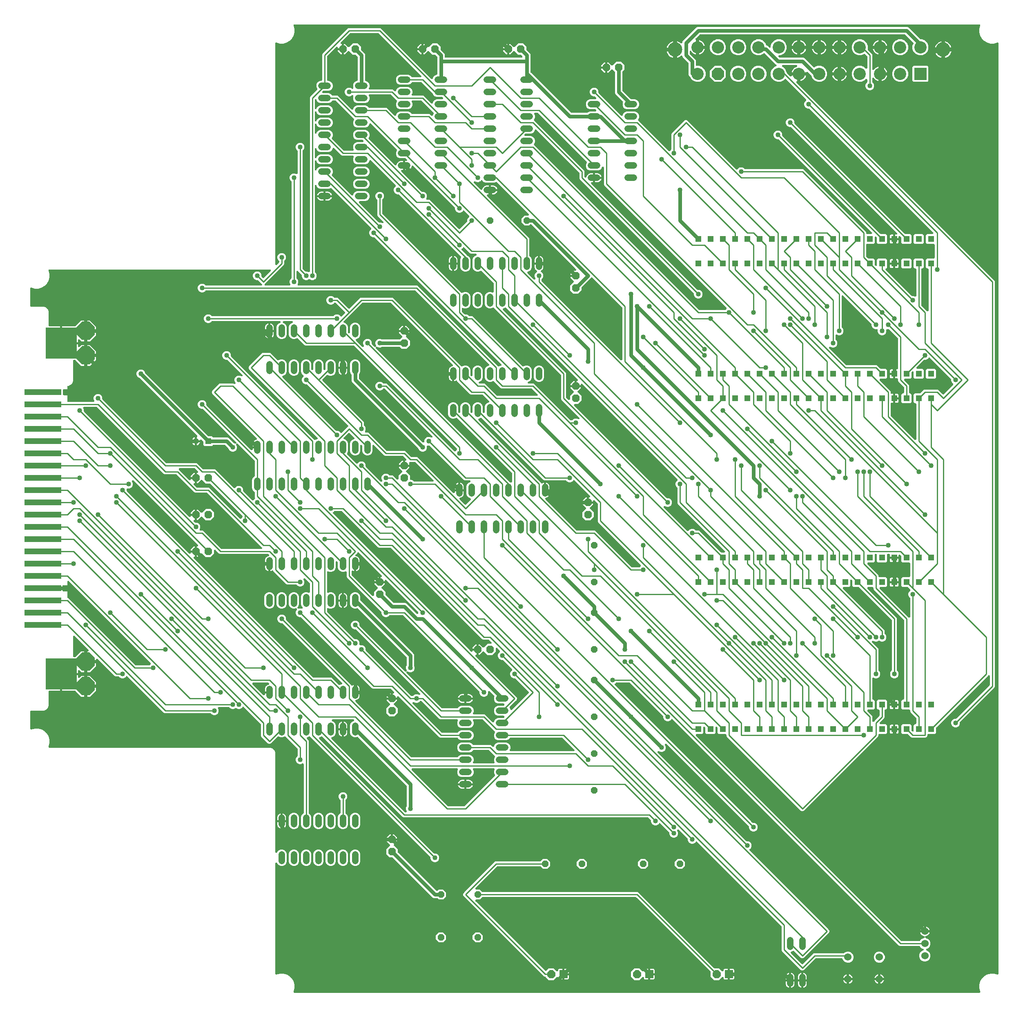
<source format=gbr>
G04 EAGLE Gerber RS-274X export*
G75*
%MOMM*%
%FSLAX34Y34*%
%LPD*%
%INBottom Copper*%
%IPPOS*%
%AMOC8*
5,1,8,0,0,1.08239X$1,22.5*%
G01*
%ADD10R,7.620000X1.270000*%
%ADD11R,1.208000X1.208000*%
%ADD12C,1.208000*%
%ADD13C,1.320800*%
%ADD14P,1.732040X8X202.500000*%
%ADD15P,1.732040X8X22.500000*%
%ADD16P,1.429621X8X22.500000*%
%ADD17P,1.429621X8X202.500000*%
%ADD18C,1.524000*%
%ADD19P,1.814519X8X22.500000*%
%ADD20R,1.676400X1.676400*%
%ADD21P,1.732040X8X112.500000*%
%ADD22R,1.308000X1.308000*%
%ADD23P,1.429621X8X112.500000*%
%ADD24P,4.123906X8X22.500000*%
%ADD25R,2.540000X2.540000*%
%ADD26C,2.540000*%
%ADD27P,2.749271X8X22.500000*%
%ADD28C,3.000000*%
%ADD29R,6.451600X6.451600*%
%ADD30C,0.762000*%
%ADD31C,1.016000*%
%ADD32C,0.254000*%

G36*
X2030856Y-495793D02*
X2030856Y-495793D01*
X2031002Y-495786D01*
X2031056Y-495773D01*
X2031111Y-495767D01*
X2031251Y-495724D01*
X2031393Y-495689D01*
X2031443Y-495666D01*
X2031496Y-495649D01*
X2031625Y-495579D01*
X2031757Y-495517D01*
X2031801Y-495484D01*
X2031850Y-495457D01*
X2031962Y-495364D01*
X2032079Y-495276D01*
X2032117Y-495235D01*
X2032159Y-495200D01*
X2032251Y-495086D01*
X2032349Y-494977D01*
X2032377Y-494929D01*
X2032411Y-494886D01*
X2032479Y-494756D01*
X2032553Y-494630D01*
X2032571Y-494578D01*
X2032597Y-494529D01*
X2032637Y-494388D01*
X2032685Y-494250D01*
X2032693Y-494195D01*
X2032708Y-494142D01*
X2032720Y-493996D01*
X2032740Y-493851D01*
X2032737Y-493796D01*
X2032741Y-493740D01*
X2032724Y-493595D01*
X2032715Y-493449D01*
X2032701Y-493396D01*
X2032694Y-493341D01*
X2032649Y-493202D01*
X2032611Y-493060D01*
X2032584Y-493003D01*
X2032569Y-492958D01*
X2032559Y-492939D01*
X2030729Y-486111D01*
X2030729Y-479089D01*
X2032547Y-472306D01*
X2036058Y-466224D01*
X2041024Y-461258D01*
X2047106Y-457747D01*
X2053889Y-455929D01*
X2060911Y-455929D01*
X2067761Y-457765D01*
X2067823Y-457797D01*
X2067877Y-457812D01*
X2067927Y-457835D01*
X2068070Y-457868D01*
X2068210Y-457908D01*
X2068266Y-457913D01*
X2068320Y-457925D01*
X2068466Y-457929D01*
X2068612Y-457941D01*
X2068667Y-457935D01*
X2068722Y-457936D01*
X2068866Y-457911D01*
X2069011Y-457894D01*
X2069064Y-457877D01*
X2069119Y-457868D01*
X2069255Y-457815D01*
X2069394Y-457769D01*
X2069442Y-457742D01*
X2069494Y-457722D01*
X2069618Y-457643D01*
X2069745Y-457572D01*
X2069787Y-457535D01*
X2069834Y-457506D01*
X2069939Y-457404D01*
X2070050Y-457308D01*
X2070083Y-457265D01*
X2070123Y-457226D01*
X2070207Y-457106D01*
X2070296Y-456990D01*
X2070321Y-456941D01*
X2070353Y-456895D01*
X2070410Y-456761D01*
X2070476Y-456630D01*
X2070490Y-456576D01*
X2070512Y-456525D01*
X2070542Y-456382D01*
X2070580Y-456241D01*
X2070585Y-456178D01*
X2070595Y-456131D01*
X2070596Y-456048D01*
X2070607Y-455910D01*
X2070607Y1471910D01*
X2070593Y1472056D01*
X2070586Y1472202D01*
X2070573Y1472256D01*
X2070567Y1472311D01*
X2070524Y1472451D01*
X2070489Y1472593D01*
X2070466Y1472643D01*
X2070449Y1472696D01*
X2070379Y1472825D01*
X2070317Y1472957D01*
X2070284Y1473001D01*
X2070257Y1473050D01*
X2070164Y1473162D01*
X2070076Y1473279D01*
X2070035Y1473317D01*
X2070000Y1473359D01*
X2069886Y1473451D01*
X2069777Y1473549D01*
X2069729Y1473577D01*
X2069686Y1473611D01*
X2069556Y1473679D01*
X2069430Y1473753D01*
X2069378Y1473771D01*
X2069329Y1473797D01*
X2069188Y1473837D01*
X2069050Y1473885D01*
X2068995Y1473893D01*
X2068942Y1473908D01*
X2068796Y1473920D01*
X2068651Y1473940D01*
X2068596Y1473937D01*
X2068540Y1473941D01*
X2068395Y1473924D01*
X2068249Y1473915D01*
X2068196Y1473901D01*
X2068141Y1473894D01*
X2068002Y1473849D01*
X2067860Y1473811D01*
X2067803Y1473784D01*
X2067758Y1473769D01*
X2067739Y1473759D01*
X2060911Y1471929D01*
X2053889Y1471929D01*
X2047106Y1473747D01*
X2041024Y1477258D01*
X2036058Y1482224D01*
X2032547Y1488306D01*
X2030729Y1495089D01*
X2030729Y1502111D01*
X2032565Y1508961D01*
X2032597Y1509023D01*
X2032612Y1509077D01*
X2032635Y1509127D01*
X2032668Y1509270D01*
X2032708Y1509410D01*
X2032713Y1509466D01*
X2032725Y1509520D01*
X2032729Y1509666D01*
X2032741Y1509812D01*
X2032735Y1509867D01*
X2032736Y1509922D01*
X2032711Y1510066D01*
X2032694Y1510211D01*
X2032677Y1510264D01*
X2032668Y1510319D01*
X2032615Y1510455D01*
X2032569Y1510594D01*
X2032542Y1510642D01*
X2032522Y1510694D01*
X2032443Y1510818D01*
X2032372Y1510945D01*
X2032335Y1510987D01*
X2032306Y1511034D01*
X2032204Y1511139D01*
X2032108Y1511250D01*
X2032065Y1511283D01*
X2032026Y1511323D01*
X2031906Y1511407D01*
X2031790Y1511496D01*
X2031741Y1511521D01*
X2031695Y1511553D01*
X2031561Y1511610D01*
X2031430Y1511676D01*
X2031376Y1511690D01*
X2031325Y1511712D01*
X2031182Y1511742D01*
X2031041Y1511780D01*
X2030978Y1511785D01*
X2030931Y1511795D01*
X2030848Y1511796D01*
X2030710Y1511807D01*
X610890Y1511807D01*
X610744Y1511793D01*
X610598Y1511786D01*
X610544Y1511773D01*
X610489Y1511767D01*
X610349Y1511724D01*
X610207Y1511689D01*
X610157Y1511666D01*
X610104Y1511649D01*
X609975Y1511579D01*
X609843Y1511517D01*
X609799Y1511484D01*
X609750Y1511457D01*
X609638Y1511364D01*
X609521Y1511276D01*
X609483Y1511235D01*
X609441Y1511200D01*
X609349Y1511086D01*
X609251Y1510977D01*
X609223Y1510929D01*
X609189Y1510886D01*
X609121Y1510756D01*
X609047Y1510630D01*
X609029Y1510578D01*
X609003Y1510529D01*
X608963Y1510388D01*
X608915Y1510250D01*
X608907Y1510195D01*
X608892Y1510142D01*
X608880Y1509996D01*
X608860Y1509851D01*
X608863Y1509796D01*
X608859Y1509740D01*
X608876Y1509595D01*
X608885Y1509449D01*
X608899Y1509396D01*
X608906Y1509341D01*
X608951Y1509202D01*
X608989Y1509060D01*
X609016Y1509003D01*
X609031Y1508958D01*
X609041Y1508939D01*
X610871Y1502111D01*
X610871Y1495089D01*
X609053Y1488306D01*
X605542Y1482224D01*
X600576Y1477258D01*
X594494Y1473747D01*
X587711Y1471929D01*
X580689Y1471929D01*
X573839Y1473765D01*
X573777Y1473797D01*
X573723Y1473812D01*
X573673Y1473835D01*
X573530Y1473868D01*
X573390Y1473908D01*
X573334Y1473913D01*
X573280Y1473925D01*
X573134Y1473929D01*
X572988Y1473941D01*
X572933Y1473935D01*
X572878Y1473936D01*
X572734Y1473911D01*
X572589Y1473894D01*
X572536Y1473877D01*
X572481Y1473868D01*
X572345Y1473815D01*
X572206Y1473769D01*
X572158Y1473742D01*
X572106Y1473722D01*
X571982Y1473643D01*
X571855Y1473572D01*
X571813Y1473535D01*
X571766Y1473506D01*
X571661Y1473404D01*
X571550Y1473308D01*
X571517Y1473265D01*
X571477Y1473226D01*
X571393Y1473106D01*
X571304Y1472990D01*
X571279Y1472941D01*
X571247Y1472895D01*
X571190Y1472761D01*
X571124Y1472630D01*
X571110Y1472576D01*
X571088Y1472525D01*
X571058Y1472382D01*
X571020Y1472241D01*
X571015Y1472178D01*
X571005Y1472131D01*
X571004Y1472048D01*
X570993Y1471910D01*
X570993Y1014882D01*
X570994Y1014873D01*
X570993Y1014864D01*
X571014Y1014672D01*
X571033Y1014481D01*
X571035Y1014473D01*
X571036Y1014464D01*
X571095Y1014280D01*
X571151Y1014096D01*
X571155Y1014088D01*
X571158Y1014080D01*
X571251Y1013912D01*
X571343Y1013742D01*
X571348Y1013735D01*
X571353Y1013728D01*
X571477Y1013581D01*
X571600Y1013433D01*
X571607Y1013427D01*
X571613Y1013421D01*
X571764Y1013302D01*
X571914Y1013181D01*
X571922Y1013177D01*
X571929Y1013171D01*
X572102Y1013083D01*
X572271Y1012995D01*
X572280Y1012993D01*
X572288Y1012989D01*
X572474Y1012937D01*
X572658Y1012884D01*
X572667Y1012883D01*
X572676Y1012881D01*
X572869Y1012867D01*
X573060Y1012851D01*
X573068Y1012852D01*
X573077Y1012851D01*
X573270Y1012876D01*
X573459Y1012898D01*
X573468Y1012901D01*
X573477Y1012902D01*
X573660Y1012963D01*
X573842Y1013023D01*
X573850Y1013027D01*
X573858Y1013030D01*
X574025Y1013126D01*
X574193Y1013221D01*
X574200Y1013226D01*
X574207Y1013231D01*
X574460Y1013446D01*
X578524Y1017510D01*
X578541Y1017530D01*
X578562Y1017548D01*
X578668Y1017685D01*
X578779Y1017821D01*
X578792Y1017845D01*
X578808Y1017866D01*
X578886Y1018022D01*
X578968Y1018177D01*
X578976Y1018202D01*
X578988Y1018226D01*
X579033Y1018395D01*
X579083Y1018563D01*
X579085Y1018589D01*
X579092Y1018615D01*
X579119Y1018946D01*
X579119Y1020366D01*
X579117Y1020393D01*
X579119Y1020419D01*
X579097Y1020593D01*
X579079Y1020767D01*
X579072Y1020792D01*
X579068Y1020819D01*
X579013Y1020984D01*
X578961Y1021151D01*
X578948Y1021175D01*
X578940Y1021200D01*
X578853Y1021352D01*
X578769Y1021506D01*
X578752Y1021526D01*
X578739Y1021549D01*
X578524Y1021802D01*
X576663Y1023664D01*
X575309Y1026931D01*
X575309Y1030469D01*
X576663Y1033736D01*
X579164Y1036237D01*
X582431Y1037591D01*
X585969Y1037591D01*
X589236Y1036237D01*
X591737Y1033736D01*
X593091Y1030469D01*
X593091Y1026931D01*
X591737Y1023664D01*
X589876Y1021802D01*
X589859Y1021782D01*
X589838Y1021764D01*
X589731Y1021626D01*
X589621Y1021491D01*
X589608Y1021467D01*
X589592Y1021446D01*
X589514Y1021289D01*
X589432Y1021135D01*
X589424Y1021110D01*
X589412Y1021085D01*
X589367Y1020916D01*
X589317Y1020749D01*
X589315Y1020723D01*
X589308Y1020697D01*
X589281Y1020366D01*
X589281Y1014989D01*
X588507Y1013122D01*
X550693Y975308D01*
X549134Y973748D01*
X549128Y973741D01*
X549121Y973736D01*
X549000Y973585D01*
X548878Y973437D01*
X548874Y973429D01*
X548869Y973422D01*
X548780Y973252D01*
X548690Y973081D01*
X548687Y973072D01*
X548683Y973065D01*
X548630Y972880D01*
X548575Y972695D01*
X548574Y972686D01*
X548572Y972678D01*
X548556Y972487D01*
X548539Y972294D01*
X548540Y972285D01*
X548539Y972276D01*
X548561Y972087D01*
X548582Y971894D01*
X548585Y971885D01*
X548586Y971877D01*
X548645Y971695D01*
X548704Y971510D01*
X548708Y971502D01*
X548711Y971494D01*
X548805Y971327D01*
X548898Y971158D01*
X548904Y971151D01*
X548909Y971143D01*
X549034Y970998D01*
X549159Y970851D01*
X549166Y970845D01*
X549172Y970838D01*
X549322Y970722D01*
X549475Y970601D01*
X549483Y970597D01*
X549490Y970592D01*
X549660Y970507D01*
X549834Y970419D01*
X549842Y970416D01*
X549850Y970412D01*
X550036Y970363D01*
X550222Y970311D01*
X550231Y970310D01*
X550239Y970308D01*
X550570Y970281D01*
X600093Y970281D01*
X600106Y970282D01*
X600119Y970281D01*
X600306Y970302D01*
X600493Y970321D01*
X600506Y970325D01*
X600520Y970326D01*
X600699Y970384D01*
X600878Y970439D01*
X600890Y970445D01*
X600903Y970449D01*
X601068Y970541D01*
X601232Y970631D01*
X601243Y970639D01*
X601254Y970646D01*
X601398Y970768D01*
X601542Y970888D01*
X601550Y970899D01*
X601560Y970907D01*
X601676Y971056D01*
X601794Y971202D01*
X601800Y971214D01*
X601808Y971224D01*
X601893Y971393D01*
X601979Y971559D01*
X601983Y971572D01*
X601989Y971584D01*
X602039Y971766D01*
X602091Y971946D01*
X602092Y971960D01*
X602095Y971973D01*
X602108Y972161D01*
X602124Y972348D01*
X602122Y972361D01*
X602123Y972374D01*
X602099Y972562D01*
X602077Y972747D01*
X602073Y972760D01*
X602071Y972773D01*
X601969Y973089D01*
X600709Y976132D01*
X600709Y979669D01*
X602063Y982936D01*
X603924Y984798D01*
X603941Y984818D01*
X603962Y984836D01*
X604069Y984974D01*
X604179Y985109D01*
X604192Y985133D01*
X604208Y985154D01*
X604286Y985311D01*
X604368Y985465D01*
X604376Y985490D01*
X604388Y985515D01*
X604433Y985684D01*
X604483Y985851D01*
X604485Y985877D01*
X604492Y985903D01*
X604519Y986234D01*
X604519Y1185466D01*
X604517Y1185493D01*
X604519Y1185519D01*
X604497Y1185693D01*
X604479Y1185867D01*
X604472Y1185892D01*
X604468Y1185919D01*
X604413Y1186084D01*
X604361Y1186251D01*
X604348Y1186275D01*
X604340Y1186300D01*
X604253Y1186452D01*
X604169Y1186606D01*
X604152Y1186626D01*
X604139Y1186649D01*
X603924Y1186902D01*
X602063Y1188764D01*
X600709Y1192031D01*
X600709Y1195569D01*
X602063Y1198836D01*
X604564Y1201337D01*
X607313Y1202476D01*
X607831Y1202691D01*
X611368Y1202691D01*
X614411Y1201431D01*
X614424Y1201427D01*
X614435Y1201421D01*
X614616Y1201369D01*
X614796Y1201314D01*
X614809Y1201313D01*
X614822Y1201309D01*
X615010Y1201294D01*
X615197Y1201276D01*
X615210Y1201277D01*
X615224Y1201276D01*
X615411Y1201298D01*
X615597Y1201318D01*
X615610Y1201322D01*
X615623Y1201323D01*
X615803Y1201382D01*
X615982Y1201437D01*
X615993Y1201444D01*
X616006Y1201448D01*
X616171Y1201541D01*
X616335Y1201631D01*
X616345Y1201639D01*
X616357Y1201646D01*
X616499Y1201769D01*
X616643Y1201890D01*
X616651Y1201900D01*
X616662Y1201909D01*
X616777Y1202058D01*
X616894Y1202205D01*
X616900Y1202217D01*
X616908Y1202227D01*
X616992Y1202396D01*
X617078Y1202563D01*
X617082Y1202576D01*
X617088Y1202588D01*
X617137Y1202771D01*
X617188Y1202950D01*
X617189Y1202963D01*
X617192Y1202977D01*
X617219Y1203307D01*
X617219Y1248966D01*
X617217Y1248993D01*
X617219Y1249019D01*
X617197Y1249193D01*
X617179Y1249367D01*
X617172Y1249392D01*
X617168Y1249419D01*
X617113Y1249584D01*
X617061Y1249751D01*
X617048Y1249775D01*
X617040Y1249800D01*
X616953Y1249952D01*
X616869Y1250106D01*
X616852Y1250126D01*
X616839Y1250149D01*
X616624Y1250402D01*
X614763Y1252264D01*
X613409Y1255531D01*
X613409Y1259069D01*
X614763Y1262336D01*
X617264Y1264837D01*
X620531Y1266191D01*
X624069Y1266191D01*
X627336Y1264837D01*
X629837Y1262336D01*
X631191Y1259069D01*
X631191Y1255531D01*
X629837Y1252264D01*
X627976Y1250402D01*
X627959Y1250382D01*
X627938Y1250364D01*
X627831Y1250226D01*
X627721Y1250091D01*
X627708Y1250067D01*
X627692Y1250046D01*
X627614Y1249889D01*
X627532Y1249735D01*
X627524Y1249710D01*
X627512Y1249685D01*
X627467Y1249516D01*
X627417Y1249349D01*
X627415Y1249323D01*
X627408Y1249297D01*
X627381Y1248966D01*
X627381Y1006246D01*
X627383Y1006219D01*
X627381Y1006193D01*
X627403Y1006019D01*
X627421Y1005845D01*
X627428Y1005820D01*
X627432Y1005793D01*
X627487Y1005627D01*
X627539Y1005460D01*
X627552Y1005437D01*
X627560Y1005411D01*
X627648Y1005259D01*
X627731Y1005106D01*
X627748Y1005086D01*
X627761Y1005063D01*
X627976Y1004810D01*
X632700Y1000086D01*
X632720Y1000069D01*
X632738Y1000048D01*
X632876Y999941D01*
X633011Y999831D01*
X633035Y999818D01*
X633056Y999802D01*
X633213Y999724D01*
X633367Y999642D01*
X633392Y999634D01*
X633416Y999622D01*
X633586Y999577D01*
X633753Y999527D01*
X633779Y999525D01*
X633805Y999518D01*
X634136Y999491D01*
X636768Y999491D01*
X639811Y998231D01*
X639824Y998227D01*
X639835Y998221D01*
X640016Y998169D01*
X640196Y998114D01*
X640209Y998113D01*
X640222Y998109D01*
X640410Y998094D01*
X640597Y998076D01*
X640610Y998077D01*
X640624Y998076D01*
X640811Y998098D01*
X640997Y998118D01*
X641010Y998122D01*
X641023Y998123D01*
X641203Y998182D01*
X641382Y998237D01*
X641393Y998244D01*
X641406Y998248D01*
X641571Y998341D01*
X641735Y998431D01*
X641745Y998439D01*
X641757Y998446D01*
X641899Y998569D01*
X642043Y998690D01*
X642051Y998700D01*
X642062Y998709D01*
X642177Y998858D01*
X642294Y999005D01*
X642300Y999017D01*
X642308Y999027D01*
X642392Y999196D01*
X642478Y999363D01*
X642482Y999376D01*
X642488Y999388D01*
X642537Y999571D01*
X642588Y999750D01*
X642589Y999763D01*
X642592Y999777D01*
X642619Y1000107D01*
X642619Y1359911D01*
X643393Y1361778D01*
X657405Y1375790D01*
X657416Y1375804D01*
X657431Y1375816D01*
X657544Y1375960D01*
X657660Y1376101D01*
X657668Y1376118D01*
X657680Y1376132D01*
X657763Y1376296D01*
X657848Y1376457D01*
X657854Y1376475D01*
X657862Y1376491D01*
X657911Y1376667D01*
X657963Y1376843D01*
X657965Y1376862D01*
X657970Y1376879D01*
X657983Y1377061D01*
X658000Y1377244D01*
X657998Y1377263D01*
X657999Y1377281D01*
X657976Y1377461D01*
X657956Y1377644D01*
X657951Y1377662D01*
X657948Y1377680D01*
X657890Y1377853D01*
X657835Y1378028D01*
X657826Y1378044D01*
X657820Y1378062D01*
X657774Y1378141D01*
X656081Y1382228D01*
X656081Y1386372D01*
X657667Y1390199D01*
X660597Y1393129D01*
X664424Y1394715D01*
X665988Y1394715D01*
X666006Y1394717D01*
X666024Y1394715D01*
X666206Y1394736D01*
X666389Y1394755D01*
X666406Y1394760D01*
X666423Y1394762D01*
X666598Y1394819D01*
X666774Y1394873D01*
X666789Y1394881D01*
X666806Y1394887D01*
X666966Y1394977D01*
X667128Y1395065D01*
X667141Y1395076D01*
X667157Y1395085D01*
X667296Y1395205D01*
X667437Y1395322D01*
X667448Y1395336D01*
X667462Y1395348D01*
X667574Y1395493D01*
X667689Y1395636D01*
X667697Y1395652D01*
X667708Y1395666D01*
X667790Y1395831D01*
X667875Y1395993D01*
X667880Y1396010D01*
X667888Y1396026D01*
X667935Y1396205D01*
X667986Y1396380D01*
X667988Y1396398D01*
X667992Y1396415D01*
X668019Y1396746D01*
X668019Y1448811D01*
X668793Y1450678D01*
X721022Y1502907D01*
X722889Y1503681D01*
X788411Y1503681D01*
X790278Y1502907D01*
X894275Y1398911D01*
X894285Y1398902D01*
X894294Y1398892D01*
X894440Y1398775D01*
X894586Y1398656D01*
X894598Y1398649D01*
X894608Y1398641D01*
X894776Y1398555D01*
X894942Y1398467D01*
X894955Y1398463D01*
X894967Y1398457D01*
X895147Y1398406D01*
X895328Y1398352D01*
X895341Y1398351D01*
X895354Y1398347D01*
X895540Y1398333D01*
X895729Y1398316D01*
X895742Y1398317D01*
X895755Y1398316D01*
X895940Y1398339D01*
X896129Y1398359D01*
X896142Y1398363D01*
X896155Y1398365D01*
X896333Y1398424D01*
X896513Y1398481D01*
X896525Y1398487D01*
X896537Y1398491D01*
X896701Y1398585D01*
X896865Y1398676D01*
X896875Y1398684D01*
X896887Y1398691D01*
X897029Y1398815D01*
X897172Y1398936D01*
X897180Y1398946D01*
X897191Y1398955D01*
X897305Y1399104D01*
X897422Y1399252D01*
X897428Y1399264D01*
X897436Y1399274D01*
X897588Y1399570D01*
X898967Y1402899D01*
X901897Y1405829D01*
X905525Y1407332D01*
X905545Y1407343D01*
X905566Y1407350D01*
X905723Y1407438D01*
X905880Y1407522D01*
X905897Y1407537D01*
X905917Y1407548D01*
X906053Y1407665D01*
X906191Y1407779D01*
X906205Y1407796D01*
X906222Y1407811D01*
X906331Y1407952D01*
X906444Y1408092D01*
X906455Y1408111D01*
X906468Y1408129D01*
X906548Y1408289D01*
X906631Y1408448D01*
X906638Y1408469D01*
X906648Y1408489D01*
X906694Y1408663D01*
X906744Y1408834D01*
X906746Y1408857D01*
X906752Y1408878D01*
X906779Y1409209D01*
X906779Y1443802D01*
X906777Y1443829D01*
X906779Y1443855D01*
X906757Y1444029D01*
X906739Y1444203D01*
X906732Y1444228D01*
X906728Y1444255D01*
X906673Y1444420D01*
X906621Y1444588D01*
X906608Y1444611D01*
X906600Y1444636D01*
X906513Y1444788D01*
X906429Y1444942D01*
X906412Y1444962D01*
X906399Y1444985D01*
X906184Y1445238D01*
X903329Y1448093D01*
X903309Y1448110D01*
X903291Y1448131D01*
X903153Y1448238D01*
X903018Y1448348D01*
X902994Y1448361D01*
X902973Y1448377D01*
X902816Y1448455D01*
X902662Y1448537D01*
X902637Y1448545D01*
X902613Y1448557D01*
X902443Y1448602D01*
X902276Y1448652D01*
X902250Y1448654D01*
X902224Y1448661D01*
X901893Y1448688D01*
X896807Y1448688D01*
X889538Y1455957D01*
X889524Y1455969D01*
X889513Y1455982D01*
X889369Y1456096D01*
X889227Y1456212D01*
X889211Y1456221D01*
X889197Y1456232D01*
X889033Y1456315D01*
X888871Y1456401D01*
X888854Y1456406D01*
X888838Y1456414D01*
X888661Y1456464D01*
X888485Y1456516D01*
X888467Y1456518D01*
X888450Y1456522D01*
X888267Y1456536D01*
X888084Y1456552D01*
X888066Y1456550D01*
X888049Y1456552D01*
X887867Y1456529D01*
X887684Y1456509D01*
X887667Y1456503D01*
X887649Y1456501D01*
X887476Y1456443D01*
X887300Y1456387D01*
X887284Y1456379D01*
X887268Y1456373D01*
X887108Y1456281D01*
X886948Y1456193D01*
X886934Y1456181D01*
X886919Y1456172D01*
X886666Y1455957D01*
X880667Y1449958D01*
X878331Y1449958D01*
X878331Y1460500D01*
X878331Y1471042D01*
X880667Y1471042D01*
X886666Y1465043D01*
X886679Y1465031D01*
X886691Y1465018D01*
X886835Y1464904D01*
X886977Y1464788D01*
X886993Y1464779D01*
X887007Y1464768D01*
X887171Y1464685D01*
X887333Y1464599D01*
X887350Y1464594D01*
X887366Y1464586D01*
X887543Y1464536D01*
X887719Y1464484D01*
X887737Y1464482D01*
X887754Y1464478D01*
X887937Y1464464D01*
X888120Y1464448D01*
X888138Y1464450D01*
X888155Y1464448D01*
X888337Y1464471D01*
X888520Y1464491D01*
X888537Y1464496D01*
X888555Y1464499D01*
X888729Y1464557D01*
X888904Y1464613D01*
X888920Y1464621D01*
X888936Y1464627D01*
X889096Y1464719D01*
X889256Y1464807D01*
X889270Y1464819D01*
X889285Y1464828D01*
X889538Y1465043D01*
X896807Y1472312D01*
X906593Y1472312D01*
X913512Y1465393D01*
X913512Y1460307D01*
X913514Y1460280D01*
X913512Y1460254D01*
X913534Y1460080D01*
X913552Y1459906D01*
X913559Y1459881D01*
X913563Y1459854D01*
X913618Y1459689D01*
X913670Y1459521D01*
X913683Y1459498D01*
X913691Y1459473D01*
X913778Y1459321D01*
X913862Y1459167D01*
X913879Y1459147D01*
X913892Y1459124D01*
X914107Y1458871D01*
X920861Y1452117D01*
X922021Y1449316D01*
X922021Y1444752D01*
X922023Y1444734D01*
X922021Y1444716D01*
X922042Y1444534D01*
X922061Y1444351D01*
X922066Y1444334D01*
X922068Y1444317D01*
X922125Y1444142D01*
X922179Y1443966D01*
X922187Y1443951D01*
X922193Y1443934D01*
X922283Y1443774D01*
X922371Y1443612D01*
X922382Y1443599D01*
X922391Y1443583D01*
X922511Y1443444D01*
X922628Y1443303D01*
X922642Y1443292D01*
X922654Y1443278D01*
X922799Y1443166D01*
X922942Y1443051D01*
X922958Y1443043D01*
X922972Y1443032D01*
X923137Y1442950D01*
X923299Y1442865D01*
X923316Y1442860D01*
X923332Y1442852D01*
X923511Y1442805D01*
X923686Y1442754D01*
X923704Y1442752D01*
X923721Y1442748D01*
X924052Y1442721D01*
X1081598Y1442721D01*
X1081607Y1442722D01*
X1081616Y1442721D01*
X1081808Y1442742D01*
X1081999Y1442761D01*
X1082007Y1442763D01*
X1082016Y1442764D01*
X1082198Y1442822D01*
X1082384Y1442879D01*
X1082392Y1442883D01*
X1082400Y1442886D01*
X1082568Y1442979D01*
X1082738Y1443071D01*
X1082744Y1443076D01*
X1082752Y1443081D01*
X1082900Y1443206D01*
X1083047Y1443328D01*
X1083052Y1443335D01*
X1083059Y1443341D01*
X1083179Y1443493D01*
X1083299Y1443642D01*
X1083303Y1443650D01*
X1083309Y1443657D01*
X1083396Y1443829D01*
X1083485Y1443999D01*
X1083487Y1444008D01*
X1083491Y1444016D01*
X1083543Y1444202D01*
X1083596Y1444386D01*
X1083597Y1444395D01*
X1083599Y1444404D01*
X1083613Y1444596D01*
X1083629Y1444788D01*
X1083628Y1444796D01*
X1083629Y1444805D01*
X1083604Y1444998D01*
X1083582Y1445187D01*
X1083579Y1445196D01*
X1083578Y1445205D01*
X1083517Y1445388D01*
X1083457Y1445570D01*
X1083453Y1445578D01*
X1083450Y1445586D01*
X1083355Y1445752D01*
X1083259Y1445921D01*
X1083253Y1445928D01*
X1083249Y1445935D01*
X1083034Y1446188D01*
X1081129Y1448093D01*
X1081109Y1448110D01*
X1081091Y1448131D01*
X1080953Y1448237D01*
X1080818Y1448348D01*
X1080794Y1448361D01*
X1080773Y1448377D01*
X1080617Y1448455D01*
X1080462Y1448537D01*
X1080436Y1448545D01*
X1080413Y1448557D01*
X1080244Y1448602D01*
X1080076Y1448652D01*
X1080050Y1448654D01*
X1080024Y1448661D01*
X1079693Y1448688D01*
X1074607Y1448688D01*
X1067338Y1455957D01*
X1067324Y1455969D01*
X1067313Y1455982D01*
X1067169Y1456096D01*
X1067027Y1456212D01*
X1067011Y1456221D01*
X1066997Y1456232D01*
X1066833Y1456315D01*
X1066671Y1456401D01*
X1066654Y1456406D01*
X1066638Y1456414D01*
X1066461Y1456464D01*
X1066285Y1456516D01*
X1066267Y1456518D01*
X1066250Y1456522D01*
X1066067Y1456536D01*
X1065884Y1456552D01*
X1065866Y1456550D01*
X1065849Y1456552D01*
X1065667Y1456529D01*
X1065484Y1456509D01*
X1065467Y1456503D01*
X1065449Y1456501D01*
X1065276Y1456443D01*
X1065100Y1456387D01*
X1065084Y1456379D01*
X1065068Y1456373D01*
X1064908Y1456281D01*
X1064748Y1456193D01*
X1064734Y1456181D01*
X1064719Y1456172D01*
X1064466Y1455957D01*
X1058467Y1449958D01*
X1056131Y1449958D01*
X1056131Y1460500D01*
X1056131Y1471042D01*
X1058467Y1471042D01*
X1064466Y1465043D01*
X1064479Y1465031D01*
X1064491Y1465018D01*
X1064635Y1464904D01*
X1064777Y1464788D01*
X1064793Y1464779D01*
X1064807Y1464768D01*
X1064971Y1464685D01*
X1065133Y1464599D01*
X1065150Y1464594D01*
X1065166Y1464586D01*
X1065343Y1464536D01*
X1065519Y1464484D01*
X1065537Y1464482D01*
X1065554Y1464478D01*
X1065737Y1464464D01*
X1065920Y1464448D01*
X1065938Y1464450D01*
X1065955Y1464448D01*
X1066137Y1464471D01*
X1066320Y1464491D01*
X1066337Y1464496D01*
X1066355Y1464499D01*
X1066529Y1464557D01*
X1066704Y1464613D01*
X1066720Y1464621D01*
X1066736Y1464627D01*
X1066896Y1464719D01*
X1067056Y1464807D01*
X1067070Y1464819D01*
X1067085Y1464828D01*
X1067338Y1465043D01*
X1074607Y1472312D01*
X1084393Y1472312D01*
X1091312Y1465393D01*
X1091312Y1460307D01*
X1091314Y1460280D01*
X1091312Y1460254D01*
X1091334Y1460080D01*
X1091352Y1459906D01*
X1091359Y1459881D01*
X1091363Y1459854D01*
X1091418Y1459689D01*
X1091470Y1459521D01*
X1091483Y1459498D01*
X1091491Y1459473D01*
X1091578Y1459321D01*
X1091662Y1459167D01*
X1091679Y1459147D01*
X1091692Y1459124D01*
X1091907Y1458871D01*
X1098661Y1452117D01*
X1099821Y1449316D01*
X1099821Y1413698D01*
X1099823Y1413671D01*
X1099821Y1413645D01*
X1099843Y1413471D01*
X1099861Y1413297D01*
X1099868Y1413272D01*
X1099872Y1413245D01*
X1099927Y1413080D01*
X1099979Y1412912D01*
X1099992Y1412889D01*
X1100000Y1412864D01*
X1100087Y1412712D01*
X1100171Y1412558D01*
X1100188Y1412538D01*
X1100201Y1412515D01*
X1100416Y1412262D01*
X1183662Y1329016D01*
X1183682Y1328999D01*
X1183700Y1328978D01*
X1183838Y1328871D01*
X1183973Y1328761D01*
X1183997Y1328748D01*
X1184018Y1328732D01*
X1184175Y1328654D01*
X1184329Y1328572D01*
X1184354Y1328564D01*
X1184378Y1328552D01*
X1184548Y1328507D01*
X1184715Y1328457D01*
X1184741Y1328455D01*
X1184767Y1328448D01*
X1185098Y1328421D01*
X1217347Y1328421D01*
X1217373Y1328423D01*
X1217400Y1328421D01*
X1217574Y1328443D01*
X1217747Y1328461D01*
X1217773Y1328468D01*
X1217799Y1328472D01*
X1217965Y1328527D01*
X1218132Y1328579D01*
X1218156Y1328592D01*
X1218181Y1328600D01*
X1218333Y1328687D01*
X1218486Y1328771D01*
X1218507Y1328788D01*
X1218530Y1328801D01*
X1218783Y1329016D01*
X1219397Y1329629D01*
X1223224Y1331215D01*
X1234796Y1331215D01*
X1234805Y1331216D01*
X1234814Y1331215D01*
X1235005Y1331235D01*
X1235197Y1331255D01*
X1235205Y1331257D01*
X1235214Y1331258D01*
X1235398Y1331316D01*
X1235582Y1331373D01*
X1235590Y1331377D01*
X1235598Y1331380D01*
X1235767Y1331473D01*
X1235936Y1331565D01*
X1235943Y1331570D01*
X1235950Y1331575D01*
X1236098Y1331699D01*
X1236245Y1331822D01*
X1236251Y1331829D01*
X1236257Y1331835D01*
X1236377Y1331986D01*
X1236497Y1332136D01*
X1236501Y1332144D01*
X1236507Y1332151D01*
X1236595Y1332324D01*
X1236683Y1332493D01*
X1236685Y1332502D01*
X1236689Y1332510D01*
X1236741Y1332696D01*
X1236794Y1332880D01*
X1236795Y1332889D01*
X1236797Y1332898D01*
X1236811Y1333090D01*
X1236827Y1333282D01*
X1236826Y1333290D01*
X1236827Y1333299D01*
X1236803Y1333491D01*
X1236780Y1333681D01*
X1236777Y1333690D01*
X1236776Y1333699D01*
X1236715Y1333881D01*
X1236655Y1334064D01*
X1236651Y1334072D01*
X1236648Y1334080D01*
X1236552Y1334248D01*
X1236457Y1334415D01*
X1236452Y1334422D01*
X1236447Y1334429D01*
X1236232Y1334682D01*
X1235724Y1335190D01*
X1235704Y1335207D01*
X1235686Y1335228D01*
X1235548Y1335335D01*
X1235413Y1335445D01*
X1235389Y1335458D01*
X1235368Y1335474D01*
X1235211Y1335552D01*
X1235057Y1335634D01*
X1235032Y1335642D01*
X1235008Y1335654D01*
X1234838Y1335699D01*
X1234671Y1335749D01*
X1234645Y1335751D01*
X1234619Y1335758D01*
X1234288Y1335785D01*
X1223224Y1335785D01*
X1219397Y1337371D01*
X1216467Y1340301D01*
X1214881Y1344128D01*
X1214881Y1348272D01*
X1216467Y1352099D01*
X1219397Y1355029D01*
X1223224Y1356615D01*
X1234796Y1356615D01*
X1234805Y1356616D01*
X1234814Y1356615D01*
X1235006Y1356636D01*
X1235197Y1356655D01*
X1235205Y1356657D01*
X1235214Y1356658D01*
X1235397Y1356716D01*
X1235582Y1356773D01*
X1235590Y1356777D01*
X1235598Y1356780D01*
X1235766Y1356873D01*
X1235936Y1356965D01*
X1235943Y1356970D01*
X1235950Y1356975D01*
X1236098Y1357099D01*
X1236245Y1357222D01*
X1236251Y1357229D01*
X1236257Y1357235D01*
X1236377Y1357387D01*
X1236497Y1357536D01*
X1236501Y1357544D01*
X1236507Y1357551D01*
X1236594Y1357723D01*
X1236683Y1357893D01*
X1236685Y1357902D01*
X1236689Y1357910D01*
X1236741Y1358096D01*
X1236794Y1358280D01*
X1236795Y1358289D01*
X1236797Y1358298D01*
X1236811Y1358490D01*
X1236827Y1358682D01*
X1236826Y1358690D01*
X1236827Y1358699D01*
X1236802Y1358892D01*
X1236780Y1359081D01*
X1236777Y1359090D01*
X1236776Y1359099D01*
X1236715Y1359282D01*
X1236655Y1359464D01*
X1236651Y1359472D01*
X1236648Y1359480D01*
X1236553Y1359645D01*
X1236457Y1359815D01*
X1236452Y1359822D01*
X1236447Y1359829D01*
X1236232Y1360082D01*
X1234200Y1362114D01*
X1234180Y1362131D01*
X1234162Y1362152D01*
X1234024Y1362258D01*
X1233889Y1362369D01*
X1233865Y1362382D01*
X1233844Y1362398D01*
X1233688Y1362476D01*
X1233533Y1362558D01*
X1233508Y1362566D01*
X1233484Y1362578D01*
X1233315Y1362623D01*
X1233147Y1362673D01*
X1233121Y1362675D01*
X1233095Y1362682D01*
X1232764Y1362709D01*
X1230131Y1362709D01*
X1226864Y1364063D01*
X1224363Y1366564D01*
X1223009Y1369831D01*
X1223009Y1373369D01*
X1224363Y1376636D01*
X1226864Y1379137D01*
X1230131Y1380491D01*
X1233669Y1380491D01*
X1236936Y1379137D01*
X1239437Y1376636D01*
X1240791Y1373369D01*
X1240791Y1370736D01*
X1240793Y1370709D01*
X1240791Y1370683D01*
X1240813Y1370509D01*
X1240831Y1370335D01*
X1240838Y1370310D01*
X1240842Y1370283D01*
X1240897Y1370117D01*
X1240949Y1369950D01*
X1240962Y1369927D01*
X1240970Y1369901D01*
X1241057Y1369750D01*
X1241141Y1369596D01*
X1241158Y1369576D01*
X1241171Y1369553D01*
X1241386Y1369300D01*
X1287975Y1322711D01*
X1287985Y1322702D01*
X1287994Y1322692D01*
X1288140Y1322575D01*
X1288286Y1322456D01*
X1288298Y1322449D01*
X1288308Y1322441D01*
X1288476Y1322355D01*
X1288642Y1322267D01*
X1288655Y1322263D01*
X1288667Y1322257D01*
X1288847Y1322206D01*
X1289028Y1322152D01*
X1289041Y1322151D01*
X1289054Y1322147D01*
X1289240Y1322133D01*
X1289429Y1322116D01*
X1289442Y1322117D01*
X1289455Y1322116D01*
X1289640Y1322139D01*
X1289829Y1322159D01*
X1289842Y1322163D01*
X1289855Y1322165D01*
X1290032Y1322223D01*
X1290213Y1322281D01*
X1290225Y1322287D01*
X1290237Y1322291D01*
X1290400Y1322384D01*
X1290565Y1322475D01*
X1290575Y1322484D01*
X1290587Y1322491D01*
X1290729Y1322615D01*
X1290872Y1322736D01*
X1290880Y1322746D01*
X1290891Y1322755D01*
X1291005Y1322904D01*
X1291122Y1323052D01*
X1291128Y1323064D01*
X1291136Y1323074D01*
X1291288Y1323370D01*
X1292667Y1326699D01*
X1295597Y1329629D01*
X1299424Y1331215D01*
X1316776Y1331215D01*
X1320603Y1329629D01*
X1323533Y1326699D01*
X1325119Y1322872D01*
X1325119Y1318728D01*
X1323415Y1314615D01*
X1323352Y1314497D01*
X1323347Y1314479D01*
X1323338Y1314462D01*
X1323289Y1314286D01*
X1323237Y1314111D01*
X1323235Y1314092D01*
X1323230Y1314075D01*
X1323217Y1313892D01*
X1323200Y1313710D01*
X1323202Y1313691D01*
X1323201Y1313673D01*
X1323224Y1313491D01*
X1323244Y1313310D01*
X1323249Y1313292D01*
X1323251Y1313274D01*
X1323310Y1313099D01*
X1323365Y1312926D01*
X1323374Y1312909D01*
X1323380Y1312892D01*
X1323471Y1312733D01*
X1323559Y1312573D01*
X1323571Y1312559D01*
X1323581Y1312543D01*
X1323795Y1312290D01*
X1386520Y1249566D01*
X1386533Y1249554D01*
X1386545Y1249541D01*
X1386689Y1249427D01*
X1386831Y1249311D01*
X1386847Y1249302D01*
X1386861Y1249291D01*
X1387025Y1249208D01*
X1387187Y1249122D01*
X1387204Y1249117D01*
X1387220Y1249109D01*
X1387397Y1249059D01*
X1387573Y1249007D01*
X1387590Y1249006D01*
X1387608Y1249001D01*
X1387791Y1248987D01*
X1387974Y1248971D01*
X1387991Y1248973D01*
X1388009Y1248971D01*
X1388191Y1248994D01*
X1388374Y1249014D01*
X1388391Y1249020D01*
X1388409Y1249022D01*
X1388582Y1249080D01*
X1388758Y1249136D01*
X1388773Y1249144D01*
X1388790Y1249150D01*
X1388949Y1249242D01*
X1389110Y1249330D01*
X1389124Y1249342D01*
X1389139Y1249351D01*
X1389392Y1249566D01*
X1391324Y1251498D01*
X1391341Y1251518D01*
X1391362Y1251536D01*
X1391468Y1251674D01*
X1391579Y1251809D01*
X1391592Y1251833D01*
X1391608Y1251854D01*
X1391686Y1252010D01*
X1391768Y1252165D01*
X1391776Y1252191D01*
X1391788Y1252215D01*
X1391833Y1252383D01*
X1391883Y1252551D01*
X1391885Y1252577D01*
X1391892Y1252603D01*
X1391919Y1252934D01*
X1391919Y1283711D01*
X1392693Y1285578D01*
X1417807Y1310692D01*
X1419522Y1312407D01*
X1421389Y1313181D01*
X1423411Y1313181D01*
X1425278Y1312407D01*
X1526220Y1211466D01*
X1526234Y1211454D01*
X1526245Y1211441D01*
X1526389Y1211327D01*
X1526531Y1211211D01*
X1526547Y1211202D01*
X1526561Y1211191D01*
X1526725Y1211108D01*
X1526887Y1211022D01*
X1526904Y1211017D01*
X1526920Y1211009D01*
X1527097Y1210959D01*
X1527273Y1210907D01*
X1527290Y1210906D01*
X1527308Y1210901D01*
X1527491Y1210887D01*
X1527674Y1210871D01*
X1527691Y1210873D01*
X1527709Y1210871D01*
X1527891Y1210894D01*
X1528074Y1210914D01*
X1528091Y1210920D01*
X1528109Y1210922D01*
X1528282Y1210980D01*
X1528458Y1211036D01*
X1528473Y1211044D01*
X1528490Y1211050D01*
X1528649Y1211142D01*
X1528810Y1211230D01*
X1528824Y1211242D01*
X1528839Y1211251D01*
X1529092Y1211466D01*
X1531664Y1214037D01*
X1533175Y1214663D01*
X1534931Y1215391D01*
X1538469Y1215391D01*
X1541736Y1214037D01*
X1543598Y1212176D01*
X1543618Y1212159D01*
X1543636Y1212138D01*
X1543774Y1212031D01*
X1543909Y1211921D01*
X1543933Y1211908D01*
X1543954Y1211892D01*
X1544111Y1211814D01*
X1544265Y1211732D01*
X1544290Y1211724D01*
X1544315Y1211712D01*
X1544484Y1211667D01*
X1544651Y1211617D01*
X1544677Y1211615D01*
X1544703Y1211608D01*
X1545034Y1211581D01*
X1664711Y1211581D01*
X1666578Y1210807D01*
X1795007Y1082378D01*
X1795781Y1080511D01*
X1795781Y1079182D01*
X1795783Y1079164D01*
X1795781Y1079146D01*
X1795802Y1078964D01*
X1795821Y1078781D01*
X1795826Y1078764D01*
X1795828Y1078747D01*
X1795885Y1078572D01*
X1795939Y1078396D01*
X1795947Y1078381D01*
X1795953Y1078364D01*
X1796043Y1078204D01*
X1796131Y1078042D01*
X1796142Y1078029D01*
X1796151Y1078013D01*
X1796271Y1077874D01*
X1796388Y1077733D01*
X1796402Y1077722D01*
X1796414Y1077708D01*
X1796559Y1077596D01*
X1796702Y1077481D01*
X1796718Y1077473D01*
X1796732Y1077462D01*
X1796897Y1077380D01*
X1797059Y1077295D01*
X1797076Y1077290D01*
X1797092Y1077282D01*
X1797271Y1077235D01*
X1797446Y1077184D01*
X1797464Y1077182D01*
X1797481Y1077178D01*
X1797812Y1077151D01*
X1806360Y1077151D01*
X1806369Y1077152D01*
X1806378Y1077151D01*
X1806571Y1077172D01*
X1806761Y1077191D01*
X1806769Y1077193D01*
X1806778Y1077194D01*
X1806963Y1077253D01*
X1807146Y1077309D01*
X1807154Y1077313D01*
X1807162Y1077316D01*
X1807330Y1077409D01*
X1807500Y1077501D01*
X1807507Y1077506D01*
X1807514Y1077511D01*
X1807661Y1077635D01*
X1807809Y1077758D01*
X1807815Y1077765D01*
X1807821Y1077771D01*
X1807941Y1077923D01*
X1808061Y1078072D01*
X1808065Y1078080D01*
X1808071Y1078087D01*
X1808159Y1078260D01*
X1808247Y1078429D01*
X1808249Y1078438D01*
X1808253Y1078446D01*
X1808305Y1078632D01*
X1808358Y1078816D01*
X1808359Y1078825D01*
X1808361Y1078834D01*
X1808375Y1079027D01*
X1808391Y1079218D01*
X1808390Y1079226D01*
X1808391Y1079235D01*
X1808366Y1079428D01*
X1808344Y1079617D01*
X1808341Y1079626D01*
X1808340Y1079635D01*
X1808279Y1079817D01*
X1808219Y1080000D01*
X1808215Y1080008D01*
X1808212Y1080016D01*
X1808116Y1080183D01*
X1808021Y1080351D01*
X1808016Y1080358D01*
X1808011Y1080365D01*
X1807796Y1080618D01*
X1615200Y1273214D01*
X1615180Y1273231D01*
X1615162Y1273252D01*
X1615024Y1273359D01*
X1614889Y1273469D01*
X1614865Y1273482D01*
X1614844Y1273498D01*
X1614687Y1273576D01*
X1614533Y1273658D01*
X1614508Y1273666D01*
X1614484Y1273678D01*
X1614314Y1273723D01*
X1614147Y1273773D01*
X1614121Y1273775D01*
X1614095Y1273782D01*
X1613764Y1273809D01*
X1611131Y1273809D01*
X1607864Y1275163D01*
X1605363Y1277664D01*
X1604009Y1280931D01*
X1604009Y1284469D01*
X1605363Y1287736D01*
X1607864Y1290237D01*
X1611131Y1291591D01*
X1614669Y1291591D01*
X1617936Y1290237D01*
X1620437Y1287736D01*
X1621791Y1284469D01*
X1621791Y1281836D01*
X1621793Y1281809D01*
X1621791Y1281783D01*
X1621813Y1281609D01*
X1621831Y1281435D01*
X1621838Y1281410D01*
X1621842Y1281383D01*
X1621897Y1281217D01*
X1621949Y1281050D01*
X1621962Y1281027D01*
X1621970Y1281001D01*
X1622057Y1280850D01*
X1622141Y1280696D01*
X1622158Y1280676D01*
X1622171Y1280653D01*
X1622386Y1280400D01*
X1825040Y1077746D01*
X1825060Y1077729D01*
X1825078Y1077708D01*
X1825216Y1077601D01*
X1825351Y1077491D01*
X1825375Y1077478D01*
X1825396Y1077462D01*
X1825553Y1077384D01*
X1825707Y1077302D01*
X1825732Y1077294D01*
X1825756Y1077282D01*
X1825926Y1077237D01*
X1826093Y1077187D01*
X1826119Y1077185D01*
X1826145Y1077178D01*
X1826476Y1077151D01*
X1836918Y1077151D01*
X1839151Y1074918D01*
X1839151Y1058682D01*
X1836918Y1056449D01*
X1820682Y1056449D01*
X1818449Y1058682D01*
X1818449Y1069124D01*
X1818447Y1069151D01*
X1818449Y1069177D01*
X1818427Y1069351D01*
X1818409Y1069525D01*
X1818402Y1069550D01*
X1818398Y1069577D01*
X1818343Y1069742D01*
X1818291Y1069910D01*
X1818278Y1069933D01*
X1818270Y1069958D01*
X1818183Y1070110D01*
X1818099Y1070264D01*
X1818082Y1070284D01*
X1818069Y1070307D01*
X1817854Y1070560D01*
X1817218Y1071196D01*
X1817211Y1071202D01*
X1817206Y1071209D01*
X1817057Y1071329D01*
X1816907Y1071452D01*
X1816899Y1071456D01*
X1816892Y1071461D01*
X1816723Y1071549D01*
X1816551Y1071640D01*
X1816542Y1071643D01*
X1816535Y1071647D01*
X1816351Y1071700D01*
X1816165Y1071755D01*
X1816156Y1071756D01*
X1816148Y1071758D01*
X1815957Y1071774D01*
X1815764Y1071791D01*
X1815755Y1071790D01*
X1815746Y1071791D01*
X1815557Y1071769D01*
X1815364Y1071748D01*
X1815355Y1071745D01*
X1815347Y1071744D01*
X1815164Y1071685D01*
X1814980Y1071626D01*
X1814972Y1071622D01*
X1814964Y1071619D01*
X1814795Y1071524D01*
X1814628Y1071432D01*
X1814621Y1071426D01*
X1814613Y1071421D01*
X1814468Y1071296D01*
X1814321Y1071171D01*
X1814315Y1071164D01*
X1814308Y1071158D01*
X1814191Y1071006D01*
X1814071Y1070855D01*
X1814067Y1070847D01*
X1814062Y1070840D01*
X1813975Y1070667D01*
X1813889Y1070496D01*
X1813886Y1070488D01*
X1813882Y1070480D01*
X1813832Y1070291D01*
X1813781Y1070108D01*
X1813780Y1070100D01*
X1813778Y1070091D01*
X1813751Y1069760D01*
X1813751Y1058682D01*
X1811518Y1056449D01*
X1797812Y1056449D01*
X1797794Y1056447D01*
X1797776Y1056449D01*
X1797594Y1056428D01*
X1797411Y1056409D01*
X1797394Y1056404D01*
X1797377Y1056402D01*
X1797202Y1056345D01*
X1797026Y1056291D01*
X1797011Y1056283D01*
X1796994Y1056277D01*
X1796834Y1056187D01*
X1796672Y1056099D01*
X1796659Y1056088D01*
X1796643Y1056079D01*
X1796504Y1055959D01*
X1796363Y1055842D01*
X1796352Y1055828D01*
X1796338Y1055816D01*
X1796226Y1055671D01*
X1796111Y1055528D01*
X1796103Y1055512D01*
X1796092Y1055498D01*
X1796010Y1055333D01*
X1795925Y1055171D01*
X1795920Y1055154D01*
X1795912Y1055138D01*
X1795865Y1054959D01*
X1795814Y1054784D01*
X1795812Y1054766D01*
X1795808Y1054749D01*
X1795781Y1054418D01*
X1795781Y1031646D01*
X1795783Y1031619D01*
X1795781Y1031593D01*
X1795803Y1031419D01*
X1795821Y1031245D01*
X1795828Y1031220D01*
X1795832Y1031193D01*
X1795887Y1031028D01*
X1795939Y1030860D01*
X1795952Y1030837D01*
X1795960Y1030811D01*
X1796047Y1030660D01*
X1796131Y1030506D01*
X1796148Y1030486D01*
X1796161Y1030463D01*
X1796376Y1030210D01*
X1799640Y1026946D01*
X1799660Y1026929D01*
X1799678Y1026908D01*
X1799816Y1026801D01*
X1799951Y1026691D01*
X1799975Y1026678D01*
X1799996Y1026662D01*
X1800152Y1026584D01*
X1800307Y1026502D01*
X1800332Y1026494D01*
X1800356Y1026482D01*
X1800525Y1026437D01*
X1800693Y1026387D01*
X1800719Y1026385D01*
X1800745Y1026378D01*
X1801076Y1026351D01*
X1811518Y1026351D01*
X1813751Y1024118D01*
X1813751Y1013676D01*
X1813753Y1013649D01*
X1813751Y1013623D01*
X1813773Y1013449D01*
X1813791Y1013275D01*
X1813798Y1013250D01*
X1813802Y1013223D01*
X1813857Y1013057D01*
X1813909Y1012890D01*
X1813922Y1012867D01*
X1813930Y1012841D01*
X1814017Y1012690D01*
X1814101Y1012536D01*
X1814118Y1012516D01*
X1814131Y1012493D01*
X1814346Y1012240D01*
X1814982Y1011604D01*
X1814989Y1011598D01*
X1814994Y1011591D01*
X1815144Y1011471D01*
X1815293Y1011348D01*
X1815301Y1011344D01*
X1815308Y1011339D01*
X1815479Y1011250D01*
X1815649Y1011160D01*
X1815657Y1011157D01*
X1815665Y1011153D01*
X1815851Y1011100D01*
X1816035Y1011045D01*
X1816044Y1011044D01*
X1816052Y1011042D01*
X1816244Y1011026D01*
X1816436Y1011009D01*
X1816445Y1011010D01*
X1816454Y1011009D01*
X1816643Y1011031D01*
X1816836Y1011052D01*
X1816845Y1011055D01*
X1816853Y1011056D01*
X1817035Y1011115D01*
X1817220Y1011174D01*
X1817228Y1011178D01*
X1817236Y1011181D01*
X1817405Y1011276D01*
X1817572Y1011368D01*
X1817579Y1011374D01*
X1817587Y1011379D01*
X1817733Y1011505D01*
X1817879Y1011629D01*
X1817885Y1011636D01*
X1817892Y1011642D01*
X1818009Y1011793D01*
X1818129Y1011945D01*
X1818133Y1011953D01*
X1818138Y1011960D01*
X1818224Y1012132D01*
X1818311Y1012304D01*
X1818314Y1012312D01*
X1818318Y1012320D01*
X1818368Y1012507D01*
X1818419Y1012692D01*
X1818420Y1012700D01*
X1818422Y1012709D01*
X1818449Y1013040D01*
X1818449Y1024118D01*
X1820682Y1026351D01*
X1836918Y1026351D01*
X1839151Y1024118D01*
X1839151Y1007882D01*
X1836714Y1005444D01*
X1836702Y1005431D01*
X1836689Y1005419D01*
X1836575Y1005275D01*
X1836458Y1005133D01*
X1836450Y1005117D01*
X1836439Y1005103D01*
X1836355Y1004939D01*
X1836270Y1004777D01*
X1836265Y1004760D01*
X1836257Y1004744D01*
X1836207Y1004567D01*
X1836155Y1004391D01*
X1836153Y1004373D01*
X1836149Y1004356D01*
X1836135Y1004173D01*
X1836119Y1003990D01*
X1836121Y1003972D01*
X1836119Y1003955D01*
X1836142Y1003773D01*
X1836162Y1003590D01*
X1836167Y1003573D01*
X1836170Y1003555D01*
X1836228Y1003382D01*
X1836284Y1003206D01*
X1836292Y1003190D01*
X1836298Y1003174D01*
X1836390Y1003014D01*
X1836478Y1002854D01*
X1836490Y1002840D01*
X1836499Y1002825D01*
X1836714Y1002572D01*
X1890000Y949286D01*
X1890020Y949269D01*
X1890038Y949248D01*
X1890176Y949141D01*
X1890311Y949031D01*
X1890335Y949018D01*
X1890356Y949002D01*
X1890513Y948924D01*
X1890667Y948842D01*
X1890692Y948834D01*
X1890716Y948822D01*
X1890886Y948777D01*
X1891053Y948727D01*
X1891079Y948725D01*
X1891105Y948718D01*
X1891436Y948691D01*
X1894068Y948691D01*
X1897111Y947431D01*
X1897124Y947427D01*
X1897135Y947421D01*
X1897316Y947369D01*
X1897496Y947314D01*
X1897509Y947313D01*
X1897522Y947309D01*
X1897710Y947294D01*
X1897897Y947276D01*
X1897910Y947277D01*
X1897924Y947276D01*
X1898111Y947298D01*
X1898297Y947318D01*
X1898310Y947322D01*
X1898323Y947323D01*
X1898503Y947382D01*
X1898682Y947437D01*
X1898693Y947444D01*
X1898706Y947448D01*
X1898871Y947541D01*
X1899035Y947631D01*
X1899045Y947639D01*
X1899057Y947646D01*
X1899199Y947769D01*
X1899343Y947890D01*
X1899351Y947900D01*
X1899362Y947909D01*
X1899477Y948058D01*
X1899594Y948205D01*
X1899600Y948217D01*
X1899608Y948227D01*
X1899692Y948396D01*
X1899778Y948563D01*
X1899782Y948576D01*
X1899788Y948588D01*
X1899837Y948771D01*
X1899888Y948950D01*
X1899889Y948963D01*
X1899892Y948977D01*
X1899919Y949307D01*
X1899919Y1003618D01*
X1899917Y1003636D01*
X1899919Y1003654D01*
X1899898Y1003835D01*
X1899879Y1004019D01*
X1899874Y1004036D01*
X1899872Y1004053D01*
X1899815Y1004228D01*
X1899761Y1004404D01*
X1899753Y1004419D01*
X1899747Y1004436D01*
X1899657Y1004596D01*
X1899569Y1004758D01*
X1899558Y1004771D01*
X1899549Y1004787D01*
X1899429Y1004926D01*
X1899312Y1005067D01*
X1899298Y1005078D01*
X1899286Y1005092D01*
X1899141Y1005204D01*
X1898998Y1005319D01*
X1898982Y1005327D01*
X1898968Y1005338D01*
X1898803Y1005420D01*
X1898641Y1005505D01*
X1898624Y1005510D01*
X1898608Y1005518D01*
X1898429Y1005565D01*
X1898254Y1005616D01*
X1898236Y1005618D01*
X1898219Y1005622D01*
X1897888Y1005649D01*
X1896882Y1005649D01*
X1894649Y1007882D01*
X1894649Y1024118D01*
X1896882Y1026351D01*
X1913118Y1026351D01*
X1915351Y1024118D01*
X1915351Y1007882D01*
X1913118Y1005649D01*
X1912112Y1005649D01*
X1912094Y1005647D01*
X1912076Y1005649D01*
X1911894Y1005628D01*
X1911711Y1005609D01*
X1911694Y1005604D01*
X1911677Y1005602D01*
X1911502Y1005545D01*
X1911326Y1005491D01*
X1911311Y1005483D01*
X1911294Y1005477D01*
X1911134Y1005387D01*
X1910972Y1005299D01*
X1910959Y1005288D01*
X1910943Y1005279D01*
X1910804Y1005159D01*
X1910663Y1005042D01*
X1910652Y1005028D01*
X1910638Y1005016D01*
X1910526Y1004871D01*
X1910411Y1004728D01*
X1910403Y1004712D01*
X1910392Y1004698D01*
X1910310Y1004533D01*
X1910225Y1004371D01*
X1910220Y1004354D01*
X1910212Y1004338D01*
X1910165Y1004159D01*
X1910114Y1003984D01*
X1910112Y1003966D01*
X1910108Y1003949D01*
X1910081Y1003618D01*
X1910081Y930046D01*
X1910083Y930019D01*
X1910081Y929993D01*
X1910103Y929819D01*
X1910121Y929645D01*
X1910128Y929620D01*
X1910132Y929593D01*
X1910187Y929427D01*
X1910239Y929260D01*
X1910252Y929237D01*
X1910260Y929211D01*
X1910347Y929060D01*
X1910431Y928906D01*
X1910448Y928886D01*
X1910461Y928863D01*
X1910676Y928610D01*
X1920292Y918993D01*
X1921852Y917434D01*
X1921859Y917428D01*
X1921864Y917421D01*
X1922015Y917300D01*
X1922163Y917178D01*
X1922171Y917174D01*
X1922178Y917169D01*
X1922348Y917080D01*
X1922519Y916990D01*
X1922528Y916987D01*
X1922535Y916983D01*
X1922720Y916930D01*
X1922905Y916875D01*
X1922914Y916874D01*
X1922922Y916872D01*
X1923113Y916856D01*
X1923306Y916839D01*
X1923315Y916840D01*
X1923324Y916839D01*
X1923513Y916861D01*
X1923706Y916882D01*
X1923715Y916885D01*
X1923723Y916886D01*
X1923905Y916945D01*
X1924090Y917004D01*
X1924098Y917008D01*
X1924106Y917011D01*
X1924273Y917105D01*
X1924442Y917198D01*
X1924449Y917204D01*
X1924457Y917209D01*
X1924602Y917334D01*
X1924749Y917459D01*
X1924755Y917466D01*
X1924762Y917472D01*
X1924878Y917622D01*
X1924999Y917775D01*
X1925003Y917783D01*
X1925008Y917790D01*
X1925093Y917960D01*
X1925181Y918134D01*
X1925184Y918142D01*
X1925188Y918150D01*
X1925237Y918336D01*
X1925289Y918522D01*
X1925290Y918531D01*
X1925292Y918539D01*
X1925319Y918870D01*
X1925319Y1003618D01*
X1925317Y1003636D01*
X1925319Y1003654D01*
X1925298Y1003835D01*
X1925279Y1004019D01*
X1925274Y1004036D01*
X1925272Y1004053D01*
X1925215Y1004228D01*
X1925161Y1004404D01*
X1925153Y1004419D01*
X1925147Y1004436D01*
X1925057Y1004596D01*
X1924969Y1004758D01*
X1924958Y1004771D01*
X1924949Y1004787D01*
X1924829Y1004926D01*
X1924712Y1005067D01*
X1924698Y1005078D01*
X1924686Y1005092D01*
X1924541Y1005204D01*
X1924398Y1005319D01*
X1924382Y1005327D01*
X1924368Y1005338D01*
X1924203Y1005420D01*
X1924041Y1005505D01*
X1924024Y1005510D01*
X1924008Y1005518D01*
X1923829Y1005565D01*
X1923654Y1005616D01*
X1923636Y1005618D01*
X1923619Y1005622D01*
X1923288Y1005649D01*
X1922282Y1005649D01*
X1920049Y1007882D01*
X1920049Y1024118D01*
X1922282Y1026351D01*
X1935988Y1026351D01*
X1936006Y1026353D01*
X1936024Y1026351D01*
X1936206Y1026372D01*
X1936389Y1026391D01*
X1936406Y1026396D01*
X1936423Y1026398D01*
X1936598Y1026455D01*
X1936774Y1026509D01*
X1936789Y1026517D01*
X1936806Y1026523D01*
X1936966Y1026613D01*
X1937128Y1026701D01*
X1937141Y1026712D01*
X1937157Y1026721D01*
X1937296Y1026841D01*
X1937437Y1026958D01*
X1937448Y1026972D01*
X1937462Y1026984D01*
X1937574Y1027129D01*
X1937689Y1027272D01*
X1937697Y1027288D01*
X1937708Y1027302D01*
X1937790Y1027467D01*
X1937875Y1027629D01*
X1937880Y1027646D01*
X1937888Y1027662D01*
X1937935Y1027841D01*
X1937986Y1028016D01*
X1937988Y1028034D01*
X1937992Y1028051D01*
X1938019Y1028382D01*
X1938019Y1054418D01*
X1938017Y1054436D01*
X1938019Y1054454D01*
X1937998Y1054636D01*
X1937979Y1054819D01*
X1937974Y1054836D01*
X1937972Y1054853D01*
X1937915Y1055028D01*
X1937861Y1055204D01*
X1937853Y1055219D01*
X1937847Y1055236D01*
X1937757Y1055396D01*
X1937669Y1055558D01*
X1937658Y1055571D01*
X1937649Y1055587D01*
X1937529Y1055726D01*
X1937412Y1055867D01*
X1937398Y1055878D01*
X1937386Y1055892D01*
X1937241Y1056004D01*
X1937098Y1056119D01*
X1937082Y1056127D01*
X1937068Y1056138D01*
X1936903Y1056220D01*
X1936741Y1056305D01*
X1936724Y1056310D01*
X1936708Y1056318D01*
X1936529Y1056365D01*
X1936354Y1056416D01*
X1936336Y1056418D01*
X1936319Y1056422D01*
X1935988Y1056449D01*
X1922282Y1056449D01*
X1920049Y1058682D01*
X1920049Y1074918D01*
X1922282Y1077151D01*
X1933360Y1077151D01*
X1933369Y1077152D01*
X1933378Y1077151D01*
X1933571Y1077172D01*
X1933761Y1077191D01*
X1933769Y1077193D01*
X1933778Y1077194D01*
X1933963Y1077253D01*
X1934146Y1077309D01*
X1934154Y1077313D01*
X1934162Y1077316D01*
X1934330Y1077409D01*
X1934500Y1077501D01*
X1934507Y1077506D01*
X1934514Y1077511D01*
X1934661Y1077635D01*
X1934809Y1077758D01*
X1934815Y1077765D01*
X1934821Y1077771D01*
X1934941Y1077923D01*
X1935061Y1078072D01*
X1935065Y1078080D01*
X1935071Y1078087D01*
X1935159Y1078260D01*
X1935247Y1078429D01*
X1935249Y1078438D01*
X1935253Y1078446D01*
X1935305Y1078632D01*
X1935358Y1078816D01*
X1935359Y1078825D01*
X1935361Y1078834D01*
X1935375Y1079027D01*
X1935391Y1079218D01*
X1935390Y1079226D01*
X1935391Y1079235D01*
X1935366Y1079428D01*
X1935344Y1079617D01*
X1935341Y1079626D01*
X1935340Y1079635D01*
X1935279Y1079817D01*
X1935219Y1080000D01*
X1935215Y1080008D01*
X1935212Y1080016D01*
X1935116Y1080183D01*
X1935021Y1080351D01*
X1935016Y1080358D01*
X1935011Y1080365D01*
X1934796Y1080618D01*
X1678700Y1336714D01*
X1678680Y1336731D01*
X1678662Y1336752D01*
X1678524Y1336859D01*
X1678389Y1336969D01*
X1678365Y1336982D01*
X1678344Y1336998D01*
X1678187Y1337076D01*
X1678033Y1337158D01*
X1678008Y1337166D01*
X1677984Y1337178D01*
X1677814Y1337223D01*
X1677647Y1337273D01*
X1677621Y1337275D01*
X1677595Y1337282D01*
X1677264Y1337309D01*
X1674631Y1337309D01*
X1671364Y1338663D01*
X1668863Y1341164D01*
X1667509Y1344431D01*
X1667509Y1347969D01*
X1668863Y1351236D01*
X1671434Y1353808D01*
X1671446Y1353822D01*
X1671459Y1353833D01*
X1671573Y1353977D01*
X1671689Y1354119D01*
X1671698Y1354135D01*
X1671709Y1354149D01*
X1671792Y1354314D01*
X1671878Y1354475D01*
X1671883Y1354492D01*
X1671891Y1354508D01*
X1671941Y1354686D01*
X1671993Y1354861D01*
X1671994Y1354879D01*
X1671999Y1354896D01*
X1672013Y1355079D01*
X1672029Y1355262D01*
X1672027Y1355280D01*
X1672029Y1355297D01*
X1672006Y1355479D01*
X1671986Y1355662D01*
X1671980Y1355679D01*
X1671978Y1355697D01*
X1671920Y1355870D01*
X1671864Y1356046D01*
X1671856Y1356062D01*
X1671850Y1356079D01*
X1671758Y1356238D01*
X1671669Y1356398D01*
X1671658Y1356412D01*
X1671649Y1356427D01*
X1671434Y1356680D01*
X1629942Y1398173D01*
X1629928Y1398185D01*
X1629916Y1398198D01*
X1629772Y1398312D01*
X1629630Y1398428D01*
X1629614Y1398437D01*
X1629600Y1398448D01*
X1629436Y1398531D01*
X1629274Y1398617D01*
X1629257Y1398622D01*
X1629241Y1398630D01*
X1629064Y1398680D01*
X1628888Y1398732D01*
X1628871Y1398733D01*
X1628853Y1398738D01*
X1628670Y1398752D01*
X1628487Y1398768D01*
X1628470Y1398766D01*
X1628452Y1398767D01*
X1628270Y1398745D01*
X1628087Y1398725D01*
X1628070Y1398719D01*
X1628052Y1398717D01*
X1627879Y1398659D01*
X1627703Y1398603D01*
X1627688Y1398595D01*
X1627671Y1398589D01*
X1627511Y1398497D01*
X1627351Y1398408D01*
X1627338Y1398397D01*
X1627322Y1398388D01*
X1627069Y1398173D01*
X1624023Y1395127D01*
X1619123Y1393097D01*
X1617954Y1392613D01*
X1611386Y1392613D01*
X1605317Y1395127D01*
X1600673Y1399771D01*
X1598159Y1405840D01*
X1598159Y1412408D01*
X1600673Y1418477D01*
X1605317Y1423121D01*
X1607154Y1423882D01*
X1609081Y1424680D01*
X1609089Y1424684D01*
X1609097Y1424687D01*
X1609267Y1424780D01*
X1609436Y1424870D01*
X1609443Y1424876D01*
X1609451Y1424880D01*
X1609598Y1425004D01*
X1609746Y1425127D01*
X1609752Y1425134D01*
X1609759Y1425139D01*
X1609879Y1425290D01*
X1610000Y1425439D01*
X1610004Y1425447D01*
X1610010Y1425454D01*
X1610098Y1425626D01*
X1610187Y1425796D01*
X1610189Y1425804D01*
X1610194Y1425812D01*
X1610246Y1425997D01*
X1610300Y1426182D01*
X1610301Y1426191D01*
X1610303Y1426200D01*
X1610318Y1426391D01*
X1610335Y1426583D01*
X1610334Y1426592D01*
X1610334Y1426601D01*
X1610311Y1426793D01*
X1610290Y1426983D01*
X1610287Y1426992D01*
X1610286Y1427001D01*
X1610225Y1427184D01*
X1610166Y1427367D01*
X1610162Y1427375D01*
X1610159Y1427383D01*
X1610064Y1427551D01*
X1609970Y1427718D01*
X1609964Y1427725D01*
X1609960Y1427733D01*
X1609833Y1427878D01*
X1609708Y1428024D01*
X1609701Y1428030D01*
X1609695Y1428036D01*
X1609543Y1428154D01*
X1609391Y1428272D01*
X1609383Y1428276D01*
X1609376Y1428282D01*
X1609081Y1428433D01*
X1608583Y1428639D01*
X1585995Y1451227D01*
X1585982Y1451238D01*
X1585970Y1451252D01*
X1585826Y1451366D01*
X1585684Y1451482D01*
X1585668Y1451491D01*
X1585654Y1451502D01*
X1585490Y1451585D01*
X1585328Y1451671D01*
X1585311Y1451676D01*
X1585295Y1451684D01*
X1585118Y1451733D01*
X1584942Y1451786D01*
X1584925Y1451787D01*
X1584907Y1451792D01*
X1584724Y1451805D01*
X1584541Y1451822D01*
X1584524Y1451820D01*
X1584506Y1451821D01*
X1584324Y1451798D01*
X1584141Y1451779D01*
X1584124Y1451773D01*
X1584106Y1451771D01*
X1583933Y1451713D01*
X1583757Y1451657D01*
X1583742Y1451648D01*
X1583725Y1451643D01*
X1583566Y1451551D01*
X1583405Y1451462D01*
X1583391Y1451451D01*
X1583376Y1451442D01*
X1583123Y1451227D01*
X1582023Y1450127D01*
X1576745Y1447941D01*
X1575954Y1447613D01*
X1569386Y1447613D01*
X1563317Y1450127D01*
X1558673Y1454771D01*
X1556159Y1460840D01*
X1556159Y1467408D01*
X1558673Y1473477D01*
X1563317Y1478121D01*
X1564777Y1478726D01*
X1569386Y1480635D01*
X1575954Y1480635D01*
X1582023Y1478121D01*
X1586667Y1473477D01*
X1588537Y1468963D01*
X1588549Y1468940D01*
X1588558Y1468914D01*
X1588644Y1468763D01*
X1588727Y1468608D01*
X1588744Y1468588D01*
X1588757Y1468564D01*
X1588872Y1468433D01*
X1588983Y1468298D01*
X1589004Y1468281D01*
X1589022Y1468261D01*
X1589160Y1468154D01*
X1589296Y1468044D01*
X1589320Y1468032D01*
X1589341Y1468015D01*
X1589636Y1467864D01*
X1591817Y1466961D01*
X1594692Y1464086D01*
X1594699Y1464080D01*
X1594704Y1464073D01*
X1594854Y1463953D01*
X1595003Y1463831D01*
X1595011Y1463826D01*
X1595018Y1463821D01*
X1595188Y1463732D01*
X1595359Y1463642D01*
X1595368Y1463639D01*
X1595375Y1463635D01*
X1595560Y1463582D01*
X1595745Y1463527D01*
X1595754Y1463526D01*
X1595762Y1463524D01*
X1595953Y1463508D01*
X1596146Y1463491D01*
X1596155Y1463492D01*
X1596164Y1463491D01*
X1596353Y1463513D01*
X1596546Y1463534D01*
X1596555Y1463537D01*
X1596563Y1463538D01*
X1596745Y1463597D01*
X1596930Y1463656D01*
X1596938Y1463660D01*
X1596946Y1463663D01*
X1597115Y1463758D01*
X1597282Y1463850D01*
X1597289Y1463856D01*
X1597297Y1463861D01*
X1597443Y1463987D01*
X1597589Y1464111D01*
X1597595Y1464118D01*
X1597602Y1464124D01*
X1597719Y1464275D01*
X1597839Y1464427D01*
X1597843Y1464435D01*
X1597848Y1464442D01*
X1597933Y1464613D01*
X1598021Y1464786D01*
X1598024Y1464794D01*
X1598028Y1464802D01*
X1598078Y1464988D01*
X1598129Y1465174D01*
X1598130Y1465183D01*
X1598132Y1465191D01*
X1598159Y1465522D01*
X1598159Y1467408D01*
X1600673Y1473477D01*
X1605317Y1478121D01*
X1606777Y1478726D01*
X1611386Y1480635D01*
X1617954Y1480635D01*
X1624023Y1478121D01*
X1628667Y1473477D01*
X1631181Y1467408D01*
X1631181Y1460840D01*
X1628667Y1454771D01*
X1624023Y1450127D01*
X1618745Y1447941D01*
X1617954Y1447613D01*
X1616068Y1447613D01*
X1616059Y1447612D01*
X1616050Y1447613D01*
X1615858Y1447592D01*
X1615667Y1447573D01*
X1615659Y1447571D01*
X1615650Y1447570D01*
X1615467Y1447512D01*
X1615282Y1447455D01*
X1615275Y1447451D01*
X1615266Y1447448D01*
X1615096Y1447354D01*
X1614928Y1447263D01*
X1614922Y1447258D01*
X1614914Y1447253D01*
X1614766Y1447128D01*
X1614619Y1447006D01*
X1614614Y1446999D01*
X1614607Y1446993D01*
X1614487Y1446841D01*
X1614367Y1446692D01*
X1614363Y1446684D01*
X1614357Y1446677D01*
X1614269Y1446503D01*
X1614181Y1446335D01*
X1614179Y1446326D01*
X1614175Y1446318D01*
X1614123Y1446133D01*
X1614070Y1445948D01*
X1614069Y1445939D01*
X1614067Y1445930D01*
X1614053Y1445738D01*
X1614037Y1445546D01*
X1614038Y1445538D01*
X1614037Y1445529D01*
X1614062Y1445337D01*
X1614084Y1445147D01*
X1614087Y1445138D01*
X1614088Y1445129D01*
X1614149Y1444947D01*
X1614209Y1444764D01*
X1614213Y1444756D01*
X1614216Y1444748D01*
X1614312Y1444580D01*
X1614407Y1444413D01*
X1614412Y1444406D01*
X1614417Y1444399D01*
X1614632Y1444146D01*
X1615462Y1443316D01*
X1615482Y1443299D01*
X1615500Y1443278D01*
X1615638Y1443172D01*
X1615773Y1443061D01*
X1615797Y1443048D01*
X1615818Y1443032D01*
X1615974Y1442954D01*
X1616129Y1442872D01*
X1616154Y1442864D01*
X1616178Y1442852D01*
X1616348Y1442807D01*
X1616515Y1442757D01*
X1616541Y1442755D01*
X1616567Y1442748D01*
X1616898Y1442721D01*
X1665216Y1442721D01*
X1668017Y1441561D01*
X1686451Y1423127D01*
X1686464Y1423115D01*
X1686476Y1423102D01*
X1686620Y1422988D01*
X1686762Y1422872D01*
X1686778Y1422863D01*
X1686792Y1422852D01*
X1686956Y1422769D01*
X1687118Y1422683D01*
X1687135Y1422678D01*
X1687151Y1422670D01*
X1687328Y1422621D01*
X1687504Y1422568D01*
X1687522Y1422567D01*
X1687539Y1422562D01*
X1687721Y1422549D01*
X1687905Y1422532D01*
X1687922Y1422534D01*
X1687940Y1422533D01*
X1688122Y1422556D01*
X1688305Y1422575D01*
X1688322Y1422581D01*
X1688340Y1422583D01*
X1688513Y1422641D01*
X1688689Y1422697D01*
X1688704Y1422706D01*
X1688721Y1422711D01*
X1688881Y1422803D01*
X1689041Y1422892D01*
X1689055Y1422903D01*
X1689070Y1422912D01*
X1689315Y1423120D01*
X1691154Y1423882D01*
X1695386Y1425635D01*
X1701954Y1425635D01*
X1708023Y1423121D01*
X1712667Y1418477D01*
X1715181Y1412408D01*
X1715181Y1405840D01*
X1712667Y1399771D01*
X1708023Y1395127D01*
X1703123Y1393097D01*
X1701954Y1392613D01*
X1695386Y1392613D01*
X1689317Y1395127D01*
X1684673Y1399771D01*
X1682297Y1405507D01*
X1682283Y1405534D01*
X1682273Y1405564D01*
X1682188Y1405712D01*
X1682107Y1405862D01*
X1682087Y1405886D01*
X1682072Y1405913D01*
X1681857Y1406166D01*
X1675234Y1412789D01*
X1675124Y1412879D01*
X1675020Y1412975D01*
X1674969Y1413006D01*
X1674922Y1413044D01*
X1674797Y1413110D01*
X1674676Y1413184D01*
X1674620Y1413204D01*
X1674567Y1413232D01*
X1674431Y1413273D01*
X1674297Y1413321D01*
X1674238Y1413330D01*
X1674181Y1413347D01*
X1674039Y1413360D01*
X1673899Y1413381D01*
X1673840Y1413378D01*
X1673780Y1413384D01*
X1673638Y1413368D01*
X1673497Y1413361D01*
X1673439Y1413347D01*
X1673380Y1413340D01*
X1673244Y1413297D01*
X1673107Y1413263D01*
X1673053Y1413237D01*
X1672996Y1413219D01*
X1672872Y1413150D01*
X1672744Y1413089D01*
X1672696Y1413053D01*
X1672643Y1413024D01*
X1672535Y1412932D01*
X1672422Y1412847D01*
X1672382Y1412802D01*
X1672336Y1412763D01*
X1672249Y1412652D01*
X1672223Y1412623D01*
X1658138Y1412623D01*
X1658120Y1412621D01*
X1658103Y1412623D01*
X1657920Y1412602D01*
X1657738Y1412583D01*
X1657721Y1412578D01*
X1657703Y1412576D01*
X1657528Y1412519D01*
X1657353Y1412465D01*
X1657337Y1412457D01*
X1657320Y1412451D01*
X1657160Y1412361D01*
X1656999Y1412273D01*
X1656985Y1412262D01*
X1656969Y1412253D01*
X1656830Y1412133D01*
X1656689Y1412016D01*
X1656678Y1412002D01*
X1656666Y1411992D01*
X1656625Y1412041D01*
X1656612Y1412052D01*
X1656600Y1412066D01*
X1656455Y1412178D01*
X1656312Y1412293D01*
X1656296Y1412301D01*
X1656282Y1412312D01*
X1656117Y1412394D01*
X1655954Y1412479D01*
X1655937Y1412484D01*
X1655921Y1412492D01*
X1655743Y1412539D01*
X1655568Y1412590D01*
X1655550Y1412592D01*
X1655533Y1412596D01*
X1655202Y1412623D01*
X1641829Y1412623D01*
X1642207Y1414034D01*
X1642972Y1415879D01*
X1643971Y1417609D01*
X1645187Y1419195D01*
X1646599Y1420607D01*
X1648185Y1421823D01*
X1649915Y1422822D01*
X1651723Y1423571D01*
X1651727Y1423573D01*
X1651731Y1423575D01*
X1651904Y1423668D01*
X1652078Y1423762D01*
X1652082Y1423764D01*
X1652085Y1423767D01*
X1652234Y1423891D01*
X1652388Y1424018D01*
X1652391Y1424021D01*
X1652395Y1424024D01*
X1652517Y1424177D01*
X1652642Y1424331D01*
X1652644Y1424335D01*
X1652647Y1424338D01*
X1652737Y1424511D01*
X1652829Y1424687D01*
X1652830Y1424691D01*
X1652832Y1424695D01*
X1652886Y1424880D01*
X1652942Y1425074D01*
X1652943Y1425078D01*
X1652944Y1425082D01*
X1652960Y1425275D01*
X1652977Y1425475D01*
X1652976Y1425479D01*
X1652977Y1425484D01*
X1652954Y1425678D01*
X1652932Y1425875D01*
X1652930Y1425879D01*
X1652930Y1425883D01*
X1652870Y1426066D01*
X1652809Y1426258D01*
X1652806Y1426262D01*
X1652805Y1426266D01*
X1652708Y1426438D01*
X1652612Y1426610D01*
X1652609Y1426613D01*
X1652607Y1426617D01*
X1652479Y1426765D01*
X1652350Y1426915D01*
X1652347Y1426918D01*
X1652344Y1426922D01*
X1652189Y1427042D01*
X1652033Y1427164D01*
X1652029Y1427166D01*
X1652026Y1427168D01*
X1651848Y1427257D01*
X1651674Y1427344D01*
X1651669Y1427346D01*
X1651665Y1427348D01*
X1651473Y1427399D01*
X1651285Y1427451D01*
X1651281Y1427451D01*
X1651277Y1427452D01*
X1650946Y1427479D01*
X1623713Y1427479D01*
X1623708Y1427479D01*
X1623704Y1427479D01*
X1623510Y1427459D01*
X1623312Y1427439D01*
X1623308Y1427438D01*
X1623303Y1427438D01*
X1623115Y1427379D01*
X1622927Y1427321D01*
X1622923Y1427319D01*
X1622919Y1427318D01*
X1622744Y1427222D01*
X1622573Y1427129D01*
X1622570Y1427127D01*
X1622566Y1427124D01*
X1622413Y1426996D01*
X1622264Y1426872D01*
X1622261Y1426868D01*
X1622258Y1426865D01*
X1622133Y1426709D01*
X1622012Y1426558D01*
X1622010Y1426554D01*
X1622007Y1426551D01*
X1621914Y1426370D01*
X1621826Y1426201D01*
X1621825Y1426196D01*
X1621823Y1426192D01*
X1621769Y1426002D01*
X1621715Y1425814D01*
X1621714Y1425809D01*
X1621713Y1425805D01*
X1621698Y1425613D01*
X1621682Y1425412D01*
X1621682Y1425408D01*
X1621682Y1425404D01*
X1621706Y1425210D01*
X1621729Y1425013D01*
X1621730Y1425008D01*
X1621731Y1425004D01*
X1621793Y1424816D01*
X1621854Y1424630D01*
X1621856Y1424626D01*
X1621857Y1424622D01*
X1621954Y1424452D01*
X1622052Y1424279D01*
X1622055Y1424276D01*
X1622057Y1424272D01*
X1622186Y1424123D01*
X1622315Y1423975D01*
X1622318Y1423972D01*
X1622321Y1423968D01*
X1622478Y1423848D01*
X1622633Y1423728D01*
X1622637Y1423726D01*
X1622640Y1423723D01*
X1622936Y1423571D01*
X1624023Y1423121D01*
X1628667Y1418477D01*
X1631181Y1412408D01*
X1631181Y1412146D01*
X1631183Y1412119D01*
X1631181Y1412093D01*
X1631203Y1411919D01*
X1631221Y1411745D01*
X1631228Y1411720D01*
X1631232Y1411693D01*
X1631287Y1411528D01*
X1631339Y1411360D01*
X1631352Y1411337D01*
X1631360Y1411311D01*
X1631447Y1411160D01*
X1631531Y1411006D01*
X1631548Y1410986D01*
X1631561Y1410963D01*
X1631776Y1410710D01*
X1638288Y1404198D01*
X1638344Y1404151D01*
X1638395Y1404098D01*
X1638500Y1404024D01*
X1638599Y1403943D01*
X1638664Y1403908D01*
X1638724Y1403866D01*
X1638841Y1403814D01*
X1638955Y1403754D01*
X1639025Y1403733D01*
X1639092Y1403703D01*
X1639217Y1403676D01*
X1639341Y1403639D01*
X1639414Y1403633D01*
X1639485Y1403617D01*
X1639614Y1403614D01*
X1639742Y1403603D01*
X1639815Y1403611D01*
X1639888Y1403609D01*
X1640014Y1403632D01*
X1640142Y1403646D01*
X1640212Y1403668D01*
X1640284Y1403681D01*
X1640403Y1403729D01*
X1640526Y1403768D01*
X1640590Y1403803D01*
X1640658Y1403830D01*
X1640766Y1403900D01*
X1640878Y1403963D01*
X1640934Y1404010D01*
X1640995Y1404050D01*
X1641087Y1404140D01*
X1641185Y1404223D01*
X1641231Y1404281D01*
X1641283Y1404332D01*
X1641355Y1404438D01*
X1641435Y1404539D01*
X1641468Y1404604D01*
X1641509Y1404665D01*
X1641559Y1404783D01*
X1641617Y1404898D01*
X1641637Y1404969D01*
X1641665Y1405036D01*
X1641691Y1405162D01*
X1641725Y1405286D01*
X1641730Y1405359D01*
X1641745Y1405431D01*
X1641745Y1405559D01*
X1641750Y1405625D01*
X1653171Y1405625D01*
X1653171Y1394208D01*
X1653162Y1394209D01*
X1653034Y1394195D01*
X1652906Y1394191D01*
X1652835Y1394174D01*
X1652762Y1394166D01*
X1652639Y1394127D01*
X1652515Y1394097D01*
X1652448Y1394066D01*
X1652378Y1394044D01*
X1652266Y1393982D01*
X1652149Y1393928D01*
X1652090Y1393885D01*
X1652026Y1393849D01*
X1651928Y1393766D01*
X1651824Y1393690D01*
X1651775Y1393636D01*
X1651719Y1393589D01*
X1651639Y1393488D01*
X1651552Y1393393D01*
X1651515Y1393330D01*
X1651469Y1393273D01*
X1651411Y1393159D01*
X1651345Y1393048D01*
X1651320Y1392979D01*
X1651287Y1392914D01*
X1651252Y1392790D01*
X1651209Y1392669D01*
X1651198Y1392597D01*
X1651179Y1392526D01*
X1651169Y1392398D01*
X1651151Y1392271D01*
X1651155Y1392198D01*
X1651149Y1392125D01*
X1651166Y1391997D01*
X1651172Y1391869D01*
X1651191Y1391798D01*
X1651200Y1391725D01*
X1651241Y1391603D01*
X1651273Y1391479D01*
X1651305Y1391413D01*
X1651328Y1391343D01*
X1651392Y1391232D01*
X1651448Y1391117D01*
X1651492Y1391058D01*
X1651529Y1390995D01*
X1651639Y1390865D01*
X1651691Y1390796D01*
X1651716Y1390774D01*
X1651744Y1390742D01*
X2061707Y980778D01*
X2062481Y978911D01*
X2062481Y138689D01*
X2061707Y136822D01*
X1990686Y65800D01*
X1990669Y65780D01*
X1990648Y65762D01*
X1990541Y65624D01*
X1990431Y65489D01*
X1990418Y65465D01*
X1990402Y65444D01*
X1990324Y65287D01*
X1990242Y65133D01*
X1990234Y65108D01*
X1990222Y65084D01*
X1990177Y64914D01*
X1990127Y64747D01*
X1990125Y64721D01*
X1990118Y64695D01*
X1990091Y64364D01*
X1990091Y61731D01*
X1988737Y58464D01*
X1986236Y55963D01*
X1982969Y54609D01*
X1979431Y54609D01*
X1976164Y55963D01*
X1973663Y58464D01*
X1972309Y61731D01*
X1972309Y65269D01*
X1973663Y68536D01*
X1976164Y71037D01*
X1976242Y71070D01*
X1979431Y72391D01*
X1982064Y72391D01*
X1982091Y72393D01*
X1982117Y72391D01*
X1982291Y72413D01*
X1982465Y72431D01*
X1982490Y72438D01*
X1982517Y72442D01*
X1982683Y72497D01*
X1982850Y72549D01*
X1982873Y72562D01*
X1982899Y72570D01*
X1983050Y72657D01*
X1983204Y72741D01*
X1983224Y72758D01*
X1983247Y72771D01*
X1983500Y72986D01*
X2051724Y141210D01*
X2051741Y141230D01*
X2051762Y141248D01*
X2051869Y141386D01*
X2051979Y141521D01*
X2051992Y141545D01*
X2052008Y141566D01*
X2052086Y141723D01*
X2052168Y141877D01*
X2052176Y141902D01*
X2052188Y141926D01*
X2052233Y142096D01*
X2052283Y142263D01*
X2052285Y142289D01*
X2052292Y142315D01*
X2052319Y142646D01*
X2052319Y160630D01*
X2052318Y160639D01*
X2052319Y160648D01*
X2052298Y160840D01*
X2052279Y161031D01*
X2052277Y161039D01*
X2052276Y161048D01*
X2052218Y161231D01*
X2052161Y161416D01*
X2052157Y161424D01*
X2052154Y161432D01*
X2052061Y161600D01*
X2051969Y161770D01*
X2051964Y161777D01*
X2051959Y161784D01*
X2051834Y161932D01*
X2051712Y162079D01*
X2051705Y162085D01*
X2051699Y162091D01*
X2051547Y162211D01*
X2051398Y162331D01*
X2051390Y162335D01*
X2051383Y162341D01*
X2051211Y162428D01*
X2051041Y162517D01*
X2051032Y162519D01*
X2051024Y162523D01*
X2050838Y162575D01*
X2050654Y162628D01*
X2050645Y162629D01*
X2050636Y162631D01*
X2050444Y162645D01*
X2050252Y162661D01*
X2050244Y162660D01*
X2050235Y162661D01*
X2050042Y162636D01*
X2049853Y162614D01*
X2049844Y162611D01*
X2049835Y162610D01*
X2049652Y162549D01*
X2049470Y162489D01*
X2049462Y162485D01*
X2049454Y162482D01*
X2049288Y162387D01*
X2049119Y162291D01*
X2049112Y162286D01*
X2049105Y162281D01*
X2048852Y162066D01*
X2047293Y160507D01*
X2047292Y160507D01*
X1941346Y54560D01*
X1941329Y54540D01*
X1941308Y54522D01*
X1941201Y54384D01*
X1941091Y54249D01*
X1941078Y54225D01*
X1941062Y54204D01*
X1940984Y54047D01*
X1940902Y53893D01*
X1940894Y53868D01*
X1940882Y53844D01*
X1940837Y53674D01*
X1940787Y53507D01*
X1940785Y53481D01*
X1940778Y53455D01*
X1940751Y53124D01*
X1940751Y42682D01*
X1938518Y40449D01*
X1924812Y40449D01*
X1924794Y40447D01*
X1924776Y40449D01*
X1924594Y40428D01*
X1924411Y40409D01*
X1924394Y40404D01*
X1924377Y40402D01*
X1924202Y40345D01*
X1924026Y40291D01*
X1924011Y40283D01*
X1923994Y40277D01*
X1923834Y40187D01*
X1923672Y40099D01*
X1923659Y40088D01*
X1923643Y40079D01*
X1923504Y39959D01*
X1923363Y39842D01*
X1923352Y39828D01*
X1923338Y39816D01*
X1923226Y39671D01*
X1923111Y39528D01*
X1923103Y39512D01*
X1923092Y39498D01*
X1923010Y39333D01*
X1922925Y39171D01*
X1922920Y39154D01*
X1922912Y39138D01*
X1922865Y38959D01*
X1922814Y38784D01*
X1922812Y38766D01*
X1922808Y38749D01*
X1922781Y38418D01*
X1922781Y37089D01*
X1922007Y35222D01*
X1920578Y33793D01*
X1918711Y33019D01*
X1891289Y33019D01*
X1889422Y33793D01*
X1883360Y39854D01*
X1883343Y39869D01*
X1883329Y39885D01*
X1883326Y39887D01*
X1883322Y39892D01*
X1883184Y39999D01*
X1883049Y40109D01*
X1883025Y40122D01*
X1883004Y40138D01*
X1882847Y40216D01*
X1882693Y40298D01*
X1882668Y40306D01*
X1882644Y40318D01*
X1882474Y40363D01*
X1882307Y40413D01*
X1882281Y40415D01*
X1882255Y40422D01*
X1881924Y40449D01*
X1871482Y40449D01*
X1869249Y42682D01*
X1869249Y58918D01*
X1871482Y61151D01*
X1887718Y61151D01*
X1889951Y58918D01*
X1889951Y48476D01*
X1889953Y48449D01*
X1889951Y48423D01*
X1889973Y48249D01*
X1889991Y48075D01*
X1889998Y48050D01*
X1890002Y48023D01*
X1890057Y47858D01*
X1890109Y47690D01*
X1890122Y47667D01*
X1890130Y47642D01*
X1890217Y47490D01*
X1890301Y47336D01*
X1890318Y47316D01*
X1890331Y47293D01*
X1890546Y47040D01*
X1891182Y46404D01*
X1891189Y46398D01*
X1891194Y46391D01*
X1891343Y46271D01*
X1891493Y46148D01*
X1891501Y46144D01*
X1891508Y46139D01*
X1891677Y46051D01*
X1891849Y45960D01*
X1891858Y45957D01*
X1891865Y45953D01*
X1892049Y45900D01*
X1892235Y45845D01*
X1892244Y45844D01*
X1892252Y45842D01*
X1892443Y45826D01*
X1892636Y45809D01*
X1892645Y45810D01*
X1892654Y45809D01*
X1892843Y45831D01*
X1893036Y45852D01*
X1893045Y45855D01*
X1893053Y45856D01*
X1893236Y45915D01*
X1893420Y45974D01*
X1893428Y45978D01*
X1893436Y45981D01*
X1893605Y46076D01*
X1893772Y46168D01*
X1893779Y46174D01*
X1893787Y46179D01*
X1893932Y46304D01*
X1894079Y46429D01*
X1894085Y46436D01*
X1894092Y46442D01*
X1894209Y46593D01*
X1894329Y46745D01*
X1894333Y46753D01*
X1894338Y46760D01*
X1894424Y46932D01*
X1894511Y47104D01*
X1894514Y47112D01*
X1894518Y47120D01*
X1894568Y47309D01*
X1894619Y47492D01*
X1894620Y47500D01*
X1894622Y47509D01*
X1894649Y47840D01*
X1894649Y58918D01*
X1896882Y61151D01*
X1897888Y61151D01*
X1897906Y61153D01*
X1897924Y61151D01*
X1898106Y61172D01*
X1898289Y61191D01*
X1898306Y61196D01*
X1898323Y61198D01*
X1898498Y61255D01*
X1898674Y61309D01*
X1898689Y61317D01*
X1898706Y61323D01*
X1898866Y61413D01*
X1899028Y61501D01*
X1899041Y61512D01*
X1899057Y61521D01*
X1899196Y61641D01*
X1899337Y61758D01*
X1899348Y61772D01*
X1899362Y61784D01*
X1899474Y61929D01*
X1899589Y62072D01*
X1899597Y62088D01*
X1899608Y62102D01*
X1899690Y62267D01*
X1899775Y62429D01*
X1899780Y62446D01*
X1899788Y62462D01*
X1899835Y62641D01*
X1899886Y62816D01*
X1899888Y62834D01*
X1899892Y62851D01*
X1899919Y63182D01*
X1899919Y73254D01*
X1899917Y73281D01*
X1899919Y73307D01*
X1899897Y73481D01*
X1899879Y73655D01*
X1899872Y73680D01*
X1899868Y73707D01*
X1899813Y73873D01*
X1899761Y74040D01*
X1899748Y74063D01*
X1899740Y74089D01*
X1899653Y74240D01*
X1899569Y74394D01*
X1899552Y74414D01*
X1899539Y74437D01*
X1899324Y74690D01*
X1887993Y86022D01*
X1887219Y87889D01*
X1887219Y89218D01*
X1887219Y89224D01*
X1887219Y89228D01*
X1887218Y89239D01*
X1887219Y89254D01*
X1887198Y89436D01*
X1887179Y89619D01*
X1887174Y89636D01*
X1887172Y89653D01*
X1887115Y89828D01*
X1887061Y90004D01*
X1887053Y90019D01*
X1887047Y90036D01*
X1886957Y90196D01*
X1886869Y90358D01*
X1886858Y90371D01*
X1886849Y90387D01*
X1886729Y90526D01*
X1886612Y90667D01*
X1886598Y90678D01*
X1886586Y90692D01*
X1886441Y90804D01*
X1886298Y90919D01*
X1886282Y90927D01*
X1886268Y90938D01*
X1886103Y91020D01*
X1885941Y91105D01*
X1885924Y91110D01*
X1885908Y91118D01*
X1885729Y91165D01*
X1885554Y91216D01*
X1885536Y91218D01*
X1885519Y91222D01*
X1885188Y91249D01*
X1871482Y91249D01*
X1869249Y93482D01*
X1869249Y109718D01*
X1871482Y111951D01*
X1872488Y111951D01*
X1872506Y111953D01*
X1872524Y111951D01*
X1872706Y111972D01*
X1872889Y111991D01*
X1872906Y111996D01*
X1872923Y111998D01*
X1873098Y112055D01*
X1873274Y112109D01*
X1873289Y112117D01*
X1873306Y112123D01*
X1873466Y112213D01*
X1873628Y112301D01*
X1873641Y112312D01*
X1873657Y112321D01*
X1873796Y112441D01*
X1873937Y112558D01*
X1873948Y112572D01*
X1873962Y112584D01*
X1874074Y112729D01*
X1874189Y112872D01*
X1874197Y112888D01*
X1874208Y112902D01*
X1874290Y113067D01*
X1874375Y113229D01*
X1874380Y113246D01*
X1874388Y113262D01*
X1874435Y113441D01*
X1874486Y113616D01*
X1874488Y113634D01*
X1874492Y113651D01*
X1874519Y113982D01*
X1874519Y276454D01*
X1874517Y276481D01*
X1874519Y276507D01*
X1874497Y276681D01*
X1874479Y276855D01*
X1874472Y276880D01*
X1874468Y276907D01*
X1874413Y277073D01*
X1874361Y277240D01*
X1874348Y277263D01*
X1874340Y277289D01*
X1874253Y277440D01*
X1874169Y277594D01*
X1874152Y277614D01*
X1874139Y277637D01*
X1873924Y277890D01*
X1811793Y340022D01*
X1811019Y341889D01*
X1811019Y343218D01*
X1811017Y343236D01*
X1811019Y343254D01*
X1810998Y343436D01*
X1810979Y343619D01*
X1810974Y343636D01*
X1810972Y343653D01*
X1810915Y343828D01*
X1810861Y344004D01*
X1810853Y344019D01*
X1810847Y344036D01*
X1810757Y344196D01*
X1810669Y344358D01*
X1810658Y344371D01*
X1810649Y344387D01*
X1810529Y344526D01*
X1810412Y344667D01*
X1810398Y344678D01*
X1810386Y344692D01*
X1810241Y344804D01*
X1810098Y344919D01*
X1810082Y344927D01*
X1810068Y344938D01*
X1809903Y345020D01*
X1809741Y345105D01*
X1809724Y345110D01*
X1809708Y345118D01*
X1809529Y345165D01*
X1809354Y345216D01*
X1809336Y345218D01*
X1809319Y345222D01*
X1808988Y345249D01*
X1800440Y345249D01*
X1800431Y345248D01*
X1800422Y345249D01*
X1800229Y345228D01*
X1800039Y345209D01*
X1800031Y345207D01*
X1800022Y345206D01*
X1799837Y345147D01*
X1799654Y345091D01*
X1799646Y345087D01*
X1799638Y345084D01*
X1799470Y344991D01*
X1799300Y344899D01*
X1799293Y344894D01*
X1799286Y344889D01*
X1799138Y344765D01*
X1798991Y344642D01*
X1798985Y344635D01*
X1798979Y344629D01*
X1798858Y344476D01*
X1798739Y344328D01*
X1798735Y344320D01*
X1798729Y344313D01*
X1798641Y344140D01*
X1798553Y343971D01*
X1798551Y343962D01*
X1798547Y343954D01*
X1798495Y343768D01*
X1798442Y343584D01*
X1798441Y343575D01*
X1798439Y343566D01*
X1798425Y343373D01*
X1798409Y343182D01*
X1798410Y343174D01*
X1798409Y343165D01*
X1798434Y342972D01*
X1798456Y342783D01*
X1798459Y342774D01*
X1798460Y342765D01*
X1798521Y342583D01*
X1798581Y342400D01*
X1798585Y342392D01*
X1798588Y342384D01*
X1798684Y342217D01*
X1798779Y342049D01*
X1798784Y342042D01*
X1798789Y342035D01*
X1799004Y341782D01*
X1858507Y282278D01*
X1859281Y280411D01*
X1859281Y173434D01*
X1859283Y173407D01*
X1859281Y173381D01*
X1859303Y173207D01*
X1859321Y173033D01*
X1859328Y173008D01*
X1859332Y172981D01*
X1859388Y172815D01*
X1859439Y172648D01*
X1859452Y172625D01*
X1859460Y172600D01*
X1859547Y172448D01*
X1859631Y172294D01*
X1859648Y172274D01*
X1859661Y172251D01*
X1859876Y171998D01*
X1861737Y170136D01*
X1863091Y166869D01*
X1863091Y163331D01*
X1861737Y160064D01*
X1859236Y157563D01*
X1855969Y156209D01*
X1852431Y156209D01*
X1849164Y157563D01*
X1846663Y160064D01*
X1845309Y163331D01*
X1845309Y166869D01*
X1846663Y170136D01*
X1848524Y171998D01*
X1848541Y172018D01*
X1848562Y172036D01*
X1848669Y172174D01*
X1848779Y172309D01*
X1848792Y172333D01*
X1848808Y172354D01*
X1848886Y172511D01*
X1848968Y172665D01*
X1848976Y172690D01*
X1848988Y172715D01*
X1849033Y172884D01*
X1849083Y173051D01*
X1849085Y173077D01*
X1849092Y173103D01*
X1849119Y173434D01*
X1849119Y276454D01*
X1849117Y276481D01*
X1849119Y276507D01*
X1849097Y276681D01*
X1849079Y276855D01*
X1849072Y276880D01*
X1849068Y276907D01*
X1849013Y277073D01*
X1848961Y277240D01*
X1848948Y277263D01*
X1848940Y277289D01*
X1848853Y277440D01*
X1848769Y277594D01*
X1848752Y277614D01*
X1848739Y277637D01*
X1848524Y277890D01*
X1781760Y344654D01*
X1781740Y344671D01*
X1781722Y344692D01*
X1781584Y344799D01*
X1781449Y344909D01*
X1781425Y344922D01*
X1781404Y344938D01*
X1781247Y345016D01*
X1781093Y345098D01*
X1781068Y345106D01*
X1781044Y345118D01*
X1780874Y345163D01*
X1780707Y345213D01*
X1780681Y345215D01*
X1780655Y345222D01*
X1780324Y345249D01*
X1769882Y345249D01*
X1767649Y347482D01*
X1767649Y357924D01*
X1767647Y357951D01*
X1767649Y357977D01*
X1767627Y358151D01*
X1767609Y358325D01*
X1767602Y358350D01*
X1767598Y358377D01*
X1767543Y358543D01*
X1767491Y358710D01*
X1767478Y358733D01*
X1767470Y358759D01*
X1767383Y358910D01*
X1767299Y359064D01*
X1767282Y359084D01*
X1767269Y359107D01*
X1767054Y359360D01*
X1766418Y359996D01*
X1766411Y360002D01*
X1766406Y360009D01*
X1766256Y360129D01*
X1766107Y360252D01*
X1766099Y360256D01*
X1766092Y360261D01*
X1765921Y360350D01*
X1765751Y360440D01*
X1765743Y360443D01*
X1765735Y360447D01*
X1765549Y360500D01*
X1765365Y360555D01*
X1765356Y360556D01*
X1765348Y360558D01*
X1765156Y360574D01*
X1764964Y360591D01*
X1764955Y360590D01*
X1764946Y360591D01*
X1764757Y360569D01*
X1764564Y360548D01*
X1764555Y360545D01*
X1764547Y360544D01*
X1764365Y360485D01*
X1764180Y360426D01*
X1764172Y360422D01*
X1764164Y360419D01*
X1763995Y360324D01*
X1763828Y360232D01*
X1763821Y360226D01*
X1763813Y360221D01*
X1763667Y360095D01*
X1763521Y359971D01*
X1763515Y359964D01*
X1763508Y359958D01*
X1763391Y359807D01*
X1763271Y359655D01*
X1763267Y359647D01*
X1763262Y359640D01*
X1763176Y359468D01*
X1763089Y359296D01*
X1763086Y359288D01*
X1763082Y359280D01*
X1763032Y359093D01*
X1762981Y358908D01*
X1762980Y358900D01*
X1762978Y358891D01*
X1762951Y358560D01*
X1762951Y347482D01*
X1760718Y345249D01*
X1749640Y345249D01*
X1749631Y345248D01*
X1749622Y345249D01*
X1749429Y345228D01*
X1749239Y345209D01*
X1749231Y345207D01*
X1749222Y345206D01*
X1749037Y345147D01*
X1748854Y345091D01*
X1748846Y345087D01*
X1748838Y345084D01*
X1748670Y344991D01*
X1748500Y344899D01*
X1748493Y344894D01*
X1748486Y344889D01*
X1748338Y344765D01*
X1748191Y344642D01*
X1748185Y344635D01*
X1748179Y344629D01*
X1748058Y344476D01*
X1747939Y344328D01*
X1747935Y344320D01*
X1747929Y344313D01*
X1747841Y344140D01*
X1747753Y343971D01*
X1747751Y343962D01*
X1747747Y343954D01*
X1747695Y343768D01*
X1747642Y343584D01*
X1747641Y343575D01*
X1747639Y343566D01*
X1747625Y343373D01*
X1747609Y343182D01*
X1747610Y343174D01*
X1747609Y343165D01*
X1747634Y342972D01*
X1747656Y342783D01*
X1747659Y342774D01*
X1747660Y342765D01*
X1747721Y342583D01*
X1747781Y342400D01*
X1747785Y342392D01*
X1747788Y342384D01*
X1747884Y342217D01*
X1747979Y342049D01*
X1747984Y342042D01*
X1747989Y342035D01*
X1748204Y341782D01*
X1833107Y256878D01*
X1833881Y255011D01*
X1833881Y249634D01*
X1833881Y249629D01*
X1833881Y249626D01*
X1833883Y249607D01*
X1833881Y249581D01*
X1833903Y249407D01*
X1833921Y249233D01*
X1833928Y249208D01*
X1833932Y249181D01*
X1833987Y249016D01*
X1834039Y248849D01*
X1834052Y248825D01*
X1834060Y248800D01*
X1834147Y248648D01*
X1834231Y248494D01*
X1834248Y248474D01*
X1834261Y248451D01*
X1834476Y248198D01*
X1836337Y246336D01*
X1837691Y243069D01*
X1837691Y239531D01*
X1836337Y236264D01*
X1833836Y233763D01*
X1832607Y233254D01*
X1832607Y233253D01*
X1830569Y232409D01*
X1827031Y232409D01*
X1823709Y233786D01*
X1823575Y233895D01*
X1823559Y233904D01*
X1823545Y233915D01*
X1823381Y233998D01*
X1823219Y234084D01*
X1823202Y234089D01*
X1823186Y234097D01*
X1823009Y234147D01*
X1822833Y234199D01*
X1822815Y234200D01*
X1822798Y234205D01*
X1822616Y234219D01*
X1822432Y234235D01*
X1822414Y234233D01*
X1822396Y234235D01*
X1822216Y234212D01*
X1822032Y234192D01*
X1822015Y234186D01*
X1821997Y234184D01*
X1821824Y234126D01*
X1821648Y234070D01*
X1821632Y234062D01*
X1821615Y234056D01*
X1821456Y233964D01*
X1821296Y233875D01*
X1821282Y233864D01*
X1821267Y233855D01*
X1821179Y233780D01*
X1819907Y233254D01*
X1819907Y233253D01*
X1817869Y232409D01*
X1814332Y232409D01*
X1810868Y233844D01*
X1810863Y233845D01*
X1810860Y233847D01*
X1810673Y233903D01*
X1810482Y233960D01*
X1810478Y233961D01*
X1810474Y233962D01*
X1810276Y233980D01*
X1810082Y233999D01*
X1810077Y233998D01*
X1810073Y233999D01*
X1809871Y233977D01*
X1809681Y233957D01*
X1809677Y233956D01*
X1809672Y233955D01*
X1809483Y233895D01*
X1809297Y233837D01*
X1809293Y233835D01*
X1809289Y233834D01*
X1809117Y233739D01*
X1808944Y233644D01*
X1808940Y233641D01*
X1808936Y233639D01*
X1808786Y233512D01*
X1808635Y233385D01*
X1808633Y233381D01*
X1808629Y233378D01*
X1808506Y233223D01*
X1808384Y233070D01*
X1808382Y233066D01*
X1808380Y233062D01*
X1808290Y232885D01*
X1808201Y232712D01*
X1808199Y232707D01*
X1808197Y232703D01*
X1808144Y232511D01*
X1808091Y232324D01*
X1808091Y232320D01*
X1808089Y232316D01*
X1808075Y232114D01*
X1808060Y231923D01*
X1808060Y231919D01*
X1808060Y231914D01*
X1808085Y231713D01*
X1808108Y231523D01*
X1808110Y231519D01*
X1808110Y231515D01*
X1808173Y231327D01*
X1808235Y231141D01*
X1808237Y231137D01*
X1808239Y231133D01*
X1808337Y230962D01*
X1808434Y230791D01*
X1808437Y230788D01*
X1808439Y230784D01*
X1808654Y230531D01*
X1820407Y218778D01*
X1821181Y216911D01*
X1821181Y173434D01*
X1821183Y173407D01*
X1821181Y173381D01*
X1821203Y173207D01*
X1821221Y173033D01*
X1821228Y173008D01*
X1821232Y172981D01*
X1821288Y172815D01*
X1821339Y172648D01*
X1821352Y172625D01*
X1821360Y172600D01*
X1821447Y172448D01*
X1821531Y172294D01*
X1821548Y172274D01*
X1821561Y172251D01*
X1821776Y171998D01*
X1823637Y170136D01*
X1824991Y166869D01*
X1824991Y163331D01*
X1823637Y160064D01*
X1821136Y157563D01*
X1817869Y156209D01*
X1814332Y156209D01*
X1811289Y157469D01*
X1811276Y157473D01*
X1811265Y157479D01*
X1811085Y157531D01*
X1810904Y157586D01*
X1810891Y157587D01*
X1810878Y157591D01*
X1810690Y157606D01*
X1810503Y157624D01*
X1810490Y157623D01*
X1810476Y157624D01*
X1810290Y157602D01*
X1810103Y157582D01*
X1810090Y157578D01*
X1810077Y157577D01*
X1809897Y157518D01*
X1809718Y157463D01*
X1809707Y157456D01*
X1809694Y157452D01*
X1809530Y157359D01*
X1809365Y157269D01*
X1809355Y157261D01*
X1809343Y157254D01*
X1809201Y157132D01*
X1809057Y157010D01*
X1809049Y157000D01*
X1809038Y156991D01*
X1808924Y156843D01*
X1808806Y156695D01*
X1808800Y156683D01*
X1808792Y156673D01*
X1808708Y156505D01*
X1808622Y156337D01*
X1808618Y156324D01*
X1808612Y156312D01*
X1808563Y156130D01*
X1808512Y155950D01*
X1808511Y155937D01*
X1808508Y155924D01*
X1808481Y155593D01*
X1808481Y113982D01*
X1808483Y113964D01*
X1808481Y113946D01*
X1808502Y113764D01*
X1808521Y113581D01*
X1808526Y113564D01*
X1808528Y113547D01*
X1808585Y113372D01*
X1808639Y113196D01*
X1808647Y113181D01*
X1808653Y113164D01*
X1808743Y113004D01*
X1808831Y112842D01*
X1808842Y112829D01*
X1808851Y112813D01*
X1808971Y112674D01*
X1809088Y112533D01*
X1809102Y112522D01*
X1809114Y112508D01*
X1809259Y112396D01*
X1809402Y112281D01*
X1809418Y112273D01*
X1809432Y112262D01*
X1809597Y112180D01*
X1809759Y112095D01*
X1809776Y112090D01*
X1809792Y112082D01*
X1809971Y112035D01*
X1810146Y111984D01*
X1810164Y111982D01*
X1810181Y111978D01*
X1810512Y111951D01*
X1811518Y111951D01*
X1813751Y109718D01*
X1813751Y93482D01*
X1811518Y91249D01*
X1800440Y91249D01*
X1800431Y91248D01*
X1800422Y91249D01*
X1800229Y91228D01*
X1800039Y91209D01*
X1800031Y91207D01*
X1800022Y91206D01*
X1799838Y91148D01*
X1799654Y91091D01*
X1799646Y91087D01*
X1799638Y91084D01*
X1799470Y90992D01*
X1799300Y90899D01*
X1799293Y90894D01*
X1799286Y90889D01*
X1799139Y90765D01*
X1798991Y90642D01*
X1798985Y90635D01*
X1798979Y90629D01*
X1798858Y90476D01*
X1798739Y90328D01*
X1798735Y90320D01*
X1798729Y90313D01*
X1798641Y90140D01*
X1798553Y89971D01*
X1798551Y89962D01*
X1798547Y89954D01*
X1798495Y89768D01*
X1798442Y89584D01*
X1798441Y89575D01*
X1798439Y89566D01*
X1798425Y89373D01*
X1798409Y89182D01*
X1798410Y89174D01*
X1798409Y89165D01*
X1798434Y88972D01*
X1798456Y88783D01*
X1798459Y88774D01*
X1798460Y88765D01*
X1798521Y88582D01*
X1798581Y88400D01*
X1798585Y88392D01*
X1798588Y88384D01*
X1798684Y88217D01*
X1798779Y88049D01*
X1798784Y88042D01*
X1798789Y88035D01*
X1799004Y87782D01*
X1807707Y79078D01*
X1808481Y77211D01*
X1808481Y67970D01*
X1808482Y67961D01*
X1808481Y67952D01*
X1808502Y67760D01*
X1808521Y67569D01*
X1808523Y67561D01*
X1808524Y67552D01*
X1808582Y67368D01*
X1808639Y67184D01*
X1808643Y67176D01*
X1808646Y67168D01*
X1808739Y67000D01*
X1808831Y66830D01*
X1808836Y66823D01*
X1808841Y66816D01*
X1808966Y66668D01*
X1809088Y66521D01*
X1809095Y66515D01*
X1809101Y66509D01*
X1809253Y66389D01*
X1809402Y66269D01*
X1809410Y66265D01*
X1809417Y66259D01*
X1809589Y66172D01*
X1809759Y66083D01*
X1809768Y66081D01*
X1809776Y66077D01*
X1809962Y66025D01*
X1810146Y65972D01*
X1810155Y65971D01*
X1810164Y65969D01*
X1810356Y65955D01*
X1810548Y65939D01*
X1810556Y65940D01*
X1810565Y65939D01*
X1810758Y65964D01*
X1810947Y65986D01*
X1810956Y65989D01*
X1810965Y65990D01*
X1811148Y66051D01*
X1811330Y66111D01*
X1811338Y66115D01*
X1811346Y66118D01*
X1811512Y66213D01*
X1811681Y66309D01*
X1811688Y66314D01*
X1811695Y66319D01*
X1811948Y66534D01*
X1813507Y68093D01*
X1813508Y68093D01*
X1823124Y77710D01*
X1823141Y77730D01*
X1823162Y77748D01*
X1823269Y77886D01*
X1823379Y78021D01*
X1823392Y78045D01*
X1823408Y78066D01*
X1823486Y78223D01*
X1823568Y78377D01*
X1823576Y78402D01*
X1823588Y78426D01*
X1823633Y78596D01*
X1823683Y78763D01*
X1823685Y78789D01*
X1823692Y78815D01*
X1823719Y79146D01*
X1823719Y89218D01*
X1823719Y89224D01*
X1823719Y89228D01*
X1823718Y89239D01*
X1823719Y89254D01*
X1823698Y89436D01*
X1823679Y89619D01*
X1823674Y89636D01*
X1823672Y89653D01*
X1823615Y89828D01*
X1823561Y90004D01*
X1823553Y90019D01*
X1823547Y90036D01*
X1823457Y90196D01*
X1823369Y90358D01*
X1823358Y90371D01*
X1823349Y90387D01*
X1823229Y90526D01*
X1823112Y90667D01*
X1823098Y90678D01*
X1823086Y90692D01*
X1822941Y90804D01*
X1822798Y90919D01*
X1822782Y90927D01*
X1822768Y90938D01*
X1822603Y91020D01*
X1822441Y91105D01*
X1822424Y91110D01*
X1822408Y91118D01*
X1822229Y91165D01*
X1822054Y91216D01*
X1822036Y91218D01*
X1822019Y91222D01*
X1821688Y91249D01*
X1820682Y91249D01*
X1818449Y93482D01*
X1818449Y109718D01*
X1820682Y111951D01*
X1836918Y111951D01*
X1839151Y109718D01*
X1839151Y93482D01*
X1836918Y91249D01*
X1835912Y91249D01*
X1835894Y91247D01*
X1835876Y91249D01*
X1835694Y91228D01*
X1835511Y91209D01*
X1835494Y91204D01*
X1835477Y91202D01*
X1835302Y91145D01*
X1835126Y91091D01*
X1835111Y91083D01*
X1835094Y91077D01*
X1834934Y90987D01*
X1834772Y90899D01*
X1834759Y90888D01*
X1834743Y90879D01*
X1834604Y90759D01*
X1834463Y90642D01*
X1834452Y90628D01*
X1834438Y90616D01*
X1834326Y90471D01*
X1834211Y90328D01*
X1834203Y90312D01*
X1834192Y90298D01*
X1834110Y90133D01*
X1834025Y89971D01*
X1834020Y89954D01*
X1834012Y89938D01*
X1833965Y89759D01*
X1833914Y89584D01*
X1833912Y89566D01*
X1833908Y89549D01*
X1833881Y89218D01*
X1833881Y75189D01*
X1833107Y73322D01*
X1824404Y64618D01*
X1824398Y64611D01*
X1824391Y64606D01*
X1824271Y64456D01*
X1824148Y64307D01*
X1824144Y64299D01*
X1824139Y64292D01*
X1824050Y64122D01*
X1823960Y63951D01*
X1823957Y63942D01*
X1823953Y63935D01*
X1823900Y63750D01*
X1823845Y63565D01*
X1823844Y63556D01*
X1823842Y63548D01*
X1823826Y63356D01*
X1823809Y63164D01*
X1823810Y63155D01*
X1823809Y63146D01*
X1823831Y62957D01*
X1823852Y62764D01*
X1823855Y62755D01*
X1823856Y62747D01*
X1823915Y62565D01*
X1823974Y62380D01*
X1823978Y62372D01*
X1823981Y62364D01*
X1824076Y62195D01*
X1824168Y62028D01*
X1824174Y62021D01*
X1824179Y62013D01*
X1824305Y61867D01*
X1824429Y61721D01*
X1824436Y61715D01*
X1824442Y61708D01*
X1824593Y61591D01*
X1824745Y61471D01*
X1824753Y61467D01*
X1824760Y61462D01*
X1824932Y61376D01*
X1825104Y61289D01*
X1825112Y61286D01*
X1825120Y61282D01*
X1825307Y61232D01*
X1825492Y61181D01*
X1825500Y61180D01*
X1825509Y61178D01*
X1825840Y61151D01*
X1836918Y61151D01*
X1839151Y58918D01*
X1839151Y42682D01*
X1836918Y40449D01*
X1823212Y40449D01*
X1823194Y40447D01*
X1823176Y40449D01*
X1822994Y40428D01*
X1822811Y40409D01*
X1822794Y40404D01*
X1822777Y40402D01*
X1822602Y40345D01*
X1822426Y40291D01*
X1822411Y40283D01*
X1822394Y40277D01*
X1822234Y40187D01*
X1822072Y40099D01*
X1822059Y40088D01*
X1822043Y40079D01*
X1821904Y39959D01*
X1821763Y39842D01*
X1821752Y39828D01*
X1821738Y39816D01*
X1821626Y39671D01*
X1821511Y39528D01*
X1821503Y39512D01*
X1821492Y39498D01*
X1821410Y39333D01*
X1821325Y39171D01*
X1821320Y39154D01*
X1821312Y39138D01*
X1821265Y38959D01*
X1821214Y38784D01*
X1821212Y38766D01*
X1821208Y38749D01*
X1821181Y38418D01*
X1821181Y37089D01*
X1820407Y35222D01*
X1668293Y-116892D01*
X1666578Y-118607D01*
X1664711Y-119381D01*
X1662689Y-119381D01*
X1660822Y-118607D01*
X1508708Y33507D01*
X1506993Y35222D01*
X1506219Y37089D01*
X1506219Y38418D01*
X1506218Y38433D01*
X1506219Y38447D01*
X1506219Y38450D01*
X1506219Y38454D01*
X1506198Y38635D01*
X1506179Y38819D01*
X1506174Y38836D01*
X1506172Y38853D01*
X1506115Y39028D01*
X1506061Y39204D01*
X1506053Y39219D01*
X1506047Y39236D01*
X1505957Y39396D01*
X1505869Y39558D01*
X1505858Y39571D01*
X1505849Y39587D01*
X1505729Y39726D01*
X1505612Y39867D01*
X1505598Y39878D01*
X1505586Y39892D01*
X1505441Y40004D01*
X1505298Y40119D01*
X1505282Y40127D01*
X1505268Y40138D01*
X1505103Y40220D01*
X1504941Y40305D01*
X1504924Y40310D01*
X1504908Y40318D01*
X1504729Y40365D01*
X1504554Y40416D01*
X1504536Y40418D01*
X1504519Y40422D01*
X1504188Y40449D01*
X1490482Y40449D01*
X1488249Y42682D01*
X1488249Y53124D01*
X1488247Y53151D01*
X1488249Y53177D01*
X1488227Y53351D01*
X1488209Y53525D01*
X1488202Y53550D01*
X1488198Y53577D01*
X1488143Y53743D01*
X1488091Y53910D01*
X1488078Y53933D01*
X1488070Y53959D01*
X1487983Y54110D01*
X1487899Y54264D01*
X1487882Y54284D01*
X1487869Y54307D01*
X1487654Y54560D01*
X1487018Y55196D01*
X1487011Y55202D01*
X1487006Y55209D01*
X1486856Y55329D01*
X1486707Y55452D01*
X1486699Y55456D01*
X1486692Y55461D01*
X1486521Y55550D01*
X1486351Y55640D01*
X1486343Y55643D01*
X1486335Y55647D01*
X1486149Y55700D01*
X1485965Y55755D01*
X1485956Y55756D01*
X1485948Y55758D01*
X1485756Y55774D01*
X1485564Y55791D01*
X1485555Y55790D01*
X1485546Y55791D01*
X1485357Y55769D01*
X1485164Y55748D01*
X1485155Y55745D01*
X1485147Y55744D01*
X1484965Y55685D01*
X1484780Y55626D01*
X1484772Y55622D01*
X1484764Y55619D01*
X1484595Y55524D01*
X1484428Y55432D01*
X1484421Y55426D01*
X1484413Y55421D01*
X1484267Y55295D01*
X1484121Y55171D01*
X1484115Y55164D01*
X1484108Y55158D01*
X1483991Y55007D01*
X1483871Y54855D01*
X1483867Y54847D01*
X1483862Y54840D01*
X1483776Y54668D01*
X1483689Y54496D01*
X1483686Y54488D01*
X1483682Y54480D01*
X1483632Y54293D01*
X1483581Y54108D01*
X1483580Y54100D01*
X1483578Y54091D01*
X1483551Y53760D01*
X1483551Y42682D01*
X1481318Y40449D01*
X1465082Y40449D01*
X1462849Y42682D01*
X1462849Y53124D01*
X1462847Y53151D01*
X1462849Y53177D01*
X1462827Y53351D01*
X1462809Y53525D01*
X1462802Y53550D01*
X1462798Y53577D01*
X1462743Y53742D01*
X1462691Y53910D01*
X1462678Y53933D01*
X1462670Y53958D01*
X1462583Y54110D01*
X1462499Y54264D01*
X1462482Y54284D01*
X1462469Y54307D01*
X1462254Y54560D01*
X1461618Y55196D01*
X1461611Y55202D01*
X1461606Y55209D01*
X1461457Y55329D01*
X1461307Y55452D01*
X1461299Y55456D01*
X1461292Y55461D01*
X1461123Y55549D01*
X1460951Y55640D01*
X1460942Y55643D01*
X1460935Y55647D01*
X1460751Y55700D01*
X1460565Y55755D01*
X1460556Y55756D01*
X1460548Y55758D01*
X1460357Y55774D01*
X1460164Y55791D01*
X1460155Y55790D01*
X1460146Y55791D01*
X1459957Y55769D01*
X1459764Y55748D01*
X1459755Y55745D01*
X1459747Y55744D01*
X1459564Y55685D01*
X1459380Y55626D01*
X1459372Y55622D01*
X1459364Y55619D01*
X1459195Y55524D01*
X1459028Y55432D01*
X1459021Y55426D01*
X1459013Y55421D01*
X1458868Y55296D01*
X1458721Y55171D01*
X1458715Y55164D01*
X1458708Y55158D01*
X1458591Y55006D01*
X1458471Y54855D01*
X1458467Y54847D01*
X1458462Y54840D01*
X1458375Y54667D01*
X1458289Y54496D01*
X1458286Y54488D01*
X1458282Y54480D01*
X1458232Y54291D01*
X1458181Y54108D01*
X1458180Y54100D01*
X1458178Y54091D01*
X1458151Y53760D01*
X1458151Y42682D01*
X1455918Y40449D01*
X1444840Y40449D01*
X1444831Y40448D01*
X1444822Y40449D01*
X1444629Y40428D01*
X1444439Y40409D01*
X1444431Y40407D01*
X1444422Y40406D01*
X1444237Y40347D01*
X1444054Y40291D01*
X1444046Y40287D01*
X1444038Y40284D01*
X1443870Y40191D01*
X1443700Y40099D01*
X1443693Y40094D01*
X1443686Y40089D01*
X1443539Y39965D01*
X1443391Y39842D01*
X1443385Y39835D01*
X1443379Y39829D01*
X1443258Y39676D01*
X1443139Y39528D01*
X1443135Y39520D01*
X1443129Y39513D01*
X1443041Y39340D01*
X1442953Y39171D01*
X1442951Y39162D01*
X1442947Y39154D01*
X1442895Y38968D01*
X1442842Y38784D01*
X1442841Y38775D01*
X1442839Y38766D01*
X1442825Y38573D01*
X1442809Y38382D01*
X1442810Y38374D01*
X1442809Y38365D01*
X1442834Y38172D01*
X1442856Y37983D01*
X1442859Y37974D01*
X1442860Y37965D01*
X1442921Y37783D01*
X1442981Y37600D01*
X1442985Y37592D01*
X1442988Y37584D01*
X1443084Y37416D01*
X1443179Y37249D01*
X1443184Y37242D01*
X1443189Y37235D01*
X1443404Y36982D01*
X1868410Y-388024D01*
X1868430Y-388041D01*
X1868448Y-388062D01*
X1868586Y-388169D01*
X1868721Y-388279D01*
X1868745Y-388292D01*
X1868766Y-388308D01*
X1868923Y-388386D01*
X1869077Y-388468D01*
X1869102Y-388476D01*
X1869126Y-388488D01*
X1869296Y-388533D01*
X1869463Y-388583D01*
X1869489Y-388585D01*
X1869515Y-388592D01*
X1869846Y-388619D01*
X1906075Y-388619D01*
X1906097Y-388617D01*
X1906119Y-388619D01*
X1906297Y-388597D01*
X1906475Y-388579D01*
X1906497Y-388573D01*
X1906519Y-388570D01*
X1906689Y-388514D01*
X1906860Y-388461D01*
X1906880Y-388451D01*
X1906901Y-388444D01*
X1907057Y-388355D01*
X1907214Y-388269D01*
X1907231Y-388255D01*
X1907251Y-388244D01*
X1907386Y-388126D01*
X1907524Y-388012D01*
X1907537Y-387994D01*
X1907554Y-387980D01*
X1907664Y-387837D01*
X1907776Y-387698D01*
X1907786Y-387678D01*
X1907800Y-387661D01*
X1907951Y-387365D01*
X1908009Y-387225D01*
X1911225Y-384009D01*
X1915518Y-382231D01*
X1915538Y-382229D01*
X1915578Y-382217D01*
X1915620Y-382211D01*
X1915770Y-382158D01*
X1915923Y-382111D01*
X1915960Y-382091D01*
X1916000Y-382077D01*
X1916137Y-381995D01*
X1916277Y-381919D01*
X1916309Y-381892D01*
X1916346Y-381871D01*
X1916464Y-381763D01*
X1916586Y-381662D01*
X1916612Y-381629D01*
X1916644Y-381600D01*
X1916739Y-381472D01*
X1916838Y-381348D01*
X1916858Y-381310D01*
X1916883Y-381276D01*
X1916950Y-381132D01*
X1917024Y-380991D01*
X1917036Y-380950D01*
X1917053Y-380912D01*
X1917091Y-380757D01*
X1917135Y-380604D01*
X1917139Y-380562D01*
X1917149Y-380520D01*
X1917155Y-380361D01*
X1917168Y-380202D01*
X1917163Y-380161D01*
X1917165Y-380118D01*
X1917140Y-379961D01*
X1917121Y-379803D01*
X1917108Y-379762D01*
X1917101Y-379721D01*
X1917046Y-379571D01*
X1916996Y-379420D01*
X1916976Y-379383D01*
X1916961Y-379343D01*
X1916877Y-379208D01*
X1916798Y-379069D01*
X1916771Y-379037D01*
X1916748Y-379001D01*
X1916639Y-378885D01*
X1916535Y-378765D01*
X1916502Y-378739D01*
X1916473Y-378708D01*
X1916343Y-378615D01*
X1916217Y-378518D01*
X1916179Y-378499D01*
X1916145Y-378474D01*
X1915999Y-378409D01*
X1915857Y-378338D01*
X1915816Y-378327D01*
X1915777Y-378310D01*
X1915510Y-378245D01*
X1915468Y-378234D01*
X1915461Y-378233D01*
X1915455Y-378232D01*
X1915321Y-378210D01*
X1913800Y-377716D01*
X1912375Y-376990D01*
X1911081Y-376050D01*
X1909950Y-374919D01*
X1909010Y-373625D01*
X1908284Y-372200D01*
X1907841Y-370839D01*
X1917192Y-370839D01*
X1917210Y-370837D01*
X1917227Y-370839D01*
X1917410Y-370818D01*
X1917592Y-370799D01*
X1917609Y-370794D01*
X1917627Y-370792D01*
X1917705Y-370767D01*
X1917842Y-370806D01*
X1917860Y-370808D01*
X1917877Y-370812D01*
X1918208Y-370839D01*
X1927559Y-370839D01*
X1927116Y-372200D01*
X1926390Y-373625D01*
X1925450Y-374919D01*
X1924319Y-376050D01*
X1923025Y-376990D01*
X1921600Y-377716D01*
X1920079Y-378210D01*
X1919945Y-378232D01*
X1919904Y-378242D01*
X1919862Y-378247D01*
X1919710Y-378293D01*
X1919556Y-378334D01*
X1919518Y-378352D01*
X1919477Y-378365D01*
X1919337Y-378441D01*
X1919194Y-378511D01*
X1919160Y-378536D01*
X1919123Y-378557D01*
X1919001Y-378658D01*
X1918874Y-378755D01*
X1918846Y-378787D01*
X1918814Y-378814D01*
X1918714Y-378938D01*
X1918609Y-379058D01*
X1918588Y-379095D01*
X1918562Y-379128D01*
X1918488Y-379270D01*
X1918409Y-379408D01*
X1918396Y-379448D01*
X1918376Y-379485D01*
X1918332Y-379638D01*
X1918282Y-379790D01*
X1918276Y-379832D01*
X1918265Y-379872D01*
X1918252Y-380031D01*
X1918232Y-380189D01*
X1918235Y-380231D01*
X1918232Y-380274D01*
X1918250Y-380432D01*
X1918262Y-380591D01*
X1918274Y-380631D01*
X1918279Y-380673D01*
X1918328Y-380825D01*
X1918371Y-380978D01*
X1918391Y-381016D01*
X1918404Y-381056D01*
X1918482Y-381195D01*
X1918554Y-381337D01*
X1918581Y-381370D01*
X1918602Y-381407D01*
X1918706Y-381527D01*
X1918805Y-381652D01*
X1918837Y-381680D01*
X1918865Y-381712D01*
X1918990Y-381809D01*
X1919112Y-381912D01*
X1919149Y-381932D01*
X1919183Y-381958D01*
X1919325Y-382029D01*
X1919465Y-382106D01*
X1919505Y-382119D01*
X1919543Y-382138D01*
X1919698Y-382179D01*
X1919849Y-382227D01*
X1919879Y-382230D01*
X1924175Y-384009D01*
X1927391Y-387225D01*
X1929131Y-391426D01*
X1929131Y-395974D01*
X1927391Y-400175D01*
X1924175Y-403391D01*
X1921440Y-404523D01*
X1921432Y-404528D01*
X1921424Y-404530D01*
X1921255Y-404623D01*
X1921085Y-404714D01*
X1921078Y-404719D01*
X1921070Y-404724D01*
X1920923Y-404848D01*
X1920775Y-404970D01*
X1920769Y-404977D01*
X1920762Y-404983D01*
X1920642Y-405134D01*
X1920521Y-405283D01*
X1920517Y-405290D01*
X1920511Y-405298D01*
X1920424Y-405468D01*
X1920334Y-405639D01*
X1920331Y-405648D01*
X1920327Y-405656D01*
X1920276Y-405838D01*
X1920221Y-406026D01*
X1920220Y-406035D01*
X1920218Y-406043D01*
X1920203Y-406234D01*
X1920186Y-406427D01*
X1920187Y-406436D01*
X1920187Y-406444D01*
X1920210Y-406635D01*
X1920231Y-406827D01*
X1920234Y-406835D01*
X1920235Y-406844D01*
X1920295Y-407025D01*
X1920355Y-407210D01*
X1920359Y-407218D01*
X1920362Y-407226D01*
X1920457Y-407393D01*
X1920551Y-407562D01*
X1920557Y-407568D01*
X1920561Y-407576D01*
X1920689Y-407723D01*
X1920813Y-407867D01*
X1920820Y-407873D01*
X1920826Y-407880D01*
X1920979Y-407997D01*
X1921130Y-408116D01*
X1921138Y-408120D01*
X1921145Y-408125D01*
X1921440Y-408277D01*
X1924175Y-409409D01*
X1927391Y-412625D01*
X1929131Y-416826D01*
X1929131Y-421374D01*
X1927391Y-425575D01*
X1924175Y-428791D01*
X1919974Y-430531D01*
X1915426Y-430531D01*
X1911225Y-428791D01*
X1908009Y-425575D01*
X1906269Y-421374D01*
X1906269Y-416826D01*
X1908009Y-412625D01*
X1911225Y-409409D01*
X1913960Y-408277D01*
X1913968Y-408272D01*
X1913976Y-408270D01*
X1914144Y-408178D01*
X1914315Y-408086D01*
X1914322Y-408081D01*
X1914330Y-408076D01*
X1914476Y-407953D01*
X1914625Y-407830D01*
X1914631Y-407823D01*
X1914638Y-407817D01*
X1914757Y-407667D01*
X1914879Y-407517D01*
X1914883Y-407509D01*
X1914889Y-407503D01*
X1914977Y-407331D01*
X1915066Y-407161D01*
X1915069Y-407152D01*
X1915073Y-407144D01*
X1915125Y-406959D01*
X1915179Y-406774D01*
X1915180Y-406766D01*
X1915182Y-406757D01*
X1915197Y-406566D01*
X1915214Y-406373D01*
X1915213Y-406364D01*
X1915213Y-406356D01*
X1915190Y-406163D01*
X1915169Y-405973D01*
X1915166Y-405965D01*
X1915165Y-405956D01*
X1915104Y-405771D01*
X1915045Y-405590D01*
X1915041Y-405582D01*
X1915038Y-405574D01*
X1914943Y-405406D01*
X1914849Y-405238D01*
X1914843Y-405232D01*
X1914839Y-405224D01*
X1914712Y-405079D01*
X1914587Y-404933D01*
X1914580Y-404927D01*
X1914574Y-404920D01*
X1914422Y-404803D01*
X1914270Y-404684D01*
X1914262Y-404680D01*
X1914255Y-404675D01*
X1913960Y-404523D01*
X1911225Y-403391D01*
X1908009Y-400175D01*
X1907951Y-400035D01*
X1907941Y-400015D01*
X1907934Y-399994D01*
X1907845Y-399837D01*
X1907761Y-399680D01*
X1907747Y-399663D01*
X1907736Y-399643D01*
X1907619Y-399507D01*
X1907505Y-399369D01*
X1907487Y-399355D01*
X1907473Y-399338D01*
X1907332Y-399229D01*
X1907192Y-399116D01*
X1907172Y-399105D01*
X1907155Y-399092D01*
X1906995Y-399012D01*
X1906836Y-398929D01*
X1906814Y-398922D01*
X1906794Y-398912D01*
X1906621Y-398866D01*
X1906449Y-398816D01*
X1906427Y-398814D01*
X1906405Y-398808D01*
X1906075Y-398781D01*
X1865889Y-398781D01*
X1864022Y-398007D01*
X1394780Y71234D01*
X1394766Y71246D01*
X1394755Y71259D01*
X1394611Y71373D01*
X1394469Y71489D01*
X1394453Y71498D01*
X1394439Y71509D01*
X1394275Y71592D01*
X1394113Y71678D01*
X1394096Y71683D01*
X1394080Y71691D01*
X1393903Y71741D01*
X1393727Y71793D01*
X1393710Y71794D01*
X1393692Y71799D01*
X1393509Y71813D01*
X1393326Y71829D01*
X1393309Y71827D01*
X1393291Y71829D01*
X1393109Y71806D01*
X1392926Y71786D01*
X1392909Y71780D01*
X1392891Y71778D01*
X1392718Y71720D01*
X1392542Y71664D01*
X1392527Y71656D01*
X1392510Y71650D01*
X1392351Y71558D01*
X1392190Y71470D01*
X1392176Y71458D01*
X1392161Y71449D01*
X1391908Y71234D01*
X1389336Y68663D01*
X1386069Y67309D01*
X1382531Y67309D01*
X1379264Y68663D01*
X1376763Y71164D01*
X1375409Y74431D01*
X1375409Y77064D01*
X1375407Y77091D01*
X1375409Y77117D01*
X1375387Y77291D01*
X1375369Y77465D01*
X1375362Y77490D01*
X1375358Y77517D01*
X1375303Y77683D01*
X1375251Y77850D01*
X1375238Y77873D01*
X1375230Y77899D01*
X1375143Y78050D01*
X1375059Y78204D01*
X1375042Y78224D01*
X1375029Y78247D01*
X1374814Y78500D01*
X1306590Y146724D01*
X1306570Y146741D01*
X1306552Y146762D01*
X1306414Y146869D01*
X1306279Y146979D01*
X1306255Y146992D01*
X1306234Y147008D01*
X1306077Y147086D01*
X1305923Y147168D01*
X1305898Y147176D01*
X1305874Y147188D01*
X1305704Y147233D01*
X1305537Y147283D01*
X1305511Y147285D01*
X1305485Y147292D01*
X1305154Y147319D01*
X1278334Y147319D01*
X1278307Y147317D01*
X1278281Y147319D01*
X1278107Y147297D01*
X1277933Y147279D01*
X1277908Y147272D01*
X1277881Y147268D01*
X1277715Y147212D01*
X1277549Y147161D01*
X1277525Y147149D01*
X1277500Y147140D01*
X1277348Y147053D01*
X1277194Y146969D01*
X1277174Y146952D01*
X1277151Y146939D01*
X1276898Y146724D01*
X1274966Y144792D01*
X1274954Y144778D01*
X1274941Y144767D01*
X1274827Y144623D01*
X1274711Y144481D01*
X1274702Y144465D01*
X1274691Y144451D01*
X1274608Y144287D01*
X1274522Y144125D01*
X1274517Y144108D01*
X1274509Y144092D01*
X1274459Y143915D01*
X1274407Y143739D01*
X1274406Y143721D01*
X1274401Y143704D01*
X1274387Y143521D01*
X1274371Y143338D01*
X1274373Y143320D01*
X1274371Y143303D01*
X1274394Y143121D01*
X1274414Y142938D01*
X1274420Y142921D01*
X1274422Y142903D01*
X1274480Y142730D01*
X1274536Y142554D01*
X1274544Y142538D01*
X1274550Y142521D01*
X1274641Y142363D01*
X1274730Y142202D01*
X1274742Y142188D01*
X1274751Y142173D01*
X1274966Y141920D01*
X1559800Y-142914D01*
X1559820Y-142931D01*
X1559838Y-142952D01*
X1559976Y-143059D01*
X1560111Y-143169D01*
X1560135Y-143182D01*
X1560156Y-143198D01*
X1560313Y-143276D01*
X1560467Y-143358D01*
X1560492Y-143366D01*
X1560516Y-143378D01*
X1560686Y-143423D01*
X1560853Y-143473D01*
X1560879Y-143475D01*
X1560905Y-143482D01*
X1561236Y-143509D01*
X1563869Y-143509D01*
X1567136Y-144863D01*
X1569637Y-147364D01*
X1570991Y-150631D01*
X1570991Y-154169D01*
X1569637Y-157436D01*
X1567136Y-159937D01*
X1563869Y-161291D01*
X1560331Y-161291D01*
X1557064Y-159937D01*
X1554563Y-157436D01*
X1553209Y-154169D01*
X1553209Y-151536D01*
X1553207Y-151509D01*
X1553209Y-151483D01*
X1553187Y-151309D01*
X1553169Y-151135D01*
X1553162Y-151110D01*
X1553158Y-151083D01*
X1553103Y-150917D01*
X1553051Y-150750D01*
X1553038Y-150727D01*
X1553030Y-150701D01*
X1552943Y-150550D01*
X1552859Y-150396D01*
X1552842Y-150376D01*
X1552829Y-150353D01*
X1552614Y-150100D01*
X1382369Y20146D01*
X1382365Y20149D01*
X1382363Y20152D01*
X1382209Y20277D01*
X1382057Y20401D01*
X1382054Y20403D01*
X1382050Y20406D01*
X1381871Y20500D01*
X1381702Y20590D01*
X1381698Y20591D01*
X1381693Y20593D01*
X1381502Y20649D01*
X1381316Y20704D01*
X1381311Y20705D01*
X1381307Y20706D01*
X1381115Y20723D01*
X1380915Y20741D01*
X1380910Y20740D01*
X1380906Y20741D01*
X1380716Y20719D01*
X1380515Y20697D01*
X1380510Y20696D01*
X1380506Y20695D01*
X1380323Y20637D01*
X1380131Y20576D01*
X1380127Y20574D01*
X1380123Y20572D01*
X1379952Y20477D01*
X1379778Y20381D01*
X1379775Y20378D01*
X1379771Y20376D01*
X1379621Y20248D01*
X1379471Y20120D01*
X1379469Y20117D01*
X1379465Y20114D01*
X1379343Y19959D01*
X1379222Y19805D01*
X1379220Y19801D01*
X1379217Y19797D01*
X1379128Y19620D01*
X1379039Y19446D01*
X1379038Y19441D01*
X1379036Y19437D01*
X1378984Y19247D01*
X1378931Y19058D01*
X1378931Y19053D01*
X1378930Y19049D01*
X1378916Y18852D01*
X1378902Y18656D01*
X1378903Y18652D01*
X1378902Y18647D01*
X1378928Y18449D01*
X1378952Y18257D01*
X1378954Y18252D01*
X1378954Y18248D01*
X1379056Y17932D01*
X1380491Y14468D01*
X1380491Y10931D01*
X1379137Y7664D01*
X1376636Y5163D01*
X1373369Y3809D01*
X1369832Y3809D01*
X1366368Y5244D01*
X1366363Y5245D01*
X1366360Y5247D01*
X1366174Y5302D01*
X1365982Y5360D01*
X1365978Y5361D01*
X1365974Y5362D01*
X1365776Y5380D01*
X1365582Y5399D01*
X1365577Y5398D01*
X1365573Y5399D01*
X1365374Y5377D01*
X1365181Y5357D01*
X1365177Y5356D01*
X1365172Y5355D01*
X1364982Y5295D01*
X1364797Y5237D01*
X1364793Y5235D01*
X1364789Y5234D01*
X1364617Y5139D01*
X1364444Y5044D01*
X1364440Y5041D01*
X1364436Y5039D01*
X1364288Y4913D01*
X1364135Y4785D01*
X1364133Y4781D01*
X1364129Y4778D01*
X1364007Y4623D01*
X1363884Y4470D01*
X1363882Y4466D01*
X1363880Y4462D01*
X1363790Y4287D01*
X1363701Y4112D01*
X1363699Y4108D01*
X1363697Y4103D01*
X1363643Y3909D01*
X1363591Y3724D01*
X1363591Y3720D01*
X1363589Y3716D01*
X1363575Y3514D01*
X1363560Y3323D01*
X1363560Y3319D01*
X1363560Y3314D01*
X1363585Y3117D01*
X1363608Y2923D01*
X1363610Y2919D01*
X1363610Y2915D01*
X1363672Y2731D01*
X1363735Y2541D01*
X1363737Y2537D01*
X1363739Y2533D01*
X1363837Y2362D01*
X1363934Y2191D01*
X1363937Y2188D01*
X1363939Y2184D01*
X1364154Y1931D01*
X1547100Y-181014D01*
X1547120Y-181031D01*
X1547138Y-181052D01*
X1547276Y-181159D01*
X1547411Y-181269D01*
X1547435Y-181282D01*
X1547456Y-181298D01*
X1547613Y-181376D01*
X1547767Y-181458D01*
X1547792Y-181466D01*
X1547816Y-181478D01*
X1547986Y-181523D01*
X1548153Y-181573D01*
X1548179Y-181575D01*
X1548205Y-181582D01*
X1548536Y-181609D01*
X1551169Y-181609D01*
X1554436Y-182963D01*
X1556937Y-185464D01*
X1558291Y-188731D01*
X1558291Y-192269D01*
X1556937Y-195536D01*
X1554366Y-198108D01*
X1554354Y-198122D01*
X1554341Y-198133D01*
X1554227Y-198277D01*
X1554111Y-198419D01*
X1554102Y-198435D01*
X1554091Y-198449D01*
X1554008Y-198613D01*
X1553922Y-198775D01*
X1553917Y-198792D01*
X1553909Y-198808D01*
X1553859Y-198985D01*
X1553807Y-199161D01*
X1553806Y-199179D01*
X1553801Y-199196D01*
X1553787Y-199379D01*
X1553771Y-199562D01*
X1553773Y-199580D01*
X1553771Y-199597D01*
X1553794Y-199779D01*
X1553814Y-199962D01*
X1553820Y-199979D01*
X1553822Y-199997D01*
X1553880Y-200170D01*
X1553936Y-200346D01*
X1553944Y-200362D01*
X1553950Y-200379D01*
X1554042Y-200538D01*
X1554130Y-200698D01*
X1554142Y-200712D01*
X1554151Y-200727D01*
X1554366Y-200980D01*
X1718807Y-365422D01*
X1719581Y-367289D01*
X1719581Y-369311D01*
X1718807Y-371178D01*
X1666578Y-423407D01*
X1664711Y-424181D01*
X1662689Y-424181D01*
X1660822Y-423407D01*
X1659107Y-421692D01*
X1646810Y-409395D01*
X1646796Y-409384D01*
X1646784Y-409369D01*
X1646640Y-409256D01*
X1646499Y-409140D01*
X1646482Y-409132D01*
X1646468Y-409120D01*
X1646304Y-409037D01*
X1646143Y-408952D01*
X1646125Y-408946D01*
X1646109Y-408938D01*
X1645933Y-408889D01*
X1645757Y-408837D01*
X1645738Y-408835D01*
X1645721Y-408830D01*
X1645539Y-408817D01*
X1645356Y-408800D01*
X1645337Y-408802D01*
X1645319Y-408801D01*
X1645139Y-408824D01*
X1644956Y-408844D01*
X1644938Y-408849D01*
X1644920Y-408852D01*
X1644747Y-408910D01*
X1644572Y-408965D01*
X1644556Y-408974D01*
X1644538Y-408980D01*
X1644459Y-409026D01*
X1640870Y-410512D01*
X1640858Y-410519D01*
X1640845Y-410523D01*
X1640680Y-410614D01*
X1640515Y-410703D01*
X1640504Y-410711D01*
X1640493Y-410718D01*
X1640350Y-410839D01*
X1640204Y-410959D01*
X1640196Y-410969D01*
X1640186Y-410978D01*
X1640069Y-411126D01*
X1639951Y-411272D01*
X1639944Y-411284D01*
X1639936Y-411294D01*
X1639851Y-411462D01*
X1639764Y-411628D01*
X1639760Y-411641D01*
X1639754Y-411653D01*
X1639703Y-411835D01*
X1639650Y-412015D01*
X1639649Y-412028D01*
X1639646Y-412041D01*
X1639632Y-412230D01*
X1639616Y-412416D01*
X1639617Y-412429D01*
X1639616Y-412442D01*
X1639640Y-412631D01*
X1639661Y-412816D01*
X1639665Y-412828D01*
X1639667Y-412842D01*
X1639727Y-413020D01*
X1639784Y-413199D01*
X1639791Y-413211D01*
X1639795Y-413224D01*
X1639889Y-413387D01*
X1639981Y-413551D01*
X1639989Y-413561D01*
X1639996Y-413572D01*
X1640211Y-413825D01*
X1662264Y-435878D01*
X1662278Y-435890D01*
X1662289Y-435903D01*
X1662433Y-436017D01*
X1662575Y-436134D01*
X1662591Y-436142D01*
X1662605Y-436153D01*
X1662769Y-436237D01*
X1662931Y-436322D01*
X1662948Y-436327D01*
X1662964Y-436335D01*
X1663141Y-436385D01*
X1663317Y-436437D01*
X1663335Y-436439D01*
X1663352Y-436443D01*
X1663535Y-436457D01*
X1663718Y-436473D01*
X1663736Y-436471D01*
X1663753Y-436473D01*
X1663935Y-436450D01*
X1664118Y-436430D01*
X1664135Y-436425D01*
X1664153Y-436422D01*
X1664326Y-436364D01*
X1664502Y-436308D01*
X1664518Y-436300D01*
X1664534Y-436294D01*
X1664694Y-436202D01*
X1664854Y-436114D01*
X1664868Y-436102D01*
X1664883Y-436093D01*
X1665136Y-435878D01*
X1684507Y-416508D01*
X1686222Y-414793D01*
X1688089Y-414019D01*
X1749056Y-414019D01*
X1749082Y-414017D01*
X1749109Y-414019D01*
X1749283Y-413997D01*
X1749457Y-413979D01*
X1749482Y-413972D01*
X1749509Y-413968D01*
X1749674Y-413912D01*
X1749841Y-413861D01*
X1749865Y-413848D01*
X1749890Y-413840D01*
X1750042Y-413753D01*
X1750195Y-413669D01*
X1750216Y-413652D01*
X1750239Y-413639D01*
X1750492Y-413424D01*
X1751713Y-412203D01*
X1755914Y-410463D01*
X1760462Y-410463D01*
X1764663Y-412203D01*
X1767879Y-415419D01*
X1769619Y-419620D01*
X1769619Y-424168D01*
X1767879Y-428369D01*
X1764663Y-431585D01*
X1761254Y-432997D01*
X1760462Y-433325D01*
X1755914Y-433325D01*
X1751713Y-431585D01*
X1748497Y-428369D01*
X1747282Y-425435D01*
X1747272Y-425415D01*
X1747265Y-425394D01*
X1747176Y-425237D01*
X1747092Y-425080D01*
X1747078Y-425063D01*
X1747067Y-425043D01*
X1746949Y-424907D01*
X1746835Y-424769D01*
X1746818Y-424755D01*
X1746804Y-424738D01*
X1746662Y-424629D01*
X1746523Y-424516D01*
X1746503Y-424505D01*
X1746485Y-424492D01*
X1746325Y-424412D01*
X1746166Y-424329D01*
X1746145Y-424322D01*
X1746125Y-424312D01*
X1745952Y-424266D01*
X1745780Y-424216D01*
X1745758Y-424214D01*
X1745736Y-424208D01*
X1745405Y-424181D01*
X1692046Y-424181D01*
X1692019Y-424183D01*
X1691993Y-424181D01*
X1691819Y-424203D01*
X1691645Y-424221D01*
X1691620Y-424228D01*
X1691593Y-424232D01*
X1691427Y-424287D01*
X1691260Y-424339D01*
X1691237Y-424352D01*
X1691211Y-424360D01*
X1691060Y-424447D01*
X1690906Y-424531D01*
X1690886Y-424548D01*
X1690863Y-424561D01*
X1690610Y-424776D01*
X1668293Y-447092D01*
X1666578Y-448807D01*
X1664711Y-449581D01*
X1662689Y-449581D01*
X1660822Y-448807D01*
X1623008Y-410993D01*
X1621293Y-409278D01*
X1620519Y-407411D01*
X1620519Y-358546D01*
X1620517Y-358519D01*
X1620519Y-358493D01*
X1620497Y-358319D01*
X1620479Y-358145D01*
X1620472Y-358120D01*
X1620468Y-358093D01*
X1620413Y-357927D01*
X1620361Y-357760D01*
X1620348Y-357737D01*
X1620340Y-357711D01*
X1620253Y-357560D01*
X1620169Y-357406D01*
X1620152Y-357386D01*
X1620139Y-357363D01*
X1619924Y-357110D01*
X1445580Y-182766D01*
X1445566Y-182754D01*
X1445555Y-182741D01*
X1445411Y-182627D01*
X1445269Y-182511D01*
X1445253Y-182502D01*
X1445239Y-182491D01*
X1445075Y-182408D01*
X1444913Y-182322D01*
X1444896Y-182317D01*
X1444880Y-182309D01*
X1444703Y-182259D01*
X1444527Y-182207D01*
X1444510Y-182206D01*
X1444492Y-182201D01*
X1444309Y-182187D01*
X1444126Y-182171D01*
X1444109Y-182173D01*
X1444091Y-182171D01*
X1443909Y-182194D01*
X1443726Y-182214D01*
X1443709Y-182220D01*
X1443691Y-182222D01*
X1443518Y-182280D01*
X1443342Y-182336D01*
X1443327Y-182344D01*
X1443310Y-182350D01*
X1443151Y-182442D01*
X1442990Y-182530D01*
X1442976Y-182542D01*
X1442961Y-182551D01*
X1442708Y-182766D01*
X1440136Y-185337D01*
X1436869Y-186691D01*
X1433331Y-186691D01*
X1430064Y-185337D01*
X1427563Y-182836D01*
X1426209Y-179569D01*
X1426209Y-176936D01*
X1426207Y-176909D01*
X1426209Y-176883D01*
X1426187Y-176709D01*
X1426169Y-176535D01*
X1426162Y-176510D01*
X1426158Y-176483D01*
X1426103Y-176317D01*
X1426051Y-176150D01*
X1426038Y-176127D01*
X1426030Y-176101D01*
X1425943Y-175950D01*
X1425859Y-175796D01*
X1425842Y-175776D01*
X1425829Y-175753D01*
X1425614Y-175500D01*
X1407769Y-157654D01*
X1407765Y-157651D01*
X1407763Y-157648D01*
X1407609Y-157523D01*
X1407457Y-157399D01*
X1407454Y-157397D01*
X1407450Y-157394D01*
X1407271Y-157300D01*
X1407102Y-157210D01*
X1407098Y-157209D01*
X1407093Y-157207D01*
X1406902Y-157151D01*
X1406716Y-157096D01*
X1406711Y-157095D01*
X1406707Y-157094D01*
X1406514Y-157077D01*
X1406315Y-157059D01*
X1406310Y-157060D01*
X1406306Y-157059D01*
X1406116Y-157081D01*
X1405915Y-157103D01*
X1405910Y-157104D01*
X1405906Y-157105D01*
X1405720Y-157164D01*
X1405531Y-157224D01*
X1405527Y-157226D01*
X1405523Y-157228D01*
X1405349Y-157325D01*
X1405178Y-157419D01*
X1405175Y-157422D01*
X1405171Y-157424D01*
X1405021Y-157552D01*
X1404871Y-157679D01*
X1404869Y-157683D01*
X1404865Y-157686D01*
X1404743Y-157841D01*
X1404622Y-157995D01*
X1404620Y-157999D01*
X1404617Y-158003D01*
X1404530Y-158177D01*
X1404439Y-158354D01*
X1404438Y-158359D01*
X1404436Y-158363D01*
X1404385Y-158550D01*
X1404331Y-158742D01*
X1404331Y-158747D01*
X1404330Y-158751D01*
X1404316Y-158947D01*
X1404302Y-159144D01*
X1404303Y-159148D01*
X1404302Y-159153D01*
X1404328Y-159353D01*
X1404352Y-159543D01*
X1404354Y-159547D01*
X1404354Y-159552D01*
X1404456Y-159868D01*
X1405891Y-163332D01*
X1405891Y-166869D01*
X1404537Y-170136D01*
X1402036Y-172637D01*
X1398769Y-173991D01*
X1395231Y-173991D01*
X1391964Y-172637D01*
X1389463Y-170136D01*
X1388109Y-166869D01*
X1388109Y-164236D01*
X1388107Y-164209D01*
X1388109Y-164183D01*
X1388087Y-164009D01*
X1388069Y-163835D01*
X1388062Y-163810D01*
X1388058Y-163783D01*
X1388003Y-163617D01*
X1387951Y-163450D01*
X1387938Y-163427D01*
X1387930Y-163401D01*
X1387843Y-163250D01*
X1387759Y-163096D01*
X1387742Y-163076D01*
X1387729Y-163053D01*
X1387514Y-162800D01*
X1369380Y-144666D01*
X1369366Y-144654D01*
X1369355Y-144641D01*
X1369211Y-144527D01*
X1369069Y-144411D01*
X1369053Y-144402D01*
X1369039Y-144391D01*
X1368875Y-144308D01*
X1368713Y-144222D01*
X1368696Y-144217D01*
X1368680Y-144209D01*
X1368503Y-144159D01*
X1368327Y-144107D01*
X1368310Y-144106D01*
X1368292Y-144101D01*
X1368109Y-144087D01*
X1367926Y-144071D01*
X1367909Y-144073D01*
X1367891Y-144071D01*
X1367709Y-144094D01*
X1367526Y-144114D01*
X1367509Y-144120D01*
X1367491Y-144122D01*
X1367318Y-144180D01*
X1367142Y-144236D01*
X1367127Y-144244D01*
X1367110Y-144250D01*
X1366951Y-144342D01*
X1366790Y-144430D01*
X1366776Y-144442D01*
X1366761Y-144451D01*
X1366508Y-144666D01*
X1363936Y-147237D01*
X1360669Y-148591D01*
X1357131Y-148591D01*
X1353864Y-147237D01*
X1351363Y-144736D01*
X1350009Y-141469D01*
X1350009Y-138836D01*
X1350007Y-138809D01*
X1350009Y-138783D01*
X1349987Y-138609D01*
X1349969Y-138435D01*
X1349962Y-138410D01*
X1349958Y-138383D01*
X1349902Y-138217D01*
X1349851Y-138050D01*
X1349838Y-138027D01*
X1349830Y-138001D01*
X1349743Y-137850D01*
X1349659Y-137696D01*
X1349642Y-137676D01*
X1349629Y-137653D01*
X1349414Y-137400D01*
X1344690Y-132676D01*
X1344670Y-132659D01*
X1344652Y-132638D01*
X1344515Y-132532D01*
X1344379Y-132421D01*
X1344355Y-132408D01*
X1344334Y-132392D01*
X1344178Y-132314D01*
X1344023Y-132232D01*
X1343998Y-132224D01*
X1343974Y-132212D01*
X1343805Y-132167D01*
X1343637Y-132117D01*
X1343611Y-132115D01*
X1343585Y-132108D01*
X1343254Y-132081D01*
X837189Y-132081D01*
X835322Y-131307D01*
X668910Y35105D01*
X668896Y35116D01*
X668884Y35131D01*
X668740Y35244D01*
X668599Y35360D01*
X668582Y35368D01*
X668568Y35380D01*
X668404Y35463D01*
X668243Y35548D01*
X668225Y35554D01*
X668209Y35562D01*
X668032Y35611D01*
X667857Y35663D01*
X667838Y35665D01*
X667821Y35670D01*
X667639Y35683D01*
X667456Y35700D01*
X667437Y35698D01*
X667419Y35699D01*
X667239Y35676D01*
X667056Y35656D01*
X667038Y35651D01*
X667020Y35648D01*
X666847Y35590D01*
X666672Y35535D01*
X666656Y35526D01*
X666638Y35520D01*
X666559Y35474D01*
X663461Y34191D01*
X662970Y33988D01*
X662958Y33981D01*
X662945Y33977D01*
X662781Y33886D01*
X662615Y33797D01*
X662604Y33789D01*
X662593Y33782D01*
X662450Y33661D01*
X662304Y33541D01*
X662296Y33531D01*
X662286Y33522D01*
X662169Y33374D01*
X662051Y33228D01*
X662044Y33216D01*
X662036Y33206D01*
X661951Y33038D01*
X661864Y32872D01*
X661860Y32859D01*
X661854Y32847D01*
X661803Y32665D01*
X661750Y32485D01*
X661749Y32472D01*
X661746Y32459D01*
X661732Y32270D01*
X661716Y32084D01*
X661717Y32071D01*
X661716Y32058D01*
X661740Y31869D01*
X661761Y31684D01*
X661765Y31672D01*
X661767Y31658D01*
X661827Y31480D01*
X661884Y31301D01*
X661891Y31289D01*
X661895Y31276D01*
X661989Y31113D01*
X662081Y30949D01*
X662089Y30939D01*
X662096Y30928D01*
X662311Y30675D01*
X899400Y-206414D01*
X899420Y-206431D01*
X899438Y-206452D01*
X899576Y-206559D01*
X899711Y-206669D01*
X899735Y-206682D01*
X899756Y-206698D01*
X899913Y-206776D01*
X900067Y-206858D01*
X900092Y-206866D01*
X900116Y-206878D01*
X900286Y-206923D01*
X900453Y-206973D01*
X900479Y-206975D01*
X900505Y-206982D01*
X900836Y-207009D01*
X903469Y-207009D01*
X906736Y-208363D01*
X909237Y-210864D01*
X910591Y-214131D01*
X910591Y-217669D01*
X909237Y-220936D01*
X906736Y-223437D01*
X903469Y-224791D01*
X899931Y-224791D01*
X896664Y-223437D01*
X894163Y-220936D01*
X892809Y-217669D01*
X892809Y-215036D01*
X892807Y-215009D01*
X892809Y-214983D01*
X892787Y-214809D01*
X892769Y-214635D01*
X892762Y-214610D01*
X892758Y-214583D01*
X892703Y-214417D01*
X892651Y-214250D01*
X892638Y-214227D01*
X892630Y-214201D01*
X892543Y-214050D01*
X892459Y-213896D01*
X892442Y-213876D01*
X892429Y-213853D01*
X892214Y-213600D01*
X643510Y35105D01*
X643496Y35116D01*
X643484Y35131D01*
X643340Y35244D01*
X643199Y35360D01*
X643182Y35368D01*
X643168Y35380D01*
X643004Y35463D01*
X642843Y35548D01*
X642825Y35554D01*
X642809Y35562D01*
X642632Y35611D01*
X642457Y35663D01*
X642438Y35665D01*
X642421Y35670D01*
X642239Y35683D01*
X642056Y35700D01*
X642037Y35698D01*
X642019Y35699D01*
X641839Y35676D01*
X641656Y35656D01*
X641638Y35651D01*
X641620Y35648D01*
X641447Y35590D01*
X641272Y35535D01*
X641256Y35526D01*
X641238Y35520D01*
X641159Y35474D01*
X638061Y34191D01*
X637570Y33988D01*
X637558Y33981D01*
X637545Y33977D01*
X637380Y33886D01*
X637215Y33797D01*
X637204Y33789D01*
X637193Y33782D01*
X637049Y33661D01*
X636904Y33541D01*
X636896Y33531D01*
X636886Y33522D01*
X636769Y33374D01*
X636651Y33228D01*
X636644Y33216D01*
X636636Y33206D01*
X636551Y33038D01*
X636464Y32872D01*
X636460Y32859D01*
X636454Y32847D01*
X636403Y32665D01*
X636351Y32485D01*
X636349Y32472D01*
X636346Y32459D01*
X636332Y32270D01*
X636316Y32084D01*
X636317Y32071D01*
X636316Y32058D01*
X636340Y31869D01*
X636361Y31684D01*
X636365Y31672D01*
X636367Y31658D01*
X636427Y31480D01*
X636484Y31301D01*
X636491Y31289D01*
X636495Y31276D01*
X636589Y31113D01*
X636681Y30949D01*
X636689Y30939D01*
X636696Y30928D01*
X636911Y30675D01*
X639307Y28278D01*
X640081Y26411D01*
X640081Y-122607D01*
X640083Y-122633D01*
X640081Y-122660D01*
X640103Y-122834D01*
X640121Y-123007D01*
X640128Y-123033D01*
X640132Y-123060D01*
X640188Y-123225D01*
X640239Y-123392D01*
X640252Y-123416D01*
X640260Y-123441D01*
X640347Y-123593D01*
X640431Y-123746D01*
X640448Y-123767D01*
X640461Y-123790D01*
X640676Y-124043D01*
X643829Y-127197D01*
X645415Y-131024D01*
X645415Y-148376D01*
X643829Y-152203D01*
X640899Y-155133D01*
X637072Y-156719D01*
X632928Y-156719D01*
X629101Y-155133D01*
X626171Y-152203D01*
X624585Y-148376D01*
X624585Y-131024D01*
X626171Y-127197D01*
X629324Y-124043D01*
X629341Y-124022D01*
X629362Y-124005D01*
X629469Y-123867D01*
X629579Y-123732D01*
X629592Y-123708D01*
X629608Y-123687D01*
X629686Y-123530D01*
X629768Y-123376D01*
X629776Y-123350D01*
X629788Y-123326D01*
X629833Y-123157D01*
X629883Y-122990D01*
X629885Y-122963D01*
X629892Y-122937D01*
X629919Y-122607D01*
X629919Y-22207D01*
X629918Y-22194D01*
X629919Y-22181D01*
X629898Y-21994D01*
X629879Y-21807D01*
X629875Y-21794D01*
X629874Y-21780D01*
X629817Y-21602D01*
X629761Y-21422D01*
X629755Y-21410D01*
X629751Y-21397D01*
X629659Y-21233D01*
X629569Y-21068D01*
X629561Y-21057D01*
X629554Y-21046D01*
X629431Y-20902D01*
X629312Y-20758D01*
X629301Y-20750D01*
X629293Y-20740D01*
X629144Y-20623D01*
X628998Y-20506D01*
X628986Y-20500D01*
X628976Y-20492D01*
X628806Y-20407D01*
X628641Y-20321D01*
X628628Y-20317D01*
X628616Y-20311D01*
X628434Y-20261D01*
X628254Y-20209D01*
X628240Y-20208D01*
X628227Y-20205D01*
X628040Y-20192D01*
X627852Y-20176D01*
X627839Y-20178D01*
X627826Y-20177D01*
X627638Y-20201D01*
X627453Y-20223D01*
X627440Y-20227D01*
X627427Y-20229D01*
X627111Y-20331D01*
X624068Y-21591D01*
X620531Y-21591D01*
X617264Y-20237D01*
X614763Y-17736D01*
X613409Y-14469D01*
X613409Y-10931D01*
X614763Y-7664D01*
X616624Y-5802D01*
X616641Y-5782D01*
X616662Y-5764D01*
X616769Y-5626D01*
X616879Y-5491D01*
X616892Y-5467D01*
X616908Y-5446D01*
X616986Y-5289D01*
X617068Y-5135D01*
X617076Y-5110D01*
X617088Y-5085D01*
X617133Y-4916D01*
X617183Y-4749D01*
X617185Y-4723D01*
X617192Y-4697D01*
X617219Y-4366D01*
X617219Y9754D01*
X617217Y9781D01*
X617219Y9807D01*
X617197Y9981D01*
X617179Y10155D01*
X617172Y10180D01*
X617168Y10207D01*
X617113Y10373D01*
X617061Y10540D01*
X617048Y10563D01*
X617040Y10589D01*
X616953Y10740D01*
X616869Y10894D01*
X616852Y10914D01*
X616839Y10937D01*
X616624Y11190D01*
X594308Y33507D01*
X592710Y35105D01*
X592696Y35116D01*
X592684Y35131D01*
X592539Y35244D01*
X592399Y35360D01*
X592382Y35368D01*
X592368Y35380D01*
X592204Y35463D01*
X592043Y35548D01*
X592025Y35554D01*
X592009Y35562D01*
X591833Y35611D01*
X591657Y35663D01*
X591638Y35665D01*
X591621Y35670D01*
X591439Y35683D01*
X591256Y35700D01*
X591237Y35698D01*
X591219Y35699D01*
X591039Y35676D01*
X590856Y35656D01*
X590838Y35651D01*
X590820Y35648D01*
X590647Y35590D01*
X590472Y35535D01*
X590456Y35526D01*
X590438Y35520D01*
X590359Y35474D01*
X586272Y33781D01*
X582128Y33781D01*
X578015Y35485D01*
X577897Y35548D01*
X577879Y35553D01*
X577862Y35562D01*
X577686Y35611D01*
X577511Y35663D01*
X577492Y35665D01*
X577475Y35670D01*
X577292Y35683D01*
X577110Y35700D01*
X577091Y35698D01*
X577073Y35699D01*
X576891Y35676D01*
X576710Y35656D01*
X576692Y35651D01*
X576674Y35649D01*
X576499Y35590D01*
X576326Y35535D01*
X576309Y35526D01*
X576292Y35520D01*
X576133Y35429D01*
X575973Y35341D01*
X575959Y35329D01*
X575943Y35319D01*
X575690Y35105D01*
X563393Y22808D01*
X561678Y21093D01*
X559811Y20319D01*
X557789Y20319D01*
X555922Y21093D01*
X541793Y35222D01*
X541019Y37089D01*
X541019Y60554D01*
X541017Y60581D01*
X541019Y60607D01*
X540997Y60781D01*
X540979Y60955D01*
X540972Y60980D01*
X540968Y61007D01*
X540913Y61173D01*
X540861Y61340D01*
X540848Y61363D01*
X540840Y61389D01*
X540753Y61540D01*
X540669Y61694D01*
X540652Y61714D01*
X540639Y61737D01*
X540424Y61990D01*
X505780Y96634D01*
X505766Y96646D01*
X505755Y96659D01*
X505611Y96773D01*
X505469Y96889D01*
X505453Y96898D01*
X505439Y96909D01*
X505275Y96992D01*
X505113Y97078D01*
X505096Y97083D01*
X505080Y97091D01*
X504903Y97141D01*
X504727Y97193D01*
X504710Y97194D01*
X504692Y97199D01*
X504509Y97213D01*
X504326Y97229D01*
X504309Y97227D01*
X504291Y97229D01*
X504109Y97206D01*
X503926Y97186D01*
X503909Y97180D01*
X503891Y97178D01*
X503718Y97120D01*
X503542Y97064D01*
X503527Y97056D01*
X503510Y97050D01*
X503351Y96958D01*
X503190Y96870D01*
X503176Y96858D01*
X503161Y96849D01*
X502908Y96634D01*
X500336Y94063D01*
X497069Y92709D01*
X493531Y92709D01*
X490209Y94085D01*
X490075Y94195D01*
X490059Y94204D01*
X490045Y94215D01*
X489881Y94298D01*
X489719Y94384D01*
X489702Y94389D01*
X489686Y94397D01*
X489509Y94446D01*
X489333Y94499D01*
X489316Y94500D01*
X489298Y94505D01*
X489115Y94519D01*
X488932Y94535D01*
X488915Y94533D01*
X488897Y94535D01*
X488715Y94512D01*
X488532Y94492D01*
X488515Y94486D01*
X488497Y94484D01*
X488323Y94426D01*
X488148Y94370D01*
X488133Y94362D01*
X488116Y94356D01*
X487957Y94264D01*
X487796Y94176D01*
X487782Y94164D01*
X487767Y94155D01*
X487679Y94080D01*
X484369Y92709D01*
X480831Y92709D01*
X477564Y94063D01*
X475702Y95924D01*
X475682Y95941D01*
X475664Y95962D01*
X475526Y96069D01*
X475391Y96179D01*
X475367Y96192D01*
X475346Y96208D01*
X475189Y96286D01*
X475035Y96368D01*
X475010Y96376D01*
X474985Y96388D01*
X474816Y96433D01*
X474649Y96483D01*
X474623Y96485D01*
X474597Y96492D01*
X474266Y96519D01*
X454007Y96519D01*
X453994Y96518D01*
X453981Y96519D01*
X453794Y96498D01*
X453607Y96479D01*
X453594Y96475D01*
X453580Y96474D01*
X453401Y96416D01*
X453222Y96361D01*
X453210Y96355D01*
X453197Y96351D01*
X453032Y96259D01*
X452868Y96169D01*
X452857Y96161D01*
X452846Y96154D01*
X452702Y96032D01*
X452558Y95912D01*
X452550Y95901D01*
X452540Y95893D01*
X452424Y95744D01*
X452306Y95598D01*
X452300Y95586D01*
X452292Y95576D01*
X452207Y95407D01*
X452121Y95241D01*
X452117Y95228D01*
X452111Y95216D01*
X452061Y95034D01*
X452009Y94854D01*
X452008Y94840D01*
X452005Y94827D01*
X451992Y94639D01*
X451976Y94452D01*
X451978Y94439D01*
X451977Y94426D01*
X452001Y94238D01*
X452023Y94053D01*
X452027Y94040D01*
X452029Y94027D01*
X452131Y93711D01*
X453391Y90668D01*
X453391Y87131D01*
X452037Y83864D01*
X449536Y81363D01*
X446269Y80009D01*
X442731Y80009D01*
X439464Y81363D01*
X437602Y83224D01*
X437582Y83241D01*
X437564Y83262D01*
X437426Y83369D01*
X437291Y83479D01*
X437267Y83492D01*
X437246Y83508D01*
X437089Y83586D01*
X436935Y83668D01*
X436910Y83676D01*
X436885Y83688D01*
X436716Y83733D01*
X436549Y83783D01*
X436523Y83785D01*
X436497Y83792D01*
X436166Y83819D01*
X341889Y83819D01*
X340022Y84593D01*
X264480Y160134D01*
X264466Y160146D01*
X264455Y160159D01*
X264311Y160273D01*
X264169Y160389D01*
X264153Y160398D01*
X264139Y160409D01*
X263975Y160492D01*
X263813Y160578D01*
X263796Y160583D01*
X263780Y160591D01*
X263603Y160641D01*
X263427Y160693D01*
X263410Y160694D01*
X263392Y160699D01*
X263209Y160713D01*
X263026Y160729D01*
X263009Y160727D01*
X262991Y160729D01*
X262809Y160706D01*
X262626Y160686D01*
X262609Y160680D01*
X262591Y160678D01*
X262418Y160620D01*
X262242Y160564D01*
X262227Y160556D01*
X262210Y160550D01*
X262051Y160458D01*
X261890Y160370D01*
X261876Y160358D01*
X261861Y160349D01*
X261608Y160134D01*
X259036Y157563D01*
X255769Y156209D01*
X252231Y156209D01*
X248964Y157563D01*
X247102Y159424D01*
X247082Y159441D01*
X247064Y159462D01*
X246926Y159569D01*
X246791Y159679D01*
X246767Y159692D01*
X246746Y159708D01*
X246589Y159786D01*
X246435Y159868D01*
X246410Y159876D01*
X246385Y159888D01*
X246216Y159933D01*
X246049Y159983D01*
X246023Y159985D01*
X245997Y159992D01*
X245666Y160019D01*
X240289Y160019D01*
X238422Y160793D01*
X202858Y196356D01*
X202851Y196362D01*
X202846Y196369D01*
X202696Y196489D01*
X202547Y196612D01*
X202539Y196616D01*
X202532Y196621D01*
X202361Y196710D01*
X202191Y196800D01*
X202183Y196803D01*
X202175Y196807D01*
X201989Y196860D01*
X201805Y196915D01*
X201796Y196916D01*
X201788Y196918D01*
X201596Y196934D01*
X201404Y196951D01*
X201395Y196950D01*
X201386Y196951D01*
X201197Y196929D01*
X201004Y196908D01*
X200995Y196905D01*
X200987Y196904D01*
X200805Y196845D01*
X200620Y196786D01*
X200612Y196782D01*
X200604Y196779D01*
X200435Y196684D01*
X200268Y196592D01*
X200261Y196586D01*
X200253Y196581D01*
X200107Y196455D01*
X199961Y196331D01*
X199955Y196324D01*
X199948Y196318D01*
X199831Y196167D01*
X199711Y196015D01*
X199707Y196007D01*
X199702Y196000D01*
X199616Y195828D01*
X199529Y195656D01*
X199526Y195648D01*
X199522Y195640D01*
X199472Y195453D01*
X199421Y195268D01*
X199420Y195260D01*
X199418Y195251D01*
X199391Y194920D01*
X199391Y193992D01*
X181292Y193992D01*
X181292Y212091D01*
X182220Y212091D01*
X182229Y212092D01*
X182238Y212091D01*
X182431Y212112D01*
X182621Y212131D01*
X182629Y212133D01*
X182638Y212134D01*
X182823Y212193D01*
X183006Y212249D01*
X183014Y212253D01*
X183022Y212256D01*
X183190Y212349D01*
X183360Y212441D01*
X183367Y212446D01*
X183374Y212451D01*
X183521Y212575D01*
X183669Y212698D01*
X183675Y212705D01*
X183681Y212711D01*
X183801Y212863D01*
X183921Y213012D01*
X183925Y213020D01*
X183931Y213027D01*
X184019Y213200D01*
X184107Y213369D01*
X184109Y213378D01*
X184113Y213386D01*
X184165Y213572D01*
X184218Y213756D01*
X184219Y213765D01*
X184221Y213774D01*
X184235Y213965D01*
X184251Y214158D01*
X184250Y214166D01*
X184251Y214175D01*
X184226Y214368D01*
X184204Y214557D01*
X184201Y214566D01*
X184200Y214575D01*
X184139Y214757D01*
X184079Y214940D01*
X184075Y214948D01*
X184072Y214956D01*
X183976Y215123D01*
X183881Y215291D01*
X183876Y215298D01*
X183871Y215305D01*
X183656Y215558D01*
X155360Y243854D01*
X155353Y243860D01*
X155348Y243867D01*
X155198Y243987D01*
X155049Y244110D01*
X155041Y244114D01*
X155034Y244119D01*
X154863Y244208D01*
X154693Y244298D01*
X154685Y244301D01*
X154677Y244305D01*
X154491Y244358D01*
X154307Y244413D01*
X154298Y244414D01*
X154290Y244416D01*
X154098Y244432D01*
X153906Y244449D01*
X153897Y244448D01*
X153888Y244449D01*
X153699Y244427D01*
X153506Y244406D01*
X153497Y244403D01*
X153489Y244402D01*
X153307Y244343D01*
X153122Y244284D01*
X153114Y244280D01*
X153106Y244277D01*
X152937Y244182D01*
X152770Y244090D01*
X152763Y244084D01*
X152755Y244079D01*
X152609Y243953D01*
X152463Y243829D01*
X152457Y243822D01*
X152450Y243816D01*
X152333Y243665D01*
X152213Y243513D01*
X152209Y243505D01*
X152204Y243498D01*
X152118Y243326D01*
X152031Y243154D01*
X152028Y243146D01*
X152024Y243138D01*
X151974Y242951D01*
X151923Y242766D01*
X151922Y242758D01*
X151920Y242749D01*
X151893Y242418D01*
X151893Y201930D01*
X151895Y201912D01*
X151893Y201894D01*
X151914Y201712D01*
X151933Y201529D01*
X151938Y201512D01*
X151940Y201495D01*
X151997Y201320D01*
X152051Y201144D01*
X152059Y201129D01*
X152065Y201112D01*
X152155Y200951D01*
X152243Y200790D01*
X152254Y200777D01*
X152263Y200761D01*
X152383Y200622D01*
X152500Y200481D01*
X152514Y200470D01*
X152526Y200456D01*
X152671Y200344D01*
X152814Y200229D01*
X152830Y200221D01*
X152844Y200210D01*
X153009Y200128D01*
X153171Y200043D01*
X153188Y200038D01*
X153204Y200030D01*
X153383Y199982D01*
X153558Y199932D01*
X153576Y199930D01*
X153593Y199926D01*
X153924Y199899D01*
X155823Y199899D01*
X155850Y199901D01*
X155877Y199899D01*
X156051Y199921D01*
X156224Y199939D01*
X156250Y199946D01*
X156276Y199950D01*
X156442Y200006D01*
X156609Y200057D01*
X156633Y200070D01*
X156658Y200078D01*
X156810Y200165D01*
X156963Y200248D01*
X156983Y200266D01*
X157007Y200279D01*
X157260Y200494D01*
X168857Y212091D01*
X174308Y212091D01*
X174308Y191961D01*
X174310Y191943D01*
X174309Y191925D01*
X174330Y191743D01*
X174348Y191560D01*
X174353Y191543D01*
X174355Y191525D01*
X174412Y191351D01*
X174466Y191175D01*
X174475Y191159D01*
X174480Y191143D01*
X174571Y190982D01*
X174658Y190821D01*
X174669Y190807D01*
X174678Y190792D01*
X174798Y190653D01*
X174916Y190512D01*
X174930Y190501D01*
X174932Y190498D01*
X174891Y190463D01*
X174879Y190449D01*
X174866Y190437D01*
X174753Y190292D01*
X174638Y190149D01*
X174630Y190133D01*
X174619Y190119D01*
X174537Y189954D01*
X174453Y189792D01*
X174448Y189775D01*
X174440Y189759D01*
X174392Y189581D01*
X174341Y189405D01*
X174340Y189387D01*
X174335Y189370D01*
X174308Y189039D01*
X174308Y168909D01*
X168857Y168909D01*
X165266Y172500D01*
X165259Y172506D01*
X165254Y172512D01*
X165105Y172632D01*
X164955Y172755D01*
X164947Y172759D01*
X164940Y172765D01*
X164770Y172853D01*
X164599Y172944D01*
X164590Y172946D01*
X164583Y172950D01*
X164398Y173003D01*
X164213Y173058D01*
X164204Y173059D01*
X164196Y173062D01*
X164004Y173077D01*
X163812Y173095D01*
X163803Y173094D01*
X163794Y173094D01*
X163605Y173072D01*
X163412Y173051D01*
X163403Y173049D01*
X163395Y173048D01*
X163213Y172988D01*
X163028Y172930D01*
X163020Y172925D01*
X163012Y172923D01*
X162843Y172828D01*
X162676Y172735D01*
X162669Y172729D01*
X162661Y172725D01*
X162515Y172599D01*
X162369Y172474D01*
X162363Y172467D01*
X162356Y172462D01*
X162238Y172309D01*
X162119Y172159D01*
X162115Y172151D01*
X162110Y172144D01*
X162024Y171971D01*
X161937Y171800D01*
X161934Y171791D01*
X161930Y171783D01*
X161880Y171597D01*
X161829Y171412D01*
X161828Y171403D01*
X161826Y171394D01*
X161799Y171064D01*
X161799Y167131D01*
X127000Y167131D01*
X126983Y167130D01*
X126965Y167131D01*
X126782Y167110D01*
X126600Y167091D01*
X126583Y167086D01*
X126565Y167084D01*
X126390Y167027D01*
X126215Y166973D01*
X126199Y166965D01*
X126182Y166959D01*
X126022Y166869D01*
X125861Y166782D01*
X125847Y166770D01*
X125832Y166761D01*
X125692Y166641D01*
X125552Y166524D01*
X125551Y166524D01*
X125551Y166523D01*
X125540Y166510D01*
X125527Y166498D01*
X125526Y166498D01*
X125414Y166353D01*
X125299Y166210D01*
X125290Y166194D01*
X125280Y166180D01*
X125197Y166015D01*
X125113Y165852D01*
X125108Y165835D01*
X125100Y165819D01*
X125052Y165641D01*
X125002Y165465D01*
X125000Y165448D01*
X124996Y165430D01*
X124969Y165100D01*
X124969Y130301D01*
X103124Y130301D01*
X103106Y130299D01*
X103088Y130301D01*
X102906Y130280D01*
X102723Y130261D01*
X102706Y130256D01*
X102689Y130254D01*
X102514Y130197D01*
X102338Y130143D01*
X102323Y130135D01*
X102306Y130129D01*
X102146Y130039D01*
X101984Y129951D01*
X101971Y129940D01*
X101955Y129931D01*
X101816Y129811D01*
X101675Y129694D01*
X101664Y129680D01*
X101650Y129668D01*
X101538Y129523D01*
X101423Y129380D01*
X101415Y129364D01*
X101404Y129350D01*
X101322Y129185D01*
X101237Y129023D01*
X101232Y129006D01*
X101224Y128990D01*
X101177Y128811D01*
X101126Y128636D01*
X101124Y128618D01*
X101120Y128601D01*
X101093Y128270D01*
X101093Y99175D01*
X99237Y94693D01*
X95807Y91263D01*
X95330Y91066D01*
X91325Y89407D01*
X65024Y89407D01*
X65006Y89405D01*
X64988Y89407D01*
X64806Y89386D01*
X64623Y89367D01*
X64606Y89362D01*
X64589Y89360D01*
X64414Y89303D01*
X64238Y89249D01*
X64223Y89241D01*
X64206Y89235D01*
X64046Y89145D01*
X63884Y89057D01*
X63871Y89046D01*
X63855Y89037D01*
X63716Y88917D01*
X63575Y88800D01*
X63564Y88786D01*
X63550Y88774D01*
X63438Y88629D01*
X63323Y88486D01*
X63315Y88470D01*
X63304Y88456D01*
X63222Y88291D01*
X63137Y88129D01*
X63132Y88112D01*
X63124Y88096D01*
X63077Y87917D01*
X63026Y87742D01*
X63024Y87724D01*
X63020Y87707D01*
X62993Y87376D01*
X62993Y52090D01*
X63007Y51944D01*
X63014Y51798D01*
X63027Y51744D01*
X63033Y51689D01*
X63076Y51549D01*
X63111Y51407D01*
X63134Y51357D01*
X63151Y51304D01*
X63221Y51175D01*
X63283Y51043D01*
X63316Y50999D01*
X63343Y50950D01*
X63436Y50838D01*
X63524Y50721D01*
X63565Y50683D01*
X63600Y50641D01*
X63714Y50549D01*
X63823Y50451D01*
X63871Y50423D01*
X63914Y50389D01*
X64044Y50321D01*
X64170Y50247D01*
X64222Y50229D01*
X64271Y50203D01*
X64412Y50163D01*
X64550Y50115D01*
X64605Y50107D01*
X64658Y50092D01*
X64804Y50080D01*
X64949Y50060D01*
X65004Y50063D01*
X65060Y50059D01*
X65205Y50076D01*
X65351Y50085D01*
X65404Y50099D01*
X65459Y50106D01*
X65598Y50151D01*
X65740Y50189D01*
X65797Y50216D01*
X65842Y50231D01*
X65861Y50241D01*
X72689Y52071D01*
X79711Y52071D01*
X86494Y50253D01*
X92576Y46742D01*
X97542Y41776D01*
X101053Y35694D01*
X102871Y28911D01*
X102871Y21889D01*
X101035Y15039D01*
X101003Y14977D01*
X100988Y14923D01*
X100965Y14873D01*
X100932Y14730D01*
X100892Y14590D01*
X100887Y14534D01*
X100875Y14480D01*
X100871Y14334D01*
X100859Y14188D01*
X100865Y14133D01*
X100864Y14078D01*
X100889Y13934D01*
X100906Y13789D01*
X100923Y13736D01*
X100932Y13681D01*
X100985Y13545D01*
X101031Y13406D01*
X101058Y13358D01*
X101078Y13306D01*
X101157Y13182D01*
X101228Y13055D01*
X101265Y13013D01*
X101294Y12966D01*
X101396Y12861D01*
X101492Y12750D01*
X101535Y12717D01*
X101574Y12677D01*
X101694Y12593D01*
X101810Y12504D01*
X101859Y12479D01*
X101905Y12447D01*
X102039Y12390D01*
X102170Y12324D01*
X102224Y12310D01*
X102275Y12288D01*
X102418Y12258D01*
X102559Y12220D01*
X102622Y12215D01*
X102669Y12205D01*
X102752Y12204D01*
X102890Y12193D01*
X561225Y12193D01*
X565707Y10337D01*
X569137Y6907D01*
X570993Y2425D01*
X570993Y-203754D01*
X570993Y-203759D01*
X570993Y-203763D01*
X571013Y-203957D01*
X571033Y-204155D01*
X571034Y-204159D01*
X571034Y-204164D01*
X571093Y-204351D01*
X571151Y-204540D01*
X571153Y-204544D01*
X571154Y-204548D01*
X571249Y-204721D01*
X571343Y-204894D01*
X571345Y-204897D01*
X571348Y-204901D01*
X571476Y-205054D01*
X571600Y-205203D01*
X571604Y-205206D01*
X571607Y-205209D01*
X571761Y-205333D01*
X571914Y-205456D01*
X571918Y-205458D01*
X571921Y-205460D01*
X572096Y-205550D01*
X572271Y-205641D01*
X572276Y-205642D01*
X572280Y-205644D01*
X572467Y-205697D01*
X572658Y-205752D01*
X572663Y-205753D01*
X572667Y-205754D01*
X572860Y-205769D01*
X573060Y-205785D01*
X573064Y-205785D01*
X573068Y-205785D01*
X573262Y-205762D01*
X573459Y-205738D01*
X573464Y-205737D01*
X573468Y-205736D01*
X573653Y-205675D01*
X573842Y-205614D01*
X573846Y-205611D01*
X573850Y-205610D01*
X574022Y-205512D01*
X574193Y-205416D01*
X574196Y-205413D01*
X574200Y-205411D01*
X574350Y-205280D01*
X574497Y-205153D01*
X574500Y-205149D01*
X574504Y-205146D01*
X574624Y-204990D01*
X574744Y-204834D01*
X574746Y-204830D01*
X574749Y-204827D01*
X574901Y-204532D01*
X575371Y-203397D01*
X578301Y-200467D01*
X582128Y-198881D01*
X586272Y-198881D01*
X590099Y-200467D01*
X593029Y-203397D01*
X594615Y-207224D01*
X594615Y-224576D01*
X593029Y-228403D01*
X590099Y-231333D01*
X588724Y-231903D01*
X586272Y-232919D01*
X582128Y-232919D01*
X578301Y-231333D01*
X575371Y-228403D01*
X574901Y-227268D01*
X574899Y-227264D01*
X574897Y-227260D01*
X574804Y-227087D01*
X574710Y-226913D01*
X574708Y-226910D01*
X574705Y-226906D01*
X574581Y-226757D01*
X574454Y-226603D01*
X574451Y-226600D01*
X574448Y-226597D01*
X574295Y-226474D01*
X574141Y-226349D01*
X574137Y-226347D01*
X574134Y-226344D01*
X573961Y-226254D01*
X573785Y-226162D01*
X573781Y-226161D01*
X573777Y-226159D01*
X573588Y-226105D01*
X573398Y-226049D01*
X573394Y-226049D01*
X573390Y-226048D01*
X573192Y-226031D01*
X572997Y-226015D01*
X572993Y-226015D01*
X572988Y-226015D01*
X572794Y-226037D01*
X572597Y-226060D01*
X572593Y-226061D01*
X572589Y-226062D01*
X572403Y-226122D01*
X572214Y-226183D01*
X572210Y-226185D01*
X572206Y-226186D01*
X572033Y-226284D01*
X571862Y-226379D01*
X571859Y-226382D01*
X571855Y-226384D01*
X571706Y-226513D01*
X571557Y-226641D01*
X571554Y-226645D01*
X571550Y-226647D01*
X571430Y-226802D01*
X571308Y-226958D01*
X571306Y-226962D01*
X571304Y-226966D01*
X571215Y-227143D01*
X571128Y-227318D01*
X571126Y-227322D01*
X571124Y-227326D01*
X571073Y-227518D01*
X571021Y-227706D01*
X571021Y-227711D01*
X571020Y-227715D01*
X570993Y-228046D01*
X570993Y-455910D01*
X571007Y-456056D01*
X571014Y-456202D01*
X571027Y-456256D01*
X571033Y-456311D01*
X571076Y-456451D01*
X571111Y-456593D01*
X571134Y-456643D01*
X571151Y-456696D01*
X571221Y-456825D01*
X571283Y-456957D01*
X571316Y-457001D01*
X571343Y-457050D01*
X571436Y-457162D01*
X571524Y-457279D01*
X571565Y-457317D01*
X571600Y-457359D01*
X571714Y-457451D01*
X571823Y-457549D01*
X571871Y-457577D01*
X571914Y-457611D01*
X572044Y-457679D01*
X572170Y-457753D01*
X572222Y-457771D01*
X572271Y-457797D01*
X572412Y-457837D01*
X572550Y-457885D01*
X572605Y-457893D01*
X572658Y-457908D01*
X572804Y-457920D01*
X572949Y-457940D01*
X573004Y-457937D01*
X573060Y-457941D01*
X573205Y-457924D01*
X573351Y-457915D01*
X573404Y-457901D01*
X573459Y-457894D01*
X573598Y-457849D01*
X573740Y-457811D01*
X573797Y-457784D01*
X573842Y-457769D01*
X573861Y-457759D01*
X580689Y-455929D01*
X587711Y-455929D01*
X594494Y-457747D01*
X600576Y-461258D01*
X605542Y-466224D01*
X609053Y-472306D01*
X610871Y-479089D01*
X610871Y-486111D01*
X609035Y-492961D01*
X609003Y-493023D01*
X608988Y-493077D01*
X608965Y-493127D01*
X608932Y-493270D01*
X608892Y-493410D01*
X608887Y-493466D01*
X608875Y-493520D01*
X608871Y-493666D01*
X608859Y-493812D01*
X608865Y-493867D01*
X608864Y-493922D01*
X608889Y-494066D01*
X608906Y-494211D01*
X608923Y-494264D01*
X608932Y-494319D01*
X608985Y-494455D01*
X609031Y-494594D01*
X609058Y-494642D01*
X609078Y-494694D01*
X609157Y-494818D01*
X609228Y-494945D01*
X609265Y-494987D01*
X609294Y-495034D01*
X609396Y-495139D01*
X609492Y-495250D01*
X609535Y-495283D01*
X609574Y-495323D01*
X609694Y-495407D01*
X609810Y-495496D01*
X609859Y-495521D01*
X609905Y-495553D01*
X610039Y-495610D01*
X610170Y-495676D01*
X610224Y-495690D01*
X610275Y-495712D01*
X610418Y-495742D01*
X610559Y-495780D01*
X610622Y-495785D01*
X610669Y-495795D01*
X610752Y-495796D01*
X610890Y-495807D01*
X2030710Y-495807D01*
X2030856Y-495793D01*
G37*
G36*
X965236Y516029D02*
X965236Y516029D01*
X965253Y516027D01*
X965435Y516050D01*
X965618Y516070D01*
X965635Y516075D01*
X965653Y516078D01*
X965827Y516136D01*
X966002Y516192D01*
X966018Y516200D01*
X966034Y516206D01*
X966194Y516298D01*
X966354Y516386D01*
X966368Y516398D01*
X966383Y516407D01*
X966636Y516622D01*
X975989Y525975D01*
X975998Y525985D01*
X976008Y525994D01*
X976125Y526140D01*
X976244Y526286D01*
X976251Y526298D01*
X976259Y526308D01*
X976345Y526476D01*
X976433Y526642D01*
X976437Y526655D01*
X976443Y526667D01*
X976494Y526847D01*
X976548Y527028D01*
X976549Y527041D01*
X976553Y527054D01*
X976567Y527240D01*
X976584Y527429D01*
X976583Y527442D01*
X976584Y527455D01*
X976561Y527640D01*
X976541Y527829D01*
X976537Y527842D01*
X976535Y527855D01*
X976477Y528032D01*
X976419Y528213D01*
X976413Y528225D01*
X976409Y528237D01*
X976316Y528400D01*
X976225Y528565D01*
X976216Y528575D01*
X976209Y528587D01*
X976085Y528729D01*
X975964Y528872D01*
X975954Y528880D01*
X975945Y528891D01*
X975796Y529005D01*
X975648Y529122D01*
X975636Y529128D01*
X975626Y529136D01*
X975330Y529288D01*
X972001Y530667D01*
X969071Y533597D01*
X967485Y537424D01*
X967485Y554776D01*
X969071Y558603D01*
X972001Y561533D01*
X974362Y562511D01*
X974366Y562513D01*
X974370Y562515D01*
X974541Y562607D01*
X974717Y562702D01*
X974721Y562704D01*
X974724Y562707D01*
X974873Y562831D01*
X975027Y562958D01*
X975030Y562961D01*
X975034Y562964D01*
X975156Y563116D01*
X975281Y563271D01*
X975283Y563275D01*
X975286Y563278D01*
X975376Y563452D01*
X975468Y563627D01*
X975469Y563631D01*
X975471Y563635D01*
X975526Y563824D01*
X975581Y564014D01*
X975582Y564018D01*
X975583Y564022D01*
X975599Y564220D01*
X975616Y564415D01*
X975615Y564419D01*
X975616Y564424D01*
X975593Y564620D01*
X975571Y564815D01*
X975569Y564819D01*
X975569Y564823D01*
X975507Y565012D01*
X975448Y565198D01*
X975445Y565202D01*
X975444Y565206D01*
X975347Y565379D01*
X975251Y565550D01*
X975248Y565553D01*
X975246Y565557D01*
X975118Y565706D01*
X974989Y565855D01*
X974986Y565858D01*
X974983Y565862D01*
X974833Y565978D01*
X974672Y566104D01*
X974668Y566106D01*
X974665Y566108D01*
X974490Y566195D01*
X974313Y566284D01*
X974308Y566286D01*
X974304Y566288D01*
X974111Y566339D01*
X973924Y566391D01*
X973920Y566391D01*
X973916Y566392D01*
X973585Y566419D01*
X964189Y566419D01*
X962322Y567193D01*
X891300Y638214D01*
X891280Y638231D01*
X891262Y638252D01*
X891124Y638359D01*
X890989Y638469D01*
X890965Y638482D01*
X890944Y638498D01*
X890787Y638576D01*
X890633Y638658D01*
X890608Y638666D01*
X890584Y638678D01*
X890414Y638723D01*
X890247Y638773D01*
X890221Y638775D01*
X890195Y638782D01*
X889864Y638809D01*
X887222Y638809D01*
X887204Y638807D01*
X887186Y638809D01*
X887004Y638788D01*
X886821Y638769D01*
X886804Y638764D01*
X886787Y638762D01*
X886612Y638705D01*
X886436Y638651D01*
X886421Y638643D01*
X886404Y638637D01*
X886244Y638547D01*
X886082Y638459D01*
X886069Y638448D01*
X886053Y638439D01*
X885914Y638319D01*
X885773Y638202D01*
X885762Y638188D01*
X885748Y638176D01*
X885636Y638031D01*
X885521Y637888D01*
X885513Y637872D01*
X885502Y637858D01*
X885420Y637693D01*
X885335Y637531D01*
X885330Y637514D01*
X885322Y637498D01*
X885274Y637319D01*
X885224Y637144D01*
X885222Y637126D01*
X885218Y637109D01*
X885191Y636778D01*
X885191Y633231D01*
X883837Y629964D01*
X881336Y627463D01*
X878069Y626109D01*
X874531Y626109D01*
X871264Y627463D01*
X868763Y629964D01*
X867647Y632657D01*
X867633Y632684D01*
X867623Y632714D01*
X867538Y632861D01*
X867457Y633011D01*
X867437Y633036D01*
X867422Y633063D01*
X867207Y633316D01*
X730139Y770383D01*
X728979Y773184D01*
X728979Y785547D01*
X728977Y785573D01*
X728979Y785600D01*
X728957Y785774D01*
X728939Y785947D01*
X728932Y785973D01*
X728928Y785999D01*
X728873Y786165D01*
X728821Y786332D01*
X728808Y786356D01*
X728800Y786381D01*
X728713Y786533D01*
X728629Y786686D01*
X728612Y786707D01*
X728599Y786730D01*
X728384Y786983D01*
X727771Y787597D01*
X726185Y791424D01*
X726185Y808776D01*
X727771Y812603D01*
X730701Y815533D01*
X734528Y817119D01*
X738672Y817119D01*
X742499Y815533D01*
X745429Y812603D01*
X747015Y808776D01*
X747015Y791424D01*
X745429Y787597D01*
X744816Y786983D01*
X744799Y786962D01*
X744778Y786945D01*
X744671Y786807D01*
X744561Y786672D01*
X744548Y786648D01*
X744532Y786627D01*
X744454Y786470D01*
X744372Y786316D01*
X744364Y786290D01*
X744352Y786266D01*
X744307Y786097D01*
X744257Y785930D01*
X744255Y785903D01*
X744248Y785877D01*
X744221Y785547D01*
X744221Y778698D01*
X744223Y778671D01*
X744221Y778645D01*
X744243Y778471D01*
X744261Y778297D01*
X744268Y778272D01*
X744272Y778245D01*
X744327Y778080D01*
X744379Y777912D01*
X744392Y777889D01*
X744400Y777864D01*
X744487Y777712D01*
X744571Y777558D01*
X744588Y777538D01*
X744601Y777515D01*
X744816Y777262D01*
X876642Y645436D01*
X876649Y645430D01*
X876654Y645423D01*
X876804Y645303D01*
X876953Y645181D01*
X876961Y645176D01*
X876968Y645171D01*
X877139Y645082D01*
X877309Y644992D01*
X877317Y644989D01*
X877325Y644985D01*
X877511Y644932D01*
X877695Y644877D01*
X877704Y644876D01*
X877712Y644874D01*
X877904Y644858D01*
X878096Y644841D01*
X878105Y644842D01*
X878114Y644841D01*
X878303Y644863D01*
X878496Y644884D01*
X878505Y644887D01*
X878513Y644888D01*
X878695Y644947D01*
X878880Y645006D01*
X878888Y645010D01*
X878896Y645013D01*
X879065Y645108D01*
X879232Y645200D01*
X879239Y645206D01*
X879247Y645211D01*
X879393Y645337D01*
X879539Y645461D01*
X879545Y645468D01*
X879552Y645474D01*
X879669Y645625D01*
X879789Y645777D01*
X879793Y645785D01*
X879798Y645792D01*
X879884Y645964D01*
X879971Y646136D01*
X879974Y646144D01*
X879978Y646152D01*
X880028Y646339D01*
X880079Y646524D01*
X880080Y646533D01*
X880082Y646541D01*
X880109Y646872D01*
X880109Y649469D01*
X881463Y652736D01*
X883964Y655237D01*
X885973Y656070D01*
X887231Y656591D01*
X890768Y656591D01*
X894232Y655156D01*
X894237Y655155D01*
X894240Y655153D01*
X894427Y655097D01*
X894618Y655040D01*
X894622Y655039D01*
X894626Y655038D01*
X894824Y655020D01*
X895018Y655001D01*
X895023Y655002D01*
X895027Y655001D01*
X895229Y655023D01*
X895419Y655043D01*
X895423Y655044D01*
X895428Y655045D01*
X895620Y655106D01*
X895803Y655163D01*
X895807Y655165D01*
X895811Y655166D01*
X895985Y655262D01*
X896156Y655356D01*
X896160Y655359D01*
X896164Y655361D01*
X896314Y655488D01*
X896465Y655615D01*
X896467Y655619D01*
X896471Y655622D01*
X896593Y655777D01*
X896716Y655930D01*
X896718Y655934D01*
X896720Y655938D01*
X896810Y656115D01*
X896899Y656288D01*
X896901Y656293D01*
X896903Y656297D01*
X896956Y656489D01*
X897009Y656676D01*
X897009Y656680D01*
X897011Y656684D01*
X897025Y656886D01*
X897040Y657077D01*
X897040Y657081D01*
X897040Y657086D01*
X897015Y657287D01*
X896992Y657477D01*
X896990Y657481D01*
X896990Y657485D01*
X896927Y657672D01*
X896865Y657859D01*
X896863Y657863D01*
X896861Y657867D01*
X896763Y658038D01*
X896666Y658209D01*
X896663Y658212D01*
X896661Y658216D01*
X896446Y658469D01*
X798590Y756324D01*
X798570Y756341D01*
X798552Y756362D01*
X798414Y756469D01*
X798279Y756579D01*
X798255Y756592D01*
X798234Y756608D01*
X798077Y756686D01*
X797923Y756768D01*
X797898Y756776D01*
X797874Y756788D01*
X797704Y756833D01*
X797537Y756883D01*
X797511Y756885D01*
X797485Y756892D01*
X797154Y756919D01*
X795734Y756919D01*
X795707Y756917D01*
X795681Y756919D01*
X795507Y756897D01*
X795333Y756879D01*
X795308Y756872D01*
X795281Y756868D01*
X795116Y756813D01*
X794949Y756761D01*
X794925Y756748D01*
X794900Y756740D01*
X794748Y756653D01*
X794594Y756569D01*
X794574Y756552D01*
X794551Y756539D01*
X794298Y756324D01*
X792436Y754463D01*
X789169Y753109D01*
X785631Y753109D01*
X782364Y754463D01*
X779863Y756964D01*
X778509Y760231D01*
X778509Y763769D01*
X779863Y767036D01*
X782364Y769537D01*
X785631Y770891D01*
X789169Y770891D01*
X792436Y769537D01*
X794298Y767676D01*
X794318Y767659D01*
X794336Y767638D01*
X794474Y767531D01*
X794609Y767421D01*
X794633Y767408D01*
X794654Y767392D01*
X794811Y767314D01*
X794965Y767232D01*
X794990Y767224D01*
X795015Y767212D01*
X795184Y767167D01*
X795351Y767117D01*
X795377Y767115D01*
X795403Y767108D01*
X795734Y767081D01*
X801111Y767081D01*
X802978Y766307D01*
X942020Y627266D01*
X942033Y627254D01*
X942045Y627241D01*
X942189Y627127D01*
X942331Y627011D01*
X942347Y627002D01*
X942361Y626991D01*
X942525Y626908D01*
X942687Y626822D01*
X942704Y626817D01*
X942720Y626809D01*
X942897Y626759D01*
X943073Y626707D01*
X943090Y626706D01*
X943108Y626701D01*
X943291Y626687D01*
X943474Y626671D01*
X943491Y626673D01*
X943509Y626671D01*
X943691Y626694D01*
X943874Y626714D01*
X943891Y626720D01*
X943909Y626722D01*
X944082Y626780D01*
X944258Y626836D01*
X944273Y626844D01*
X944290Y626850D01*
X944449Y626942D01*
X944610Y627030D01*
X944624Y627042D01*
X944639Y627051D01*
X944892Y627266D01*
X946824Y629198D01*
X946841Y629218D01*
X946862Y629236D01*
X946968Y629374D01*
X947079Y629509D01*
X947092Y629533D01*
X947108Y629554D01*
X947186Y629710D01*
X947268Y629865D01*
X947276Y629891D01*
X947288Y629915D01*
X947333Y630083D01*
X947383Y630251D01*
X947385Y630277D01*
X947392Y630303D01*
X947419Y630634D01*
X947419Y632054D01*
X947417Y632081D01*
X947419Y632107D01*
X947397Y632281D01*
X947379Y632455D01*
X947372Y632480D01*
X947368Y632507D01*
X947313Y632673D01*
X947261Y632840D01*
X947248Y632863D01*
X947240Y632889D01*
X947153Y633040D01*
X947069Y633194D01*
X947052Y633214D01*
X947039Y633237D01*
X946824Y633490D01*
X735090Y845224D01*
X735070Y845241D01*
X735052Y845262D01*
X734914Y845369D01*
X734779Y845479D01*
X734755Y845492D01*
X734734Y845508D01*
X734577Y845586D01*
X734423Y845668D01*
X734398Y845676D01*
X734374Y845688D01*
X734204Y845733D01*
X734037Y845783D01*
X734011Y845785D01*
X733985Y845792D01*
X733654Y845819D01*
X633989Y845819D01*
X632122Y846593D01*
X630407Y848308D01*
X618110Y860605D01*
X618096Y860616D01*
X618084Y860631D01*
X617940Y860744D01*
X617799Y860860D01*
X617782Y860868D01*
X617768Y860880D01*
X617604Y860963D01*
X617443Y861048D01*
X617425Y861054D01*
X617409Y861062D01*
X617233Y861111D01*
X617057Y861163D01*
X617038Y861165D01*
X617021Y861170D01*
X616839Y861183D01*
X616656Y861200D01*
X616637Y861198D01*
X616619Y861199D01*
X616439Y861176D01*
X616256Y861156D01*
X616238Y861151D01*
X616220Y861148D01*
X616047Y861090D01*
X615872Y861035D01*
X615856Y861026D01*
X615838Y861020D01*
X615759Y860974D01*
X615603Y860910D01*
X611672Y859281D01*
X607528Y859281D01*
X603701Y860867D01*
X600771Y863797D01*
X599185Y867624D01*
X599185Y884976D01*
X600771Y888803D01*
X603701Y891733D01*
X606062Y892711D01*
X606066Y892713D01*
X606070Y892715D01*
X606243Y892808D01*
X606417Y892902D01*
X606421Y892904D01*
X606424Y892907D01*
X606573Y893031D01*
X606727Y893158D01*
X606730Y893161D01*
X606734Y893164D01*
X606856Y893317D01*
X606981Y893471D01*
X606983Y893475D01*
X606986Y893478D01*
X607075Y893650D01*
X607168Y893827D01*
X607169Y893831D01*
X607171Y893835D01*
X607226Y894025D01*
X607281Y894214D01*
X607282Y894218D01*
X607283Y894222D01*
X607299Y894420D01*
X607316Y894615D01*
X607315Y894619D01*
X607316Y894624D01*
X607293Y894820D01*
X607271Y895015D01*
X607269Y895019D01*
X607269Y895023D01*
X607207Y895212D01*
X607148Y895398D01*
X607145Y895402D01*
X607144Y895406D01*
X607047Y895579D01*
X606951Y895750D01*
X606948Y895753D01*
X606946Y895757D01*
X606818Y895906D01*
X606689Y896055D01*
X606686Y896058D01*
X606683Y896062D01*
X606531Y896180D01*
X606372Y896304D01*
X606368Y896306D01*
X606365Y896308D01*
X606190Y896395D01*
X606013Y896484D01*
X606008Y896486D01*
X606004Y896488D01*
X605811Y896539D01*
X605624Y896591D01*
X605620Y896591D01*
X605616Y896592D01*
X605285Y896619D01*
X588515Y896619D01*
X588511Y896619D01*
X588506Y896619D01*
X588312Y896599D01*
X588115Y896579D01*
X588110Y896578D01*
X588106Y896578D01*
X587917Y896519D01*
X587730Y896461D01*
X587726Y896459D01*
X587721Y896458D01*
X587547Y896362D01*
X587376Y896269D01*
X587372Y896267D01*
X587368Y896264D01*
X587215Y896136D01*
X587066Y896012D01*
X587064Y896008D01*
X587060Y896005D01*
X586935Y895849D01*
X586814Y895698D01*
X586812Y895694D01*
X586809Y895691D01*
X586717Y895510D01*
X586628Y895341D01*
X586627Y895336D01*
X586625Y895332D01*
X586571Y895142D01*
X586517Y894954D01*
X586517Y894949D01*
X586516Y894945D01*
X586501Y894753D01*
X586484Y894552D01*
X586485Y894548D01*
X586484Y894544D01*
X586508Y894350D01*
X586531Y894153D01*
X586533Y894148D01*
X586533Y894144D01*
X586594Y893959D01*
X586656Y893770D01*
X586658Y893766D01*
X586660Y893762D01*
X586756Y893593D01*
X586854Y893419D01*
X586857Y893416D01*
X586859Y893412D01*
X586987Y893265D01*
X587117Y893115D01*
X587121Y893112D01*
X587124Y893108D01*
X587280Y892988D01*
X587435Y892868D01*
X587439Y892866D01*
X587443Y892863D01*
X587738Y892711D01*
X590099Y891733D01*
X593029Y888803D01*
X594615Y884976D01*
X594615Y867624D01*
X593029Y863797D01*
X590099Y860867D01*
X586272Y859281D01*
X582128Y859281D01*
X578301Y860867D01*
X575371Y863797D01*
X573785Y867624D01*
X573785Y884976D01*
X575371Y888803D01*
X578301Y891733D01*
X580662Y892711D01*
X580666Y892713D01*
X580670Y892715D01*
X580843Y892808D01*
X581017Y892902D01*
X581021Y892904D01*
X581024Y892907D01*
X581173Y893031D01*
X581327Y893158D01*
X581330Y893161D01*
X581334Y893164D01*
X581457Y893317D01*
X581581Y893471D01*
X581583Y893475D01*
X581586Y893478D01*
X581675Y893650D01*
X581768Y893827D01*
X581769Y893831D01*
X581772Y893835D01*
X581826Y894023D01*
X581881Y894214D01*
X581882Y894218D01*
X581883Y894222D01*
X581899Y894420D01*
X581916Y894615D01*
X581915Y894619D01*
X581916Y894624D01*
X581893Y894818D01*
X581871Y895015D01*
X581869Y895019D01*
X581869Y895023D01*
X581808Y895209D01*
X581748Y895398D01*
X581745Y895402D01*
X581744Y895406D01*
X581647Y895578D01*
X581551Y895750D01*
X581548Y895753D01*
X581546Y895757D01*
X581418Y895905D01*
X581289Y896055D01*
X581286Y896058D01*
X581283Y896062D01*
X581128Y896182D01*
X580972Y896304D01*
X580968Y896306D01*
X580965Y896308D01*
X580787Y896397D01*
X580613Y896484D01*
X580608Y896486D01*
X580604Y896488D01*
X580412Y896539D01*
X580224Y896591D01*
X580220Y896591D01*
X580216Y896592D01*
X579885Y896619D01*
X440134Y896619D01*
X440107Y896617D01*
X440081Y896619D01*
X439907Y896597D01*
X439733Y896579D01*
X439708Y896572D01*
X439681Y896568D01*
X439516Y896513D01*
X439349Y896461D01*
X439325Y896448D01*
X439300Y896440D01*
X439148Y896353D01*
X438994Y896269D01*
X438974Y896252D01*
X438951Y896239D01*
X438698Y896024D01*
X436836Y894163D01*
X435018Y893410D01*
X433569Y892809D01*
X430031Y892809D01*
X426764Y894163D01*
X424263Y896664D01*
X422909Y899931D01*
X422909Y903469D01*
X424263Y906736D01*
X426764Y909237D01*
X430031Y910591D01*
X433569Y910591D01*
X436836Y909237D01*
X438698Y907376D01*
X438718Y907359D01*
X438736Y907338D01*
X438874Y907231D01*
X439009Y907121D01*
X439033Y907108D01*
X439054Y907092D01*
X439211Y907014D01*
X439365Y906932D01*
X439390Y906924D01*
X439415Y906912D01*
X439584Y906867D01*
X439751Y906817D01*
X439777Y906815D01*
X439803Y906808D01*
X440134Y906781D01*
X690166Y906781D01*
X690193Y906783D01*
X690219Y906781D01*
X690393Y906803D01*
X690567Y906821D01*
X690592Y906828D01*
X690619Y906832D01*
X690784Y906887D01*
X690951Y906939D01*
X690975Y906952D01*
X691000Y906960D01*
X691152Y907047D01*
X691306Y907131D01*
X691326Y907148D01*
X691349Y907161D01*
X691602Y907376D01*
X693464Y909237D01*
X696731Y910591D01*
X700269Y910591D01*
X703536Y909237D01*
X706108Y906666D01*
X706122Y906654D01*
X706133Y906641D01*
X706277Y906527D01*
X706419Y906411D01*
X706435Y906402D01*
X706449Y906391D01*
X706613Y906308D01*
X706775Y906222D01*
X706792Y906217D01*
X706808Y906209D01*
X706985Y906159D01*
X707161Y906107D01*
X707179Y906106D01*
X707196Y906101D01*
X707379Y906087D01*
X707562Y906071D01*
X707580Y906073D01*
X707597Y906071D01*
X707779Y906094D01*
X707962Y906114D01*
X707979Y906120D01*
X707997Y906122D01*
X708170Y906180D01*
X708346Y906236D01*
X708362Y906244D01*
X708379Y906250D01*
X708538Y906342D01*
X708698Y906430D01*
X708712Y906442D01*
X708727Y906451D01*
X708980Y906666D01*
X715278Y912964D01*
X715290Y912977D01*
X715303Y912989D01*
X715417Y913133D01*
X715534Y913275D01*
X715542Y913291D01*
X715553Y913305D01*
X715637Y913469D01*
X715722Y913631D01*
X715727Y913648D01*
X715735Y913664D01*
X715784Y913840D01*
X715837Y914017D01*
X715839Y914035D01*
X715843Y914052D01*
X715857Y914235D01*
X715873Y914418D01*
X715871Y914436D01*
X715873Y914453D01*
X715850Y914635D01*
X715830Y914818D01*
X715825Y914835D01*
X715822Y914853D01*
X715764Y915026D01*
X715708Y915202D01*
X715700Y915218D01*
X715694Y915234D01*
X715602Y915394D01*
X715514Y915554D01*
X715502Y915568D01*
X715493Y915583D01*
X715278Y915836D01*
X696990Y934124D01*
X696970Y934141D01*
X696952Y934162D01*
X696814Y934269D01*
X696679Y934379D01*
X696655Y934392D01*
X696634Y934408D01*
X696477Y934486D01*
X696323Y934568D01*
X696298Y934576D01*
X696274Y934588D01*
X696104Y934633D01*
X695937Y934683D01*
X695911Y934685D01*
X695885Y934692D01*
X695554Y934719D01*
X694134Y934719D01*
X694107Y934717D01*
X694081Y934719D01*
X693907Y934697D01*
X693733Y934679D01*
X693708Y934672D01*
X693681Y934668D01*
X693516Y934613D01*
X693349Y934561D01*
X693325Y934548D01*
X693300Y934540D01*
X693148Y934453D01*
X692994Y934369D01*
X692974Y934352D01*
X692951Y934339D01*
X692698Y934124D01*
X690836Y932263D01*
X687569Y930909D01*
X684031Y930909D01*
X680764Y932263D01*
X678263Y934764D01*
X676909Y938031D01*
X676909Y941569D01*
X678263Y944836D01*
X680764Y947337D01*
X684031Y948691D01*
X687569Y948691D01*
X690836Y947337D01*
X692698Y945476D01*
X692718Y945459D01*
X692736Y945438D01*
X692874Y945331D01*
X693009Y945221D01*
X693033Y945208D01*
X693054Y945192D01*
X693211Y945114D01*
X693365Y945032D01*
X693390Y945024D01*
X693415Y945012D01*
X693584Y944967D01*
X693751Y944917D01*
X693777Y944915D01*
X693803Y944908D01*
X694134Y944881D01*
X699511Y944881D01*
X701378Y944107D01*
X722464Y923022D01*
X722478Y923010D01*
X722489Y922997D01*
X722633Y922883D01*
X722775Y922766D01*
X722791Y922758D01*
X722805Y922747D01*
X722969Y922663D01*
X723131Y922578D01*
X723148Y922573D01*
X723164Y922565D01*
X723341Y922515D01*
X723517Y922463D01*
X723535Y922461D01*
X723552Y922457D01*
X723735Y922443D01*
X723918Y922427D01*
X723936Y922429D01*
X723953Y922427D01*
X724135Y922450D01*
X724318Y922470D01*
X724335Y922475D01*
X724353Y922478D01*
X724527Y922536D01*
X724702Y922592D01*
X724718Y922600D01*
X724734Y922606D01*
X724894Y922698D01*
X725054Y922786D01*
X725068Y922798D01*
X725083Y922807D01*
X725336Y923022D01*
X744707Y942392D01*
X746422Y944107D01*
X748289Y944881D01*
X813811Y944881D01*
X815678Y944107D01*
X955092Y804693D01*
X956690Y803095D01*
X956704Y803084D01*
X956716Y803069D01*
X956861Y802956D01*
X957001Y802840D01*
X957018Y802832D01*
X957032Y802820D01*
X957196Y802737D01*
X957357Y802652D01*
X957375Y802646D01*
X957391Y802638D01*
X957567Y802589D01*
X957743Y802537D01*
X957762Y802535D01*
X957779Y802530D01*
X957961Y802517D01*
X958144Y802500D01*
X958163Y802502D01*
X958181Y802501D01*
X958361Y802524D01*
X958544Y802544D01*
X958562Y802549D01*
X958580Y802552D01*
X958753Y802610D01*
X958928Y802665D01*
X958944Y802674D01*
X958962Y802680D01*
X959041Y802726D01*
X963128Y804419D01*
X967272Y804419D01*
X971099Y802833D01*
X974029Y799903D01*
X975615Y796076D01*
X975615Y785012D01*
X975617Y784985D01*
X975615Y784959D01*
X975637Y784785D01*
X975655Y784611D01*
X975662Y784586D01*
X975666Y784559D01*
X975721Y784394D01*
X975773Y784226D01*
X975786Y784203D01*
X975794Y784178D01*
X975881Y784026D01*
X975965Y783872D01*
X975982Y783852D01*
X975995Y783829D01*
X976210Y783576D01*
X976718Y783068D01*
X976725Y783062D01*
X976730Y783055D01*
X976880Y782934D01*
X977029Y782812D01*
X977037Y782808D01*
X977044Y782803D01*
X977214Y782714D01*
X977385Y782624D01*
X977394Y782621D01*
X977401Y782617D01*
X977585Y782564D01*
X977771Y782509D01*
X977780Y782508D01*
X977788Y782506D01*
X977979Y782490D01*
X978172Y782473D01*
X978181Y782474D01*
X978190Y782473D01*
X978379Y782495D01*
X978572Y782516D01*
X978581Y782519D01*
X978589Y782520D01*
X978773Y782580D01*
X978956Y782638D01*
X978964Y782642D01*
X978972Y782645D01*
X979141Y782740D01*
X979308Y782832D01*
X979315Y782838D01*
X979323Y782843D01*
X979468Y782968D01*
X979615Y783093D01*
X979621Y783100D01*
X979628Y783106D01*
X979745Y783257D01*
X979865Y783409D01*
X979869Y783417D01*
X979874Y783424D01*
X979960Y783596D01*
X980047Y783768D01*
X980050Y783776D01*
X980054Y783784D01*
X980104Y783972D01*
X980155Y784156D01*
X980156Y784164D01*
X980158Y784173D01*
X980185Y784504D01*
X980185Y796076D01*
X981771Y799903D01*
X984701Y802833D01*
X988528Y804419D01*
X992672Y804419D01*
X996499Y802833D01*
X999429Y799903D01*
X1001015Y796076D01*
X1001015Y778724D01*
X999429Y774897D01*
X996499Y771967D01*
X995456Y771535D01*
X994138Y770989D01*
X994134Y770987D01*
X994130Y770985D01*
X993957Y770892D01*
X993783Y770798D01*
X993779Y770796D01*
X993776Y770793D01*
X993625Y770668D01*
X993473Y770542D01*
X993470Y770539D01*
X993466Y770536D01*
X993344Y770383D01*
X993219Y770229D01*
X993217Y770225D01*
X993214Y770222D01*
X993123Y770047D01*
X993032Y769873D01*
X993031Y769869D01*
X993029Y769865D01*
X992974Y769675D01*
X992919Y769486D01*
X992918Y769482D01*
X992917Y769478D01*
X992901Y769278D01*
X992884Y769085D01*
X992885Y769081D01*
X992884Y769076D01*
X992907Y768879D01*
X992929Y768685D01*
X992931Y768681D01*
X992931Y768677D01*
X992994Y768483D01*
X993052Y768302D01*
X993055Y768298D01*
X993056Y768294D01*
X993153Y768121D01*
X993249Y767950D01*
X993252Y767947D01*
X993254Y767943D01*
X993382Y767794D01*
X993511Y767645D01*
X993514Y767642D01*
X993517Y767638D01*
X993669Y767520D01*
X993828Y767396D01*
X993832Y767394D01*
X993835Y767392D01*
X994010Y767305D01*
X994187Y767216D01*
X994192Y767214D01*
X994196Y767212D01*
X994389Y767161D01*
X994576Y767109D01*
X994580Y767109D01*
X994584Y767108D01*
X994915Y767081D01*
X1004311Y767081D01*
X1006178Y766307D01*
X1030210Y742276D01*
X1030230Y742259D01*
X1030248Y742238D01*
X1030386Y742131D01*
X1030521Y742021D01*
X1030545Y742008D01*
X1030566Y741992D01*
X1030723Y741914D01*
X1030877Y741832D01*
X1030902Y741824D01*
X1030926Y741812D01*
X1031096Y741767D01*
X1031263Y741717D01*
X1031289Y741715D01*
X1031315Y741708D01*
X1031646Y741681D01*
X1113130Y741681D01*
X1113139Y741682D01*
X1113148Y741681D01*
X1113341Y741702D01*
X1113531Y741721D01*
X1113539Y741723D01*
X1113548Y741724D01*
X1113733Y741783D01*
X1113916Y741839D01*
X1113924Y741843D01*
X1113932Y741846D01*
X1114100Y741939D01*
X1114270Y742031D01*
X1114277Y742036D01*
X1114284Y742041D01*
X1114431Y742165D01*
X1114579Y742288D01*
X1114585Y742295D01*
X1114591Y742301D01*
X1114711Y742453D01*
X1114831Y742602D01*
X1114835Y742610D01*
X1114841Y742617D01*
X1114929Y742790D01*
X1115017Y742959D01*
X1115019Y742968D01*
X1115023Y742976D01*
X1115075Y743162D01*
X1115128Y743346D01*
X1115129Y743355D01*
X1115131Y743364D01*
X1115145Y743556D01*
X1115161Y743748D01*
X1115160Y743756D01*
X1115161Y743765D01*
X1115136Y743958D01*
X1115114Y744147D01*
X1115111Y744156D01*
X1115110Y744165D01*
X1115049Y744347D01*
X1114989Y744530D01*
X1114985Y744538D01*
X1114982Y744546D01*
X1114886Y744713D01*
X1114791Y744881D01*
X1114786Y744888D01*
X1114781Y744895D01*
X1114566Y745148D01*
X1103390Y756324D01*
X1103370Y756341D01*
X1103352Y756362D01*
X1103214Y756469D01*
X1103079Y756579D01*
X1103055Y756592D01*
X1103034Y756608D01*
X1102877Y756686D01*
X1102723Y756768D01*
X1102698Y756776D01*
X1102674Y756788D01*
X1102504Y756833D01*
X1102337Y756883D01*
X1102311Y756885D01*
X1102285Y756892D01*
X1101954Y756919D01*
X1040389Y756919D01*
X1038522Y757693D01*
X1036807Y759408D01*
X1024510Y771705D01*
X1024496Y771716D01*
X1024484Y771731D01*
X1024340Y771844D01*
X1024199Y771960D01*
X1024182Y771968D01*
X1024168Y771980D01*
X1024004Y772063D01*
X1023843Y772148D01*
X1023825Y772154D01*
X1023809Y772162D01*
X1023633Y772211D01*
X1023457Y772263D01*
X1023438Y772265D01*
X1023421Y772270D01*
X1023239Y772283D01*
X1023056Y772300D01*
X1023037Y772298D01*
X1023019Y772299D01*
X1022839Y772276D01*
X1022656Y772256D01*
X1022638Y772251D01*
X1022620Y772248D01*
X1022447Y772190D01*
X1022272Y772135D01*
X1022256Y772126D01*
X1022238Y772120D01*
X1022159Y772074D01*
X1020856Y771535D01*
X1018072Y770381D01*
X1013928Y770381D01*
X1010101Y771967D01*
X1007171Y774897D01*
X1005585Y778724D01*
X1005585Y796076D01*
X1007171Y799903D01*
X1010101Y802833D01*
X1013430Y804212D01*
X1013442Y804219D01*
X1013455Y804223D01*
X1013619Y804314D01*
X1013785Y804403D01*
X1013796Y804411D01*
X1013807Y804418D01*
X1013950Y804539D01*
X1014096Y804659D01*
X1014104Y804669D01*
X1014114Y804678D01*
X1014231Y804826D01*
X1014349Y804972D01*
X1014356Y804984D01*
X1014364Y804994D01*
X1014449Y805162D01*
X1014536Y805328D01*
X1014540Y805341D01*
X1014546Y805353D01*
X1014597Y805535D01*
X1014650Y805715D01*
X1014651Y805728D01*
X1014654Y805741D01*
X1014668Y805930D01*
X1014684Y806116D01*
X1014683Y806129D01*
X1014684Y806142D01*
X1014660Y806331D01*
X1014639Y806516D01*
X1014635Y806528D01*
X1014633Y806542D01*
X1014573Y806720D01*
X1014516Y806899D01*
X1014509Y806911D01*
X1014505Y806924D01*
X1014411Y807086D01*
X1014319Y807251D01*
X1014311Y807261D01*
X1014304Y807272D01*
X1014089Y807525D01*
X862090Y959524D01*
X862070Y959541D01*
X862052Y959562D01*
X861914Y959669D01*
X861779Y959779D01*
X861755Y959792D01*
X861734Y959808D01*
X861577Y959886D01*
X861423Y959968D01*
X861398Y959976D01*
X861374Y959988D01*
X861204Y960033D01*
X861037Y960083D01*
X861011Y960085D01*
X860985Y960092D01*
X860654Y960119D01*
X427434Y960119D01*
X427407Y960117D01*
X427381Y960119D01*
X427207Y960097D01*
X427033Y960079D01*
X427008Y960072D01*
X426981Y960068D01*
X426815Y960012D01*
X426648Y959961D01*
X426625Y959948D01*
X426600Y959940D01*
X426448Y959853D01*
X426294Y959769D01*
X426274Y959752D01*
X426251Y959739D01*
X425998Y959524D01*
X424136Y957663D01*
X420869Y956309D01*
X417331Y956309D01*
X414064Y957663D01*
X411563Y960164D01*
X410209Y963431D01*
X410209Y966969D01*
X411563Y970236D01*
X414064Y972737D01*
X417331Y974091D01*
X420869Y974091D01*
X424136Y972737D01*
X425998Y970876D01*
X426018Y970859D01*
X426036Y970838D01*
X426174Y970731D01*
X426309Y970621D01*
X426333Y970608D01*
X426354Y970592D01*
X426511Y970514D01*
X426665Y970432D01*
X426690Y970424D01*
X426715Y970412D01*
X426884Y970367D01*
X427051Y970317D01*
X427077Y970315D01*
X427103Y970308D01*
X427434Y970281D01*
X541630Y970281D01*
X541639Y970282D01*
X541648Y970281D01*
X541841Y970302D01*
X542031Y970321D01*
X542039Y970323D01*
X542048Y970324D01*
X542232Y970382D01*
X542416Y970439D01*
X542424Y970443D01*
X542432Y970446D01*
X542600Y970539D01*
X542770Y970631D01*
X542777Y970636D01*
X542784Y970641D01*
X542931Y970765D01*
X543079Y970888D01*
X543085Y970895D01*
X543091Y970901D01*
X543210Y971052D01*
X543331Y971202D01*
X543335Y971210D01*
X543341Y971217D01*
X543429Y971390D01*
X543517Y971559D01*
X543519Y971568D01*
X543523Y971576D01*
X543575Y971762D01*
X543628Y971946D01*
X543629Y971955D01*
X543631Y971964D01*
X543645Y972156D01*
X543661Y972348D01*
X543660Y972356D01*
X543661Y972365D01*
X543636Y972558D01*
X543614Y972747D01*
X543611Y972756D01*
X543610Y972765D01*
X543549Y972948D01*
X543489Y973130D01*
X543485Y973138D01*
X543482Y973146D01*
X543386Y973313D01*
X543291Y973481D01*
X543286Y973488D01*
X543281Y973495D01*
X543066Y973748D01*
X535700Y981114D01*
X535680Y981131D01*
X535662Y981152D01*
X535524Y981259D01*
X535389Y981369D01*
X535365Y981382D01*
X535344Y981398D01*
X535187Y981476D01*
X535033Y981558D01*
X535008Y981566D01*
X534984Y981578D01*
X534814Y981623D01*
X534647Y981673D01*
X534621Y981675D01*
X534595Y981682D01*
X534264Y981709D01*
X531631Y981709D01*
X528364Y983063D01*
X525863Y985564D01*
X524509Y988831D01*
X524509Y992369D01*
X525863Y995636D01*
X528364Y998137D01*
X531631Y999491D01*
X535169Y999491D01*
X538436Y998137D01*
X540937Y995636D01*
X542291Y992369D01*
X542291Y989736D01*
X542293Y989709D01*
X542291Y989683D01*
X542313Y989509D01*
X542331Y989335D01*
X542338Y989310D01*
X542342Y989283D01*
X542397Y989117D01*
X542449Y988950D01*
X542462Y988927D01*
X542470Y988901D01*
X542557Y988750D01*
X542641Y988596D01*
X542658Y988576D01*
X542671Y988553D01*
X542886Y988300D01*
X544664Y986522D01*
X544678Y986510D01*
X544689Y986497D01*
X544833Y986383D01*
X544975Y986266D01*
X544991Y986258D01*
X545005Y986247D01*
X545169Y986163D01*
X545331Y986078D01*
X545348Y986073D01*
X545364Y986065D01*
X545541Y986015D01*
X545717Y985963D01*
X545735Y985961D01*
X545752Y985957D01*
X545935Y985943D01*
X546118Y985927D01*
X546136Y985929D01*
X546153Y985927D01*
X546335Y985950D01*
X546518Y985970D01*
X546535Y985975D01*
X546553Y985978D01*
X546726Y986036D01*
X546902Y986092D01*
X546918Y986100D01*
X546934Y986106D01*
X547094Y986198D01*
X547254Y986286D01*
X547268Y986298D01*
X547283Y986307D01*
X547536Y986522D01*
X561354Y1000340D01*
X561360Y1000347D01*
X561367Y1000352D01*
X561487Y1000501D01*
X561610Y1000651D01*
X561614Y1000659D01*
X561619Y1000666D01*
X561708Y1000837D01*
X561798Y1001007D01*
X561801Y1001015D01*
X561805Y1001023D01*
X561858Y1001209D01*
X561913Y1001393D01*
X561914Y1001402D01*
X561916Y1001410D01*
X561932Y1001601D01*
X561949Y1001794D01*
X561948Y1001803D01*
X561949Y1001812D01*
X561927Y1002001D01*
X561906Y1002194D01*
X561903Y1002203D01*
X561902Y1002211D01*
X561843Y1002393D01*
X561784Y1002578D01*
X561780Y1002586D01*
X561777Y1002594D01*
X561682Y1002763D01*
X561590Y1002930D01*
X561584Y1002937D01*
X561579Y1002945D01*
X561453Y1003091D01*
X561329Y1003237D01*
X561322Y1003243D01*
X561316Y1003250D01*
X561165Y1003367D01*
X561013Y1003487D01*
X561005Y1003491D01*
X560998Y1003496D01*
X560826Y1003582D01*
X560654Y1003669D01*
X560646Y1003672D01*
X560638Y1003676D01*
X560451Y1003726D01*
X560266Y1003777D01*
X560258Y1003778D01*
X560249Y1003780D01*
X559918Y1003807D01*
X102890Y1003807D01*
X102744Y1003793D01*
X102598Y1003786D01*
X102544Y1003773D01*
X102489Y1003767D01*
X102349Y1003724D01*
X102207Y1003689D01*
X102157Y1003666D01*
X102104Y1003649D01*
X101975Y1003579D01*
X101843Y1003517D01*
X101799Y1003484D01*
X101750Y1003457D01*
X101638Y1003364D01*
X101521Y1003276D01*
X101483Y1003235D01*
X101441Y1003200D01*
X101349Y1003086D01*
X101251Y1002977D01*
X101223Y1002929D01*
X101189Y1002886D01*
X101121Y1002756D01*
X101047Y1002630D01*
X101029Y1002578D01*
X101003Y1002529D01*
X100963Y1002388D01*
X100915Y1002250D01*
X100907Y1002195D01*
X100892Y1002142D01*
X100880Y1001996D01*
X100860Y1001851D01*
X100863Y1001796D01*
X100859Y1001740D01*
X100876Y1001595D01*
X100885Y1001449D01*
X100899Y1001396D01*
X100906Y1001341D01*
X100951Y1001202D01*
X100989Y1001060D01*
X101016Y1001003D01*
X101031Y1000958D01*
X101041Y1000939D01*
X102871Y994111D01*
X102871Y987089D01*
X101053Y980306D01*
X97542Y974224D01*
X92576Y969258D01*
X86494Y965747D01*
X79711Y963929D01*
X72689Y963929D01*
X65839Y965765D01*
X65777Y965797D01*
X65723Y965812D01*
X65673Y965835D01*
X65530Y965868D01*
X65390Y965908D01*
X65334Y965913D01*
X65280Y965925D01*
X65134Y965929D01*
X64988Y965941D01*
X64933Y965935D01*
X64878Y965936D01*
X64734Y965911D01*
X64589Y965894D01*
X64536Y965877D01*
X64481Y965868D01*
X64345Y965815D01*
X64206Y965769D01*
X64158Y965742D01*
X64106Y965722D01*
X63982Y965643D01*
X63855Y965572D01*
X63813Y965535D01*
X63766Y965506D01*
X63661Y965404D01*
X63550Y965308D01*
X63517Y965265D01*
X63477Y965226D01*
X63393Y965106D01*
X63304Y964990D01*
X63279Y964941D01*
X63247Y964895D01*
X63190Y964761D01*
X63124Y964630D01*
X63110Y964576D01*
X63088Y964525D01*
X63058Y964382D01*
X63020Y964241D01*
X63015Y964178D01*
X63005Y964131D01*
X63004Y964048D01*
X62993Y963910D01*
X62993Y928624D01*
X62995Y928606D01*
X62993Y928588D01*
X63014Y928406D01*
X63033Y928223D01*
X63038Y928206D01*
X63040Y928189D01*
X63097Y928014D01*
X63151Y927838D01*
X63159Y927823D01*
X63165Y927806D01*
X63255Y927646D01*
X63343Y927484D01*
X63354Y927471D01*
X63363Y927455D01*
X63483Y927316D01*
X63600Y927175D01*
X63614Y927164D01*
X63626Y927150D01*
X63771Y927038D01*
X63914Y926923D01*
X63930Y926915D01*
X63944Y926904D01*
X64109Y926822D01*
X64271Y926737D01*
X64288Y926732D01*
X64304Y926724D01*
X64483Y926677D01*
X64658Y926626D01*
X64676Y926624D01*
X64693Y926620D01*
X65024Y926593D01*
X91325Y926593D01*
X95807Y924737D01*
X99237Y921307D01*
X101093Y916825D01*
X101093Y887730D01*
X101095Y887712D01*
X101093Y887694D01*
X101114Y887512D01*
X101133Y887329D01*
X101138Y887312D01*
X101140Y887295D01*
X101197Y887120D01*
X101251Y886944D01*
X101259Y886929D01*
X101265Y886912D01*
X101355Y886752D01*
X101443Y886590D01*
X101454Y886577D01*
X101463Y886561D01*
X101583Y886422D01*
X101700Y886281D01*
X101714Y886270D01*
X101726Y886256D01*
X101871Y886144D01*
X102014Y886029D01*
X102030Y886021D01*
X102044Y886010D01*
X102209Y885928D01*
X102371Y885843D01*
X102388Y885838D01*
X102404Y885830D01*
X102583Y885783D01*
X102758Y885732D01*
X102776Y885730D01*
X102793Y885726D01*
X103124Y885699D01*
X124969Y885699D01*
X124969Y850900D01*
X124970Y850888D01*
X124969Y850876D01*
X124969Y850871D01*
X124969Y850865D01*
X124990Y850682D01*
X125008Y850500D01*
X125014Y850483D01*
X125016Y850465D01*
X125073Y850290D01*
X125127Y850115D01*
X125135Y850099D01*
X125141Y850082D01*
X125231Y849922D01*
X125318Y849761D01*
X125330Y849747D01*
X125339Y849732D01*
X125459Y849592D01*
X125576Y849452D01*
X125576Y849451D01*
X125577Y849451D01*
X125590Y849440D01*
X125602Y849427D01*
X125602Y849426D01*
X125747Y849314D01*
X125890Y849199D01*
X125906Y849190D01*
X125920Y849180D01*
X126085Y849098D01*
X126248Y849013D01*
X126265Y849008D01*
X126281Y849000D01*
X126459Y848952D01*
X126635Y848902D01*
X126652Y848900D01*
X126670Y848896D01*
X127000Y848869D01*
X161799Y848869D01*
X161799Y844936D01*
X161800Y844928D01*
X161799Y844919D01*
X161820Y844727D01*
X161839Y844536D01*
X161841Y844527D01*
X161842Y844518D01*
X161900Y844336D01*
X161957Y844151D01*
X161961Y844143D01*
X161964Y844135D01*
X162057Y843966D01*
X162149Y843797D01*
X162154Y843790D01*
X162159Y843782D01*
X162283Y843635D01*
X162406Y843488D01*
X162413Y843482D01*
X162419Y843475D01*
X162570Y843356D01*
X162720Y843235D01*
X162728Y843231D01*
X162735Y843226D01*
X162908Y843138D01*
X163077Y843050D01*
X163086Y843047D01*
X163094Y843043D01*
X163280Y842991D01*
X163464Y842938D01*
X163473Y842938D01*
X163482Y842935D01*
X163675Y842921D01*
X163866Y842906D01*
X163874Y842907D01*
X163883Y842906D01*
X164076Y842930D01*
X164265Y842952D01*
X164274Y842955D01*
X164283Y842956D01*
X164466Y843018D01*
X164648Y843077D01*
X164656Y843082D01*
X164664Y843085D01*
X164831Y843181D01*
X164999Y843275D01*
X165006Y843281D01*
X165013Y843285D01*
X165266Y843500D01*
X168857Y847091D01*
X174308Y847091D01*
X174308Y826961D01*
X174310Y826943D01*
X174309Y826925D01*
X174330Y826743D01*
X174348Y826560D01*
X174353Y826543D01*
X174355Y826525D01*
X174412Y826351D01*
X174466Y826175D01*
X174475Y826159D01*
X174480Y826143D01*
X174571Y825982D01*
X174658Y825821D01*
X174669Y825807D01*
X174678Y825792D01*
X174798Y825653D01*
X174916Y825512D01*
X174930Y825501D01*
X174932Y825498D01*
X174891Y825463D01*
X174879Y825449D01*
X174866Y825437D01*
X174753Y825292D01*
X174638Y825149D01*
X174630Y825133D01*
X174619Y825119D01*
X174537Y824954D01*
X174453Y824792D01*
X174448Y824775D01*
X174440Y824759D01*
X174392Y824581D01*
X174341Y824405D01*
X174340Y824387D01*
X174335Y824370D01*
X174308Y824039D01*
X174308Y803909D01*
X168857Y803909D01*
X157260Y815506D01*
X157239Y815523D01*
X157222Y815544D01*
X157084Y815651D01*
X156948Y815761D01*
X156925Y815774D01*
X156904Y815790D01*
X156747Y815868D01*
X156593Y815950D01*
X156567Y815958D01*
X156543Y815970D01*
X156374Y816015D01*
X156207Y816065D01*
X156180Y816067D01*
X156154Y816074D01*
X155823Y816101D01*
X153924Y816101D01*
X153906Y816099D01*
X153888Y816101D01*
X153706Y816080D01*
X153523Y816061D01*
X153506Y816056D01*
X153489Y816054D01*
X153314Y815997D01*
X153138Y815943D01*
X153123Y815935D01*
X153106Y815929D01*
X152946Y815839D01*
X152784Y815751D01*
X152771Y815740D01*
X152755Y815731D01*
X152616Y815611D01*
X152475Y815494D01*
X152464Y815480D01*
X152450Y815468D01*
X152338Y815323D01*
X152223Y815180D01*
X152215Y815164D01*
X152204Y815150D01*
X152122Y814985D01*
X152037Y814823D01*
X152032Y814806D01*
X152024Y814790D01*
X151977Y814611D01*
X151926Y814436D01*
X151924Y814418D01*
X151920Y814401D01*
X151893Y814070D01*
X151893Y772275D01*
X150037Y767793D01*
X146607Y764363D01*
X144304Y763410D01*
X142125Y762507D01*
X141732Y762507D01*
X141714Y762505D01*
X141696Y762507D01*
X141514Y762486D01*
X141331Y762467D01*
X141314Y762462D01*
X141297Y762460D01*
X141122Y762403D01*
X140946Y762349D01*
X140931Y762341D01*
X140914Y762335D01*
X140754Y762245D01*
X140592Y762157D01*
X140579Y762146D01*
X140563Y762137D01*
X140424Y762017D01*
X140283Y761900D01*
X140272Y761886D01*
X140258Y761874D01*
X140146Y761729D01*
X140031Y761586D01*
X140023Y761570D01*
X140012Y761556D01*
X139930Y761391D01*
X139845Y761229D01*
X139840Y761212D01*
X139832Y761196D01*
X139785Y761017D01*
X139734Y760842D01*
X139732Y760824D01*
X139728Y760807D01*
X139701Y760476D01*
X139701Y755650D01*
X139700Y755649D01*
X132842Y755649D01*
X132824Y755647D01*
X132806Y755649D01*
X132624Y755628D01*
X132441Y755609D01*
X132424Y755604D01*
X132407Y755602D01*
X132232Y755545D01*
X132056Y755491D01*
X132041Y755483D01*
X132024Y755477D01*
X131864Y755387D01*
X131702Y755299D01*
X131689Y755288D01*
X131673Y755279D01*
X131534Y755159D01*
X131393Y755042D01*
X131382Y755028D01*
X131368Y755016D01*
X131256Y754871D01*
X131141Y754728D01*
X131133Y754712D01*
X131122Y754698D01*
X131040Y754533D01*
X130955Y754371D01*
X130950Y754354D01*
X130942Y754338D01*
X130895Y754159D01*
X130844Y753984D01*
X130842Y753966D01*
X130838Y753949D01*
X130811Y753618D01*
X130811Y744982D01*
X130813Y744964D01*
X130811Y744946D01*
X130832Y744764D01*
X130851Y744581D01*
X130856Y744564D01*
X130858Y744547D01*
X130915Y744372D01*
X130969Y744196D01*
X130977Y744181D01*
X130983Y744164D01*
X131073Y744004D01*
X131161Y743842D01*
X131172Y743829D01*
X131181Y743813D01*
X131301Y743674D01*
X131418Y743533D01*
X131432Y743522D01*
X131444Y743508D01*
X131589Y743396D01*
X131732Y743281D01*
X131748Y743273D01*
X131762Y743262D01*
X131927Y743180D01*
X132089Y743095D01*
X132106Y743090D01*
X132122Y743082D01*
X132301Y743035D01*
X132476Y742984D01*
X132494Y742982D01*
X132511Y742978D01*
X132842Y742951D01*
X139700Y742951D01*
X139701Y742950D01*
X139701Y731012D01*
X139703Y730994D01*
X139701Y730976D01*
X139722Y730794D01*
X139741Y730611D01*
X139746Y730594D01*
X139748Y730577D01*
X139805Y730402D01*
X139859Y730226D01*
X139867Y730211D01*
X139873Y730194D01*
X139963Y730034D01*
X140051Y729872D01*
X140062Y729859D01*
X140071Y729843D01*
X140191Y729704D01*
X140308Y729563D01*
X140322Y729552D01*
X140334Y729538D01*
X140479Y729426D01*
X140622Y729311D01*
X140638Y729303D01*
X140652Y729292D01*
X140817Y729210D01*
X140979Y729125D01*
X140996Y729120D01*
X141012Y729112D01*
X141191Y729065D01*
X141366Y729014D01*
X141384Y729012D01*
X141401Y729008D01*
X141732Y728981D01*
X193693Y728981D01*
X193706Y728982D01*
X193719Y728981D01*
X193906Y729002D01*
X194093Y729021D01*
X194106Y729025D01*
X194120Y729026D01*
X194298Y729083D01*
X194478Y729139D01*
X194490Y729145D01*
X194503Y729149D01*
X194667Y729241D01*
X194832Y729331D01*
X194843Y729339D01*
X194854Y729346D01*
X194998Y729469D01*
X195142Y729588D01*
X195150Y729599D01*
X195160Y729607D01*
X195277Y729756D01*
X195394Y729902D01*
X195400Y729914D01*
X195408Y729924D01*
X195493Y730094D01*
X195579Y730259D01*
X195583Y730272D01*
X195589Y730284D01*
X195639Y730465D01*
X195691Y730646D01*
X195692Y730660D01*
X195695Y730673D01*
X195708Y730860D01*
X195724Y731048D01*
X195722Y731061D01*
X195723Y731074D01*
X195699Y731262D01*
X195677Y731447D01*
X195673Y731460D01*
X195671Y731473D01*
X195569Y731789D01*
X194309Y734832D01*
X194309Y738369D01*
X195663Y741636D01*
X198164Y744137D01*
X201320Y745445D01*
X201431Y745491D01*
X204969Y745491D01*
X208236Y744137D01*
X210737Y741636D01*
X212091Y738369D01*
X212091Y735736D01*
X212093Y735709D01*
X212091Y735683D01*
X212113Y735509D01*
X212131Y735335D01*
X212138Y735310D01*
X212142Y735283D01*
X212197Y735117D01*
X212249Y734950D01*
X212262Y734927D01*
X212270Y734901D01*
X212357Y734750D01*
X212441Y734596D01*
X212458Y734576D01*
X212471Y734553D01*
X212686Y734300D01*
X344410Y602576D01*
X344430Y602559D01*
X344448Y602538D01*
X344586Y602431D01*
X344721Y602321D01*
X344745Y602308D01*
X344766Y602292D01*
X344923Y602214D01*
X345077Y602132D01*
X345102Y602124D01*
X345126Y602112D01*
X345296Y602067D01*
X345463Y602017D01*
X345489Y602015D01*
X345515Y602008D01*
X345846Y601981D01*
X407411Y601981D01*
X409278Y601207D01*
X420610Y589876D01*
X420630Y589859D01*
X420648Y589838D01*
X420786Y589731D01*
X420921Y589621D01*
X420945Y589608D01*
X420966Y589592D01*
X421123Y589514D01*
X421277Y589432D01*
X421302Y589424D01*
X421326Y589412D01*
X421496Y589367D01*
X421663Y589317D01*
X421689Y589315D01*
X421715Y589308D01*
X422046Y589281D01*
X445511Y589281D01*
X447378Y588507D01*
X449093Y586792D01*
X484820Y551066D01*
X484834Y551054D01*
X484845Y551041D01*
X484989Y550927D01*
X485131Y550811D01*
X485147Y550802D01*
X485161Y550791D01*
X485325Y550708D01*
X485487Y550622D01*
X485504Y550617D01*
X485520Y550609D01*
X485697Y550559D01*
X485873Y550507D01*
X485890Y550506D01*
X485908Y550501D01*
X486091Y550487D01*
X486274Y550471D01*
X486291Y550473D01*
X486309Y550471D01*
X486491Y550494D01*
X486674Y550514D01*
X486691Y550520D01*
X486709Y550522D01*
X486882Y550580D01*
X487058Y550636D01*
X487073Y550644D01*
X487090Y550650D01*
X487249Y550742D01*
X487410Y550830D01*
X487424Y550842D01*
X487439Y550851D01*
X487692Y551066D01*
X490264Y553637D01*
X492364Y554507D01*
X493531Y554991D01*
X497069Y554991D01*
X500336Y553637D01*
X502837Y551136D01*
X504191Y547869D01*
X504191Y545236D01*
X504193Y545209D01*
X504191Y545183D01*
X504213Y545009D01*
X504231Y544835D01*
X504238Y544810D01*
X504242Y544783D01*
X504297Y544617D01*
X504349Y544450D01*
X504362Y544427D01*
X504370Y544401D01*
X504457Y544250D01*
X504541Y544096D01*
X504558Y544076D01*
X504571Y544053D01*
X504786Y543800D01*
X522920Y525666D01*
X522933Y525654D01*
X522945Y525641D01*
X523089Y525527D01*
X523231Y525411D01*
X523247Y525402D01*
X523261Y525391D01*
X523425Y525308D01*
X523587Y525222D01*
X523604Y525217D01*
X523620Y525209D01*
X523797Y525159D01*
X523973Y525107D01*
X523990Y525106D01*
X524008Y525101D01*
X524191Y525087D01*
X524374Y525071D01*
X524391Y525073D01*
X524409Y525071D01*
X524591Y525094D01*
X524774Y525114D01*
X524791Y525120D01*
X524809Y525122D01*
X524982Y525180D01*
X525158Y525236D01*
X525173Y525244D01*
X525190Y525250D01*
X525350Y525342D01*
X525510Y525430D01*
X525524Y525442D01*
X525539Y525451D01*
X525792Y525666D01*
X528589Y528462D01*
X528603Y528479D01*
X528620Y528494D01*
X528730Y528635D01*
X528844Y528774D01*
X528854Y528793D01*
X528868Y528811D01*
X528949Y528972D01*
X529032Y529129D01*
X529039Y529151D01*
X529049Y529171D01*
X529096Y529344D01*
X529147Y529515D01*
X529149Y529538D01*
X529155Y529559D01*
X529167Y529737D01*
X529184Y529916D01*
X529181Y529939D01*
X529183Y529961D01*
X529160Y530138D01*
X529140Y530316D01*
X529133Y530338D01*
X529131Y530360D01*
X529029Y530676D01*
X528319Y532389D01*
X528319Y541707D01*
X528317Y541733D01*
X528319Y541760D01*
X528297Y541934D01*
X528279Y542107D01*
X528272Y542133D01*
X528268Y542159D01*
X528213Y542325D01*
X528161Y542492D01*
X528148Y542516D01*
X528140Y542541D01*
X528053Y542693D01*
X527969Y542846D01*
X527952Y542867D01*
X527939Y542890D01*
X527724Y543143D01*
X524571Y546297D01*
X522985Y550124D01*
X522985Y567476D01*
X524571Y571303D01*
X527724Y574457D01*
X527741Y574478D01*
X527762Y574495D01*
X527869Y574633D01*
X527979Y574768D01*
X527992Y574792D01*
X528008Y574813D01*
X528086Y574970D01*
X528168Y575124D01*
X528176Y575150D01*
X528188Y575174D01*
X528233Y575343D01*
X528283Y575510D01*
X528285Y575537D01*
X528292Y575563D01*
X528319Y575893D01*
X528319Y606654D01*
X528317Y606681D01*
X528319Y606707D01*
X528297Y606881D01*
X528279Y607055D01*
X528272Y607080D01*
X528268Y607107D01*
X528213Y607273D01*
X528161Y607440D01*
X528148Y607463D01*
X528140Y607489D01*
X528053Y607640D01*
X527969Y607794D01*
X527952Y607814D01*
X527939Y607837D01*
X527724Y608090D01*
X493369Y642446D01*
X493365Y642449D01*
X493363Y642452D01*
X493209Y642576D01*
X493057Y642701D01*
X493054Y642703D01*
X493050Y642706D01*
X492872Y642799D01*
X492702Y642890D01*
X492698Y642891D01*
X492694Y642893D01*
X492501Y642949D01*
X492316Y643004D01*
X492311Y643005D01*
X492307Y643006D01*
X492114Y643023D01*
X491915Y643041D01*
X491910Y643040D01*
X491906Y643041D01*
X491716Y643019D01*
X491515Y642997D01*
X491510Y642996D01*
X491506Y642995D01*
X491320Y642936D01*
X491131Y642876D01*
X491127Y642874D01*
X491123Y642872D01*
X490948Y642775D01*
X490778Y642681D01*
X490775Y642678D01*
X490771Y642676D01*
X490621Y642547D01*
X490471Y642420D01*
X490469Y642417D01*
X490465Y642414D01*
X490344Y642259D01*
X490222Y642105D01*
X490220Y642101D01*
X490217Y642097D01*
X490129Y641922D01*
X490039Y641746D01*
X490038Y641741D01*
X490036Y641737D01*
X489985Y641549D01*
X489931Y641358D01*
X489931Y641353D01*
X489930Y641349D01*
X489916Y641153D01*
X489902Y640956D01*
X489903Y640952D01*
X489902Y640947D01*
X489928Y640751D01*
X489952Y640557D01*
X489954Y640553D01*
X489954Y640548D01*
X490056Y640232D01*
X491491Y636768D01*
X491491Y633231D01*
X490137Y629964D01*
X487636Y627463D01*
X484369Y626109D01*
X480831Y626109D01*
X477564Y627463D01*
X475063Y629964D01*
X473947Y632657D01*
X473933Y632684D01*
X473923Y632714D01*
X473838Y632861D01*
X473757Y633011D01*
X473737Y633036D01*
X473722Y633063D01*
X473507Y633316D01*
X467338Y639484D01*
X467318Y639501D01*
X467300Y639522D01*
X467162Y639629D01*
X467027Y639739D01*
X467003Y639752D01*
X466982Y639768D01*
X466825Y639846D01*
X466671Y639928D01*
X466646Y639936D01*
X466622Y639948D01*
X466452Y639993D01*
X466285Y640043D01*
X466259Y640045D01*
X466233Y640052D01*
X465902Y640079D01*
X442490Y640079D01*
X442463Y640077D01*
X442437Y640079D01*
X442263Y640057D01*
X442089Y640039D01*
X442064Y640032D01*
X442037Y640028D01*
X441871Y639972D01*
X441704Y639921D01*
X441681Y639908D01*
X441655Y639900D01*
X441504Y639813D01*
X441350Y639729D01*
X441330Y639712D01*
X441307Y639699D01*
X441054Y639484D01*
X439418Y637849D01*
X424182Y637849D01*
X421949Y640082D01*
X421949Y645932D01*
X421947Y645959D01*
X421949Y645985D01*
X421927Y646159D01*
X421909Y646333D01*
X421902Y646358D01*
X421898Y646385D01*
X421843Y646550D01*
X421791Y646718D01*
X421778Y646741D01*
X421770Y646766D01*
X421683Y646918D01*
X421599Y647072D01*
X421582Y647092D01*
X421569Y647115D01*
X421354Y647368D01*
X418391Y650331D01*
X418261Y650438D01*
X418134Y650549D01*
X418106Y650565D01*
X418080Y650586D01*
X417932Y650665D01*
X417785Y650749D01*
X417753Y650760D01*
X417724Y650775D01*
X417563Y650823D01*
X417403Y650876D01*
X417370Y650880D01*
X417338Y650890D01*
X417170Y650905D01*
X417004Y650926D01*
X416971Y650923D01*
X416937Y650926D01*
X416769Y650908D01*
X416602Y650895D01*
X416570Y650886D01*
X416537Y650883D01*
X416376Y650832D01*
X416215Y650787D01*
X416185Y650771D01*
X416153Y650761D01*
X416006Y650680D01*
X415856Y650603D01*
X415830Y650583D01*
X415801Y650567D01*
X415672Y650458D01*
X415541Y650353D01*
X415519Y650328D01*
X415494Y650306D01*
X415389Y650174D01*
X415281Y650045D01*
X415265Y650016D01*
X415244Y649990D01*
X415168Y649840D01*
X415108Y649731D01*
X408431Y649731D01*
X408431Y656407D01*
X408458Y656416D01*
X408602Y656502D01*
X408749Y656584D01*
X408775Y656605D01*
X408803Y656622D01*
X408928Y656736D01*
X409056Y656844D01*
X409077Y656870D01*
X409102Y656893D01*
X409202Y657028D01*
X409306Y657160D01*
X409321Y657190D01*
X409341Y657216D01*
X409412Y657369D01*
X409488Y657519D01*
X409497Y657551D01*
X409511Y657581D01*
X409551Y657745D01*
X409596Y657907D01*
X409599Y657940D01*
X409607Y657972D01*
X409613Y658140D01*
X409626Y658308D01*
X409621Y658341D01*
X409623Y658375D01*
X409596Y658541D01*
X409575Y658708D01*
X409565Y658739D01*
X409559Y658772D01*
X409501Y658930D01*
X409447Y659089D01*
X409430Y659118D01*
X409419Y659150D01*
X409330Y659292D01*
X409246Y659438D01*
X409222Y659467D01*
X409206Y659492D01*
X409147Y659555D01*
X409031Y659691D01*
X290416Y778307D01*
X290391Y778327D01*
X290371Y778350D01*
X290236Y778454D01*
X290104Y778562D01*
X290076Y778577D01*
X290052Y778596D01*
X289757Y778747D01*
X287064Y779863D01*
X284563Y782364D01*
X283209Y785631D01*
X283209Y789169D01*
X284563Y792436D01*
X287064Y794937D01*
X290331Y796291D01*
X293869Y796291D01*
X297136Y794937D01*
X299637Y792436D01*
X300753Y789743D01*
X300767Y789716D01*
X300777Y789686D01*
X300863Y789538D01*
X300943Y789389D01*
X300963Y789365D01*
X300978Y789337D01*
X301193Y789084D01*
X432132Y658146D01*
X432152Y658129D01*
X432170Y658108D01*
X432308Y658001D01*
X432443Y657891D01*
X432467Y657878D01*
X432488Y657862D01*
X432645Y657784D01*
X432799Y657702D01*
X432824Y657694D01*
X432848Y657682D01*
X433018Y657637D01*
X433185Y657587D01*
X433211Y657585D01*
X433237Y657578D01*
X433568Y657551D01*
X439418Y657551D01*
X441054Y655916D01*
X441074Y655899D01*
X441092Y655878D01*
X441230Y655771D01*
X441365Y655661D01*
X441389Y655648D01*
X441410Y655632D01*
X441567Y655554D01*
X441721Y655472D01*
X441746Y655464D01*
X441770Y655452D01*
X441940Y655407D01*
X442107Y655357D01*
X442133Y655355D01*
X442159Y655348D01*
X442490Y655321D01*
X471416Y655321D01*
X474217Y654161D01*
X484284Y644093D01*
X484309Y644073D01*
X484329Y644050D01*
X484464Y643946D01*
X484596Y643838D01*
X484624Y643823D01*
X484648Y643804D01*
X484943Y643653D01*
X487832Y642456D01*
X487837Y642455D01*
X487840Y642453D01*
X488028Y642397D01*
X488218Y642340D01*
X488222Y642339D01*
X488226Y642338D01*
X488425Y642320D01*
X488618Y642301D01*
X488623Y642302D01*
X488627Y642301D01*
X488829Y642323D01*
X489019Y642343D01*
X489023Y642344D01*
X489028Y642345D01*
X489220Y642406D01*
X489403Y642463D01*
X489407Y642465D01*
X489411Y642466D01*
X489585Y642562D01*
X489756Y642656D01*
X489760Y642659D01*
X489764Y642661D01*
X489914Y642788D01*
X490065Y642915D01*
X490067Y642919D01*
X490071Y642922D01*
X490194Y643077D01*
X490316Y643230D01*
X490318Y643234D01*
X490320Y643238D01*
X490409Y643413D01*
X490499Y643588D01*
X490501Y643593D01*
X490503Y643597D01*
X490556Y643789D01*
X490609Y643976D01*
X490609Y643980D01*
X490611Y643984D01*
X490625Y644185D01*
X490640Y644377D01*
X490640Y644381D01*
X490640Y644386D01*
X490615Y644586D01*
X490592Y644777D01*
X490590Y644781D01*
X490590Y644785D01*
X490527Y644972D01*
X490465Y645159D01*
X490463Y645163D01*
X490461Y645167D01*
X490363Y645338D01*
X490266Y645509D01*
X490263Y645512D01*
X490261Y645516D01*
X490046Y645769D01*
X421400Y714414D01*
X421380Y714431D01*
X421362Y714452D01*
X421224Y714559D01*
X421089Y714669D01*
X421065Y714682D01*
X421044Y714698D01*
X420887Y714776D01*
X420733Y714858D01*
X420708Y714866D01*
X420684Y714878D01*
X420514Y714923D01*
X420347Y714973D01*
X420321Y714975D01*
X420295Y714982D01*
X419964Y715009D01*
X417331Y715009D01*
X414064Y716363D01*
X411563Y718864D01*
X410209Y722131D01*
X410209Y725669D01*
X411563Y728936D01*
X414064Y731437D01*
X417331Y732791D01*
X420869Y732791D01*
X424136Y731437D01*
X426637Y728936D01*
X427991Y725669D01*
X427991Y723036D01*
X427993Y723009D01*
X427991Y722983D01*
X428013Y722809D01*
X428031Y722635D01*
X428038Y722610D01*
X428042Y722583D01*
X428097Y722417D01*
X428149Y722250D01*
X428162Y722227D01*
X428170Y722201D01*
X428257Y722050D01*
X428341Y721896D01*
X428358Y721876D01*
X428371Y721853D01*
X428586Y721600D01*
X520788Y629398D01*
X520795Y629392D01*
X520800Y629385D01*
X520950Y629265D01*
X521099Y629142D01*
X521107Y629138D01*
X521114Y629133D01*
X521285Y629044D01*
X521455Y628954D01*
X521463Y628951D01*
X521471Y628947D01*
X521657Y628894D01*
X521841Y628839D01*
X521850Y628838D01*
X521858Y628836D01*
X522050Y628820D01*
X522242Y628803D01*
X522251Y628804D01*
X522260Y628803D01*
X522449Y628825D01*
X522642Y628846D01*
X522651Y628849D01*
X522659Y628850D01*
X522841Y628909D01*
X523026Y628968D01*
X523034Y628972D01*
X523042Y628975D01*
X523211Y629070D01*
X523378Y629162D01*
X523385Y629168D01*
X523393Y629173D01*
X523539Y629299D01*
X523685Y629423D01*
X523691Y629430D01*
X523698Y629436D01*
X523815Y629587D01*
X523935Y629739D01*
X523939Y629747D01*
X523944Y629754D01*
X524030Y629926D01*
X524117Y630098D01*
X524120Y630106D01*
X524124Y630114D01*
X524174Y630301D01*
X524225Y630486D01*
X524226Y630494D01*
X524228Y630503D01*
X524255Y630834D01*
X524255Y632969D01*
X533400Y632969D01*
X533417Y632970D01*
X533435Y632969D01*
X533618Y632990D01*
X533800Y633008D01*
X533817Y633014D01*
X533835Y633016D01*
X534010Y633073D01*
X534185Y633127D01*
X534201Y633135D01*
X534218Y633141D01*
X534378Y633231D01*
X534539Y633318D01*
X534553Y633330D01*
X534568Y633339D01*
X534708Y633459D01*
X534848Y633576D01*
X534860Y633590D01*
X534873Y633602D01*
X534986Y633747D01*
X535101Y633890D01*
X535109Y633906D01*
X535120Y633920D01*
X535202Y634085D01*
X535286Y634247D01*
X535291Y634264D01*
X535299Y634280D01*
X535347Y634458D01*
X535398Y634634D01*
X535399Y634652D01*
X535404Y634669D01*
X535431Y635000D01*
X535429Y635018D01*
X535431Y635035D01*
X535431Y635036D01*
X535409Y635218D01*
X535391Y635401D01*
X535386Y635418D01*
X535384Y635436D01*
X535327Y635610D01*
X535273Y635786D01*
X535264Y635801D01*
X535259Y635818D01*
X535169Y635978D01*
X535081Y636140D01*
X535070Y636153D01*
X535061Y636169D01*
X534941Y636308D01*
X534823Y636449D01*
X534809Y636460D01*
X534798Y636474D01*
X534653Y636586D01*
X534510Y636701D01*
X534494Y636710D01*
X534480Y636720D01*
X534315Y636802D01*
X534152Y636887D01*
X534135Y636892D01*
X534119Y636900D01*
X533941Y636948D01*
X533765Y636998D01*
X533748Y637000D01*
X533730Y637004D01*
X533400Y637031D01*
X524255Y637031D01*
X524255Y642324D01*
X524480Y643745D01*
X524925Y645114D01*
X525579Y646397D01*
X526425Y647561D01*
X527443Y648579D01*
X528607Y649425D01*
X529890Y650079D01*
X531259Y650524D01*
X531493Y650561D01*
X531542Y650574D01*
X531593Y650579D01*
X531737Y650625D01*
X531882Y650663D01*
X531928Y650685D01*
X531977Y650701D01*
X532109Y650774D01*
X532244Y650840D01*
X532285Y650871D01*
X532329Y650895D01*
X532444Y650993D01*
X532564Y651084D01*
X532597Y651123D01*
X532636Y651156D01*
X532730Y651274D01*
X532829Y651387D01*
X532854Y651432D01*
X532886Y651472D01*
X532954Y651606D01*
X533029Y651737D01*
X533045Y651785D01*
X533068Y651831D01*
X533109Y651976D01*
X533156Y652119D01*
X533163Y652169D01*
X533176Y652219D01*
X533187Y652369D01*
X533206Y652518D01*
X533202Y652569D01*
X533206Y652620D01*
X533187Y652770D01*
X533176Y652920D01*
X533162Y652969D01*
X533155Y653020D01*
X533107Y653162D01*
X533067Y653307D01*
X533043Y653353D01*
X533027Y653401D01*
X532952Y653532D01*
X532884Y653666D01*
X532852Y653706D01*
X532826Y653750D01*
X532677Y653927D01*
X532633Y653981D01*
X532623Y653990D01*
X532612Y654003D01*
X440193Y746422D01*
X439419Y748289D01*
X439419Y750311D01*
X440193Y752178D01*
X454322Y766307D01*
X456189Y767081D01*
X483611Y767081D01*
X485674Y766226D01*
X485678Y766225D01*
X485682Y766223D01*
X485869Y766167D01*
X486059Y766110D01*
X486064Y766109D01*
X486068Y766108D01*
X486261Y766090D01*
X486460Y766071D01*
X486465Y766072D01*
X486469Y766072D01*
X486666Y766093D01*
X486861Y766113D01*
X486865Y766114D01*
X486869Y766115D01*
X487061Y766176D01*
X487245Y766233D01*
X487249Y766235D01*
X487253Y766236D01*
X487428Y766333D01*
X487598Y766426D01*
X487602Y766429D01*
X487606Y766431D01*
X487756Y766559D01*
X487906Y766685D01*
X487909Y766689D01*
X487913Y766692D01*
X488035Y766847D01*
X488157Y767000D01*
X488159Y767004D01*
X488162Y767008D01*
X488250Y767181D01*
X488341Y767358D01*
X488342Y767363D01*
X488345Y767367D01*
X488398Y767559D01*
X488451Y767746D01*
X488451Y767750D01*
X488452Y767755D01*
X488467Y767955D01*
X488482Y768147D01*
X488482Y768151D01*
X488482Y768156D01*
X488457Y768354D01*
X488433Y768547D01*
X488432Y768551D01*
X488431Y768556D01*
X488369Y768741D01*
X488307Y768929D01*
X488305Y768933D01*
X488303Y768937D01*
X488206Y769106D01*
X488107Y769279D01*
X488104Y769282D01*
X488102Y769286D01*
X487888Y769539D01*
X487763Y769664D01*
X486409Y772931D01*
X486409Y776469D01*
X487763Y779736D01*
X490264Y782237D01*
X493531Y783591D01*
X497068Y783591D01*
X500532Y782156D01*
X500537Y782155D01*
X500540Y782153D01*
X500727Y782097D01*
X500918Y782040D01*
X500922Y782039D01*
X500926Y782038D01*
X501124Y782020D01*
X501318Y782001D01*
X501323Y782002D01*
X501327Y782001D01*
X501529Y782023D01*
X501719Y782043D01*
X501723Y782044D01*
X501728Y782045D01*
X501920Y782106D01*
X502103Y782163D01*
X502107Y782165D01*
X502111Y782166D01*
X502285Y782262D01*
X502456Y782356D01*
X502460Y782359D01*
X502464Y782361D01*
X502614Y782488D01*
X502765Y782615D01*
X502767Y782619D01*
X502771Y782622D01*
X502892Y782775D01*
X503016Y782930D01*
X503018Y782934D01*
X503020Y782938D01*
X503110Y783115D01*
X503199Y783288D01*
X503201Y783293D01*
X503203Y783297D01*
X503256Y783489D01*
X503309Y783676D01*
X503309Y783680D01*
X503311Y783684D01*
X503325Y783880D01*
X503340Y784077D01*
X503340Y784081D01*
X503340Y784086D01*
X503315Y784287D01*
X503292Y784477D01*
X503290Y784481D01*
X503290Y784485D01*
X503227Y784671D01*
X503165Y784859D01*
X503163Y784863D01*
X503161Y784867D01*
X503063Y785038D01*
X502966Y785209D01*
X502963Y785212D01*
X502961Y785216D01*
X502746Y785469D01*
X472200Y816014D01*
X472180Y816031D01*
X472162Y816052D01*
X472024Y816159D01*
X471889Y816269D01*
X471865Y816282D01*
X471844Y816298D01*
X471687Y816376D01*
X471533Y816458D01*
X471508Y816466D01*
X471484Y816478D01*
X471314Y816523D01*
X471147Y816573D01*
X471121Y816575D01*
X471095Y816582D01*
X470764Y816609D01*
X468131Y816609D01*
X464864Y817963D01*
X462363Y820464D01*
X461009Y823731D01*
X461009Y827269D01*
X462363Y830536D01*
X464864Y833037D01*
X468131Y834391D01*
X471669Y834391D01*
X474936Y833037D01*
X477437Y830536D01*
X478791Y827269D01*
X478791Y824636D01*
X478793Y824609D01*
X478791Y824583D01*
X478813Y824409D01*
X478831Y824235D01*
X478838Y824210D01*
X478842Y824183D01*
X478897Y824017D01*
X478949Y823850D01*
X478962Y823827D01*
X478970Y823801D01*
X479057Y823650D01*
X479141Y823496D01*
X479158Y823476D01*
X479171Y823453D01*
X479386Y823200D01*
X651890Y650695D01*
X651904Y650684D01*
X651916Y650669D01*
X652060Y650556D01*
X652201Y650440D01*
X652218Y650432D01*
X652232Y650420D01*
X652396Y650337D01*
X652557Y650252D01*
X652575Y650246D01*
X652591Y650238D01*
X652768Y650189D01*
X652943Y650137D01*
X652962Y650135D01*
X652979Y650130D01*
X653161Y650117D01*
X653344Y650100D01*
X653363Y650102D01*
X653381Y650101D01*
X653561Y650124D01*
X653744Y650144D01*
X653762Y650149D01*
X653780Y650152D01*
X653953Y650210D01*
X654128Y650265D01*
X654144Y650274D01*
X654162Y650280D01*
X654241Y650326D01*
X657830Y651812D01*
X657842Y651819D01*
X657855Y651823D01*
X658019Y651914D01*
X658185Y652003D01*
X658196Y652011D01*
X658207Y652018D01*
X658350Y652139D01*
X658496Y652259D01*
X658504Y652269D01*
X658514Y652278D01*
X658631Y652426D01*
X658749Y652572D01*
X658756Y652584D01*
X658764Y652594D01*
X658849Y652761D01*
X658936Y652928D01*
X658940Y652941D01*
X658946Y652953D01*
X658997Y653135D01*
X659050Y653315D01*
X659051Y653328D01*
X659054Y653341D01*
X659068Y653530D01*
X659084Y653716D01*
X659083Y653729D01*
X659084Y653742D01*
X659060Y653931D01*
X659039Y654116D01*
X659035Y654128D01*
X659033Y654142D01*
X658973Y654320D01*
X658916Y654499D01*
X658909Y654511D01*
X658905Y654524D01*
X658811Y654687D01*
X658719Y654851D01*
X658711Y654861D01*
X658704Y654872D01*
X658489Y655125D01*
X516393Y797222D01*
X515619Y799089D01*
X515619Y801111D01*
X516393Y802978D01*
X543222Y829807D01*
X545089Y830581D01*
X559811Y830581D01*
X561678Y829807D01*
X563393Y828092D01*
X575690Y815795D01*
X575704Y815784D01*
X575716Y815769D01*
X575860Y815656D01*
X576001Y815540D01*
X576018Y815532D01*
X576032Y815520D01*
X576196Y815437D01*
X576357Y815352D01*
X576375Y815346D01*
X576391Y815338D01*
X576567Y815289D01*
X576743Y815237D01*
X576762Y815235D01*
X576779Y815230D01*
X576961Y815217D01*
X577144Y815200D01*
X577163Y815202D01*
X577181Y815201D01*
X577361Y815224D01*
X577544Y815244D01*
X577562Y815249D01*
X577580Y815252D01*
X577753Y815310D01*
X577928Y815365D01*
X577944Y815374D01*
X577962Y815380D01*
X578041Y815426D01*
X582128Y817119D01*
X586272Y817119D01*
X590099Y815533D01*
X593029Y812603D01*
X594615Y808776D01*
X594615Y791424D01*
X593029Y787597D01*
X590099Y784667D01*
X586770Y783288D01*
X586758Y783281D01*
X586745Y783277D01*
X586581Y783186D01*
X586415Y783097D01*
X586404Y783089D01*
X586393Y783082D01*
X586250Y782961D01*
X586104Y782841D01*
X586096Y782831D01*
X586086Y782822D01*
X585969Y782674D01*
X585851Y782528D01*
X585844Y782516D01*
X585836Y782506D01*
X585751Y782338D01*
X585664Y782172D01*
X585660Y782159D01*
X585654Y782147D01*
X585603Y781965D01*
X585550Y781785D01*
X585549Y781772D01*
X585546Y781759D01*
X585532Y781570D01*
X585516Y781384D01*
X585517Y781371D01*
X585516Y781358D01*
X585540Y781169D01*
X585561Y780984D01*
X585565Y780972D01*
X585567Y780958D01*
X585627Y780780D01*
X585684Y780601D01*
X585691Y780589D01*
X585695Y780576D01*
X585789Y780413D01*
X585881Y780249D01*
X585889Y780239D01*
X585896Y780228D01*
X586111Y779975D01*
X696200Y669886D01*
X696220Y669869D01*
X696238Y669848D01*
X696376Y669741D01*
X696511Y669631D01*
X696535Y669618D01*
X696556Y669602D01*
X696713Y669524D01*
X696867Y669442D01*
X696892Y669434D01*
X696916Y669422D01*
X697086Y669377D01*
X697253Y669327D01*
X697279Y669325D01*
X697305Y669318D01*
X697636Y669291D01*
X700269Y669291D01*
X703536Y667937D01*
X706108Y665366D01*
X706122Y665354D01*
X706133Y665341D01*
X706277Y665227D01*
X706419Y665111D01*
X706435Y665102D01*
X706449Y665091D01*
X706613Y665008D01*
X706775Y664922D01*
X706792Y664917D01*
X706808Y664909D01*
X706985Y664859D01*
X707161Y664807D01*
X707179Y664806D01*
X707196Y664801D01*
X707379Y664787D01*
X707562Y664771D01*
X707580Y664773D01*
X707597Y664771D01*
X707780Y664794D01*
X707962Y664814D01*
X707979Y664820D01*
X707997Y664822D01*
X708171Y664880D01*
X708346Y664936D01*
X708362Y664944D01*
X708379Y664950D01*
X708538Y665042D01*
X708698Y665130D01*
X708712Y665142D01*
X708727Y665151D01*
X708980Y665366D01*
X719307Y675692D01*
X721022Y677407D01*
X721102Y677440D01*
X721114Y677447D01*
X721127Y677451D01*
X721291Y677542D01*
X721457Y677631D01*
X721468Y677639D01*
X721479Y677646D01*
X721622Y677767D01*
X721768Y677887D01*
X721776Y677897D01*
X721786Y677906D01*
X721903Y678054D01*
X722021Y678200D01*
X722028Y678212D01*
X722036Y678222D01*
X722121Y678390D01*
X722208Y678556D01*
X722212Y678569D01*
X722218Y678581D01*
X722269Y678763D01*
X722321Y678943D01*
X722323Y678956D01*
X722326Y678969D01*
X722340Y679158D01*
X722356Y679344D01*
X722355Y679357D01*
X722356Y679370D01*
X722332Y679558D01*
X722311Y679744D01*
X722307Y679757D01*
X722305Y679770D01*
X722245Y679948D01*
X722188Y680127D01*
X722181Y680139D01*
X722177Y680152D01*
X722083Y680314D01*
X721991Y680479D01*
X721983Y680489D01*
X721976Y680500D01*
X721761Y680753D01*
X637300Y765214D01*
X637280Y765231D01*
X637262Y765252D01*
X637124Y765359D01*
X636989Y765469D01*
X636965Y765482D01*
X636944Y765498D01*
X636787Y765576D01*
X636633Y765658D01*
X636608Y765666D01*
X636584Y765678D01*
X636414Y765723D01*
X636247Y765773D01*
X636221Y765775D01*
X636195Y765782D01*
X635864Y765809D01*
X633231Y765809D01*
X629964Y767163D01*
X627463Y769664D01*
X626109Y772931D01*
X626109Y776469D01*
X627463Y779736D01*
X629311Y781584D01*
X629322Y781598D01*
X629336Y781609D01*
X629449Y781754D01*
X629566Y781896D01*
X629574Y781911D01*
X629585Y781925D01*
X629669Y782089D01*
X629754Y782251D01*
X629759Y782268D01*
X629768Y782284D01*
X629817Y782461D01*
X629869Y782637D01*
X629871Y782655D01*
X629876Y782672D01*
X629889Y782855D01*
X629906Y783038D01*
X629904Y783056D01*
X629905Y783074D01*
X629882Y783256D01*
X629862Y783438D01*
X629857Y783455D01*
X629855Y783473D01*
X629796Y783647D01*
X629741Y783822D01*
X629732Y783838D01*
X629726Y783855D01*
X629635Y784014D01*
X629546Y784175D01*
X629534Y784188D01*
X629525Y784204D01*
X629311Y784457D01*
X626171Y787597D01*
X624585Y791424D01*
X624585Y808776D01*
X626171Y812603D01*
X629101Y815533D01*
X632928Y817119D01*
X637072Y817119D01*
X640899Y815533D01*
X643829Y812603D01*
X645415Y808776D01*
X645415Y797712D01*
X645417Y797685D01*
X645415Y797659D01*
X645437Y797485D01*
X645455Y797311D01*
X645462Y797286D01*
X645466Y797259D01*
X645521Y797094D01*
X645573Y796926D01*
X645586Y796903D01*
X645594Y796878D01*
X645681Y796726D01*
X645765Y796572D01*
X645782Y796552D01*
X645795Y796529D01*
X646010Y796276D01*
X646518Y795768D01*
X646525Y795762D01*
X646530Y795755D01*
X646680Y795634D01*
X646829Y795512D01*
X646837Y795508D01*
X646844Y795503D01*
X647014Y795414D01*
X647185Y795324D01*
X647194Y795321D01*
X647201Y795317D01*
X647385Y795264D01*
X647571Y795209D01*
X647580Y795208D01*
X647588Y795206D01*
X647779Y795190D01*
X647972Y795173D01*
X647981Y795174D01*
X647990Y795173D01*
X648179Y795195D01*
X648372Y795216D01*
X648381Y795219D01*
X648389Y795220D01*
X648573Y795280D01*
X648756Y795338D01*
X648764Y795342D01*
X648772Y795345D01*
X648941Y795440D01*
X649108Y795532D01*
X649115Y795538D01*
X649123Y795543D01*
X649268Y795668D01*
X649415Y795793D01*
X649421Y795800D01*
X649428Y795806D01*
X649545Y795957D01*
X649665Y796109D01*
X649669Y796117D01*
X649674Y796124D01*
X649760Y796296D01*
X649847Y796468D01*
X649850Y796476D01*
X649854Y796484D01*
X649904Y796672D01*
X649955Y796856D01*
X649956Y796864D01*
X649958Y796873D01*
X649985Y797204D01*
X649985Y808776D01*
X651571Y812603D01*
X654501Y815533D01*
X658328Y817119D01*
X662472Y817119D01*
X666299Y815533D01*
X669229Y812603D01*
X670815Y808776D01*
X670815Y797204D01*
X670816Y797195D01*
X670815Y797186D01*
X670835Y796995D01*
X670855Y796803D01*
X670857Y796795D01*
X670858Y796786D01*
X670916Y796602D01*
X670973Y796418D01*
X670977Y796410D01*
X670980Y796402D01*
X671073Y796232D01*
X671165Y796064D01*
X671170Y796057D01*
X671175Y796050D01*
X671300Y795902D01*
X671422Y795755D01*
X671429Y795749D01*
X671435Y795743D01*
X671588Y795622D01*
X671736Y795503D01*
X671744Y795499D01*
X671751Y795493D01*
X671924Y795405D01*
X672093Y795317D01*
X672102Y795315D01*
X672110Y795311D01*
X672296Y795259D01*
X672480Y795206D01*
X672489Y795205D01*
X672498Y795203D01*
X672690Y795189D01*
X672882Y795173D01*
X672890Y795174D01*
X672899Y795173D01*
X673091Y795197D01*
X673281Y795220D01*
X673290Y795223D01*
X673299Y795224D01*
X673481Y795285D01*
X673664Y795345D01*
X673672Y795349D01*
X673680Y795352D01*
X673848Y795448D01*
X674015Y795543D01*
X674022Y795548D01*
X674029Y795553D01*
X674282Y795768D01*
X674790Y796276D01*
X674807Y796296D01*
X674828Y796314D01*
X674935Y796452D01*
X675045Y796587D01*
X675058Y796611D01*
X675074Y796632D01*
X675152Y796789D01*
X675234Y796943D01*
X675242Y796968D01*
X675254Y796992D01*
X675299Y797162D01*
X675349Y797329D01*
X675351Y797355D01*
X675358Y797381D0
... [476101 chars truncated]
</source>
